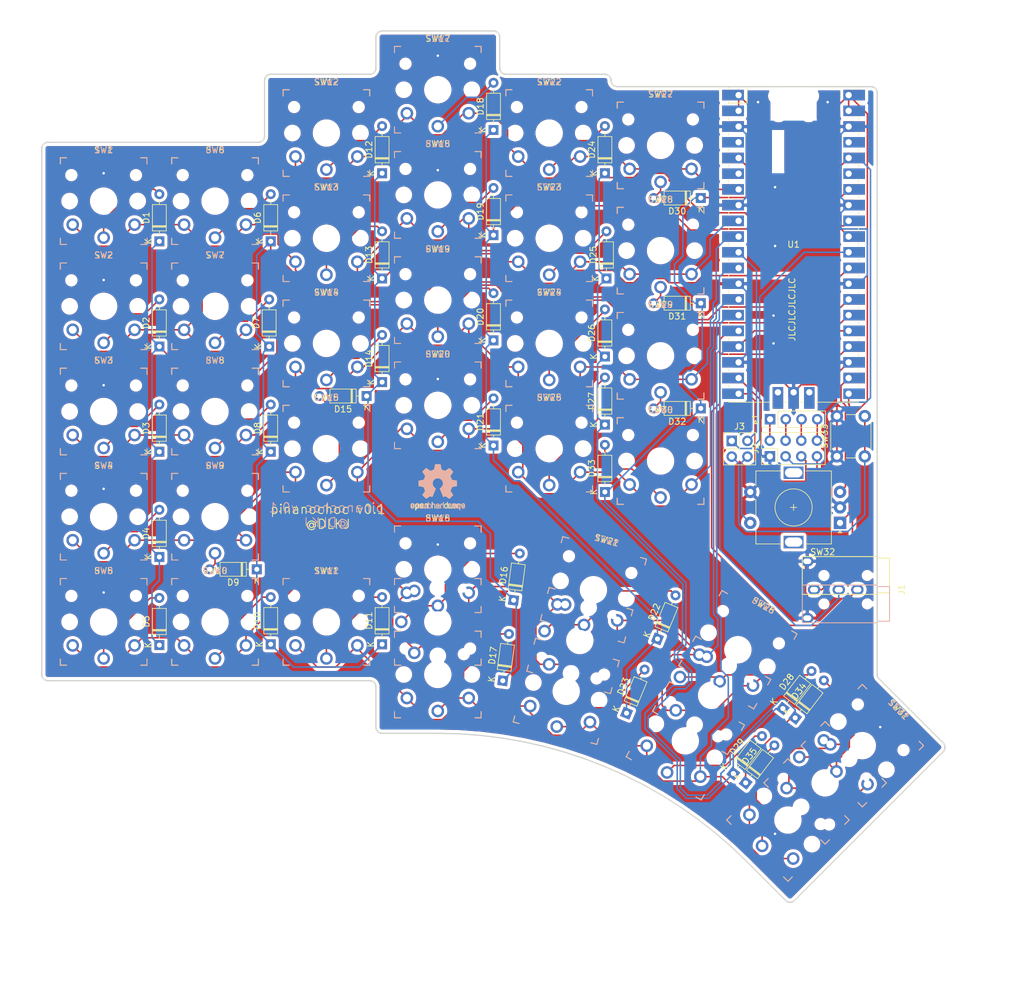
<source format=kicad_pcb>
(kicad_pcb (version 20171130) (host pcbnew 5.99.0+really5.1.10+dfsg1-1)
  (layers (0 F.Cu signal) (31 B.Cu signal) (34 B.Paste user) (35 F.Paste user) (36 B.SilkS user) (37 F.SilkS user) (38 B.Mask user) (39 F.Mask user) (44 Edge.Cuts user))
  (net 0 "")
  (net 1 "Net-(D1-Pad2)")
  (net 2 COL_0)
  (net 3 "Net-(D2-Pad2)")
  (net 4 "Net-(D3-Pad2)")
  (net 5 "Net-(D4-Pad2)")
  (net 6 "Net-(D5-Pad2)")
  (net 7 "Net-(D6-Pad2)")
  (net 8 COL_1)
  (net 9 "Net-(D7-Pad2)")
  (net 10 "Net-(D8-Pad2)")
  (net 11 "Net-(D9-Pad2)")
  (net 12 "Net-(D10-Pad2)")
  (net 13 "Net-(D11-Pad2)")
  (net 14 "Net-(D12-Pad2)")
  (net 15 COL_2)
  (net 16 "Net-(D13-Pad2)")
  (net 17 "Net-(D14-Pad2)")
  (net 18 "Net-(D15-Pad2)")
  (net 19 "Net-(D16-Pad2)")
  (net 20 "Net-(D17-Pad2)")
  (net 21 "Net-(D18-Pad2)")
  (net 22 COL_3)
  (net 23 "Net-(D19-Pad2)")
  (net 24 "Net-(D20-Pad2)")
  (net 25 "Net-(D21-Pad2)")
  (net 26 "Net-(D22-Pad2)")
  (net 27 "Net-(D23-Pad2)")
  (net 28 "Net-(D24-Pad2)")
  (net 29 COL_4)
  (net 30 "Net-(D25-Pad2)")
  (net 31 "Net-(D26-Pad2)")
  (net 32 "Net-(D27-Pad2)")
  (net 33 "Net-(D28-Pad2)")
  (net 34 "Net-(D29-Pad2)")
  (net 35 "Net-(D30-Pad2)")
  (net 36 COL_5)
  (net 37 "Net-(D31-Pad2)")
  (net 38 "Net-(D32-Pad2)")
  (net 39 "Net-(D33-Pad2)")
  (net 40 "Net-(D34-Pad2)")
  (net 41 "Net-(D35-Pad2)")
  (net 42 "Net-(J2-Pad8)")
  (net 43 "Net-(J2-Pad6)")
  (net 44 VBUS)
  (net 45 GND)
  (net 46 UART_RX)
  (net 47 UART_TX)
  (net 48 I2C_SDA_SCL)
  (net 49 I2C_SCL_SDA)
  (net 50 +3V3)
  (net 51 ROT_SW)
  (net 52 Reset)
  (net 53 "Net-(J3-Pad2)")
  (net 54 "Net-(J3-Pad1)")
  (net 55 ROW_5)
  (net 56 ROW_4)
  (net 57 ROW_3)
  (net 58 ROW_2)
  (net 59 ROW_1)
  (net 60 ROW_0)
  (net 61 ROT_A)
  (net 62 ROT_B)
  (net 63 "Net-(U1-Pad43)")
  (net 64 "Net-(U1-Pad41)")
  (net 65 "Net-(U1-Pad35)")
  (net 66 "Net-(U1-Pad37)")
  (net 67 "Net-(U1-Pad6)")
  (net 68 "Net-(U1-Pad4)")
  (net 69 "Net-(J2-Pad4)")
  (net 70 "Net-(J2-Pad2)")
  (module Symbol:OSHW-Logo2_9.8x8mm_SilkScreen (layer B.Cu) (at 86.5 97.75 180)
    (fp_text reference REF** hide)
    (fp_text value OSHW-Logo2_9.8x8mm_SilkScreen hide)
  )
  (module Symbol:OSHW-Logo2_9.8x8mm_SilkScreen (layer F.Cu) (at 86.5 97.75)
    (fp_text reference REF** hide)
    (fp_text value OSHW-Logo2_9.8x8mm_SilkScreen hide)
  )
  (module Connector_PinHeader_2.54mm:PinHeader_2x02_P2.54mm_Vertical (layer F.Cu) (at 134 90.25)
    (fp_text reference J3 (at 1.27 -2.33) (layer F.SilkS))
    (fp_text value Conn_02x02_Top_Bottom)
    (pad 4 thru_hole oval (at 2.54 2.54) (size 1.7 1.7) (drill 1) (layers *.Cu *.Mask) (net 51 ROT_SW))
    (pad 3 thru_hole oval (at 0 2.54) (size 1.7 1.7) (drill 1) (layers *.Cu *.Mask) (net 52 Reset))
    (pad 2 thru_hole oval (at 2.54 0) (size 1.7 1.7) (drill 1) (layers *.Cu *.Mask) (net 53 "Net-(J3-Pad2)"))
    (pad 1 thru_hole rect (at 0 0) (size 1.7 1.7) (drill 1) (layers *.Cu *.Mask) (net 54 "Net-(J3-Pad1)"))
  )
  (module Connector_PinHeader_2.54mm:PinHeader_1x04_P2.54mm_Vertical (layer F.Cu) (at 140.2 86.75 90)
    (fp_text reference e1 (at 0 -2.33 90) (layer F.SilkS))
    (fp_text value "I2C OLED")
    (pad 4 thru_hole oval (at 0 7.62 90) (size 1.7 1.7) (drill 1) (layers *.Cu *.Mask) (net 42 "Net-(J2-Pad8)"))
    (pad 3 thru_hole oval (at 0 5.08 90) (size 1.7 1.7) (drill 1) (layers *.Cu *.Mask) (net 43 "Net-(J2-Pad6)"))
    (pad 2 thru_hole oval (at 0 2.54 90) (size 1.7 1.7) (drill 1) (layers *.Cu *.Mask) (net 69 "Net-(J2-Pad4)"))
    (pad 1 thru_hole rect (at 0 0 90) (size 1.7 1.7) (drill 1) (layers *.Cu *.Mask) (net 70 "Net-(J2-Pad2)"))
  )
  (module footprints:RPi_Pico_SMD_TH_flipable (layer F.Cu) (at 144 58.5)
    (fp_text reference U1 (at 0 0) (layer F.SilkS))
    (fp_text value Pico)
    (pad 43 smd rect (at 2.54 23.9 90) (size 3.5 1.7) (drill (offset -0.9 0)) (layers B.Cu B.Mask) (net 63 "Net-(U1-Pad43)"))
    (pad 42 smd rect (at 0 23.9 90) (size 3.5 1.7) (drill (offset -0.9 0)) (layers B.Cu B.Mask) (net 45 GND))
    (pad 41 smd rect (at -2.54 23.9 90) (size 3.5 1.7) (drill (offset -0.9 0)) (layers B.Cu B.Mask) (net 64 "Net-(U1-Pad41)"))
    (pad 21 smd rect (at 8.89 24.13) (size 3.5 1.7) (drill (offset 0.9 0)) (layers B.Cu B.Mask) (net 61 ROT_A))
    (pad 22 smd rect (at 8.89 21.59) (size 3.5 1.7) (drill (offset 0.9 0)) (layers B.Cu B.Mask) (net 62 ROT_B))
    (pad 23 smd rect (at 8.89 19.05) (size 3.5 1.7) (drill (offset 0.9 0)) (layers B.Cu B.Mask) (net 45 GND))
    (pad 24 smd rect (at 8.89 16.51) (size 3.5 1.7) (drill (offset 0.9 0)) (layers B.Cu B.Mask) (net 47 UART_TX))
    (pad 25 smd rect (at 8.89 13.97) (size 3.5 1.7) (drill (offset 0.9 0)) (layers B.Cu B.Mask) (net 46 UART_RX))
    (pad 26 smd rect (at 8.89 11.43) (size 3.5 1.7) (drill (offset 0.9 0)) (layers B.Cu B.Mask) (net 2 COL_0))
    (pad 27 smd rect (at 8.89 8.89) (size 3.5 1.7) (drill (offset 0.9 0)) (layers B.Cu B.Mask) (net 8 COL_1))
    (pad 28 smd rect (at 8.89 6.35) (size 3.5 1.7) (drill (offset 0.9 0)) (layers B.Cu B.Mask) (net 45 GND))
    (pad 29 smd rect (at 8.89 3.81) (size 3.5 1.7) (drill (offset 0.9 0)) (layers B.Cu B.Mask) (net 15 COL_2))
    (pad 30 smd rect (at 8.89 1.27) (size 3.5 1.7) (drill (offset 0.9 0)) (layers B.Cu B.Mask) (net 54 "Net-(J3-Pad1)"))
    (pad 31 smd rect (at 8.89 -1.27) (size 3.5 1.7) (drill (offset 0.9 0)) (layers B.Cu B.Mask) (net 22 COL_3))
    (pad 32 smd rect (at 8.89 -3.81) (size 3.5 1.7) (drill (offset 0.9 0)) (layers B.Cu B.Mask) (net 29 COL_4))
    (pad 33 smd rect (at 8.89 -6.35) (size 3.5 1.7) (drill (offset 0.9 0)) (layers B.Cu B.Mask) (net 45 GND))
    (pad 34 smd rect (at 8.89 -8.89) (size 3.5 1.7) (drill (offset 0.9 0)) (layers B.Cu B.Mask) (net 36 COL_5))
    (pad 35 smd rect (at 8.89 -11.43) (size 3.5 1.7) (drill (offset 0.9 0)) (layers B.Cu B.Mask) (net 65 "Net-(U1-Pad35)"))
    (pad 36 smd rect (at 8.89 -13.97) (size 3.5 1.7) (drill (offset 0.9 0)) (layers B.Cu B.Mask) (net 50 +3V3))
    (pad 37 smd rect (at 8.89 -16.51) (size 3.5 1.7) (drill (offset 0.9 0)) (layers B.Cu B.Mask) (net 66 "Net-(U1-Pad37)"))
    (pad 38 smd rect (at 8.89 -19.05) (size 3.5 1.7) (drill (offset 0.9 0)) (layers B.Cu B.Mask) (net 45 GND))
    (pad 39 smd rect (at 8.89 -21.59) (size 3.5 1.7) (drill (offset 0.9 0)) (layers B.Cu B.Mask) (net 44 VBUS))
    (pad 40 smd rect (at 8.89 -24.13) (size 3.5 1.7) (drill (offset 0.9 0)) (layers B.Cu B.Mask) (net 44 VBUS))
    (pad 20 smd rect (at -8.89 24.13) (size 3.5 1.7) (drill (offset -0.9 0)) (layers B.Cu B.Mask) (net 48 I2C_SDA_SCL))
    (pad 19 smd rect (at -8.89 21.59) (size 3.5 1.7) (drill (offset -0.9 0)) (layers B.Cu B.Mask) (net 49 I2C_SCL_SDA))
    (pad 18 smd rect (at -8.89 19.05) (size 3.5 1.7) (drill (offset -0.9 0)) (layers B.Cu B.Mask) (net 45 GND))
    (pad 17 smd rect (at -8.89 16.51) (size 3.5 1.7) (drill (offset -0.9 0)) (layers B.Cu B.Mask) (net 46 UART_RX))
    (pad 16 smd rect (at -8.89 13.97) (size 3.5 1.7) (drill (offset -0.9 0)) (layers B.Cu B.Mask) (net 47 UART_TX))
    (pad 15 smd rect (at -8.89 11.43) (size 3.5 1.7) (drill (offset -0.9 0)) (layers B.Cu B.Mask) (net 60 ROW_0))
    (pad 14 smd rect (at -8.89 8.89) (size 3.5 1.7) (drill (offset -0.9 0)) (layers B.Cu B.Mask) (net 59 ROW_1))
    (pad 13 smd rect (at -8.89 6.35) (size 3.5 1.7) (drill (offset -0.9 0)) (layers B.Cu B.Mask) (net 45 GND))
    (pad 12 smd rect (at -8.89 3.81) (size 3.5 1.7) (drill (offset -0.9 0)) (layers B.Cu B.Mask) (net 58 ROW_2))
    (pad 11 smd rect (at -8.89 1.27) (size 3.5 1.7) (drill (offset -0.9 0)) (layers B.Cu B.Mask) (net 53 "Net-(J3-Pad2)"))
    (pad 10 smd rect (at -8.89 -1.27) (size 3.5 1.7) (drill (offset -0.9 0)) (layers B.Cu B.Mask) (net 57 ROW_3))
    (pad 9 smd rect (at -8.89 -3.81) (size 3.5 1.7) (drill (offset -0.9 0)) (layers B.Cu B.Mask) (net 56 ROW_4))
    (pad 8 smd rect (at -8.89 -6.35) (size 3.5 1.7) (drill (offset -0.9 0)) (layers B.Cu B.Mask) (net 45 GND))
    (pad 7 smd rect (at -8.89 -8.89) (size 3.5 1.7) (drill (offset -0.9 0)) (layers B.Cu B.Mask) (net 55 ROW_5))
    (pad 6 smd rect (at -8.89 -11.43) (size 3.5 1.7) (drill (offset -0.9 0)) (layers B.Cu B.Mask) (net 67 "Net-(U1-Pad6)"))
    (pad 5 smd rect (at -8.89 -13.97) (size 3.5 1.7) (drill (offset -0.9 0)) (layers B.Cu B.Mask) (net 50 +3V3))
    (pad 4 smd rect (at -8.89 -16.51) (size 3.5 1.7) (drill (offset -0.9 0)) (layers B.Cu B.Mask) (net 68 "Net-(U1-Pad4)"))
    (pad 3 smd rect (at -8.89 -19.05) (size 3.5 1.7) (drill (offset -0.9 0)) (layers B.Cu B.Mask) (net 45 GND))
    (pad 2 smd rect (at -8.89 -21.59) (size 3.5 1.7) (drill (offset -0.9 0)) (layers B.Cu B.Mask) (net 44 VBUS))
    (pad 1 smd rect (at -8.89 -24.13) (size 3.5 1.7) (drill (offset -0.9 0)) (layers B.Cu B.Mask) (net 44 VBUS))
    (pad 43 thru_hole oval (at 2.54 23.9) (size 1.7 1.7) (drill 1.02) (layers *.Cu *.Mask) (net 63 "Net-(U1-Pad43)"))
    (pad 43 smd rect (at 2.54 23.9 90) (size 3.5 1.7) (drill (offset -0.9 0)) (layers F.Cu F.Mask) (net 63 "Net-(U1-Pad43)"))
    (pad 42 thru_hole rect (at 0 23.9) (size 1.7 1.7) (drill 1.02) (layers *.Cu *.Mask) (net 45 GND))
    (pad 42 smd rect (at 0 23.9 90) (size 3.5 1.7) (drill (offset -0.9 0)) (layers F.Cu F.Mask) (net 45 GND))
    (pad 41 thru_hole oval (at -2.54 23.9) (size 1.7 1.7) (drill 1.02) (layers *.Cu *.Mask) (net 64 "Net-(U1-Pad41)"))
    (pad 41 smd rect (at -2.54 23.9 90) (size 3.5 1.7) (drill (offset -0.9 0)) (layers F.Cu F.Mask) (net 64 "Net-(U1-Pad41)"))
    (pad "" np_thru_hole oval (at 2.425 -20.97) (size 1.5 1.5) (drill 1.5) (layers *.Cu *.Mask))
    (pad "" np_thru_hole oval (at -2.425 -20.97) (size 1.5 1.5) (drill 1.5) (layers *.Cu *.Mask))
    (pad "" np_thru_hole oval (at 2.725 -24) (size 1.8 1.8) (drill 1.8) (layers *.Cu *.Mask))
    (pad "" np_thru_hole oval (at -2.725 -24) (size 1.8 1.8) (drill 1.8) (layers *.Cu *.Mask))
    (pad 21 smd rect (at 8.89 24.13) (size 3.5 1.7) (drill (offset 0.9 0)) (layers F.Cu F.Mask) (net 61 ROT_A))
    (pad 22 smd rect (at 8.89 21.59) (size 3.5 1.7) (drill (offset 0.9 0)) (layers F.Cu F.Mask) (net 62 ROT_B))
    (pad 23 smd rect (at 8.89 19.05) (size 3.5 1.7) (drill (offset 0.9 0)) (layers F.Cu F.Mask) (net 45 GND))
    (pad 24 smd rect (at 8.89 16.51) (size 3.5 1.7) (drill (offset 0.9 0)) (layers F.Cu F.Mask) (net 47 UART_TX))
    (pad 25 smd rect (at 8.89 13.97) (size 3.5 1.7) (drill (offset 0.9 0)) (layers F.Cu F.Mask) (net 46 UART_RX))
    (pad 26 smd rect (at 8.89 11.43) (size 3.5 1.7) (drill (offset 0.9 0)) (layers F.Cu F.Mask) (net 2 COL_0))
    (pad 27 smd rect (at 8.89 8.89) (size 3.5 1.7) (drill (offset 0.9 0)) (layers F.Cu F.Mask) (net 8 COL_1))
    (pad 28 smd rect (at 8.89 6.35) (size 3.5 1.7) (drill (offset 0.9 0)) (layers F.Cu F.Mask) (net 45 GND))
    (pad 29 smd rect (at 8.89 3.81) (size 3.5 1.7) (drill (offset 0.9 0)) (layers F.Cu F.Mask) (net 15 COL_2))
    (pad 30 smd rect (at 8.89 1.27) (size 3.5 1.7) (drill (offset 0.9 0)) (layers F.Cu F.Mask) (net 54 "Net-(J3-Pad1)"))
    (pad 31 smd rect (at 8.89 -1.27) (size 3.5 1.7) (drill (offset 0.9 0)) (layers F.Cu F.Mask) (net 22 COL_3))
    (pad 32 smd rect (at 8.89 -3.81) (size 3.5 1.7) (drill (offset 0.9 0)) (layers F.Cu F.Mask) (net 29 COL_4))
    (pad 33 smd rect (at 8.89 -6.35) (size 3.5 1.7) (drill (offset 0.9 0)) (layers F.Cu F.Mask) (net 45 GND))
    (pad 34 smd rect (at 8.89 -8.89) (size 3.5 1.7) (drill (offset 0.9 0)) (layers F.Cu F.Mask) (net 36 COL_5))
    (pad 35 smd rect (at 8.89 -11.43) (size 3.5 1.7) (drill (offset 0.9 0)) (layers F.Cu F.Mask) (net 65 "Net-(U1-Pad35)"))
    (pad 36 smd rect (at 8.89 -13.97) (size 3.5 1.7) (drill (offset 0.9 0)) (layers F.Cu F.Mask) (net 50 +3V3))
    (pad 37 smd rect (at 8.89 -16.51) (size 3.5 1.7) (drill (offset 0.9 0)) (layers F.Cu F.Mask) (net 66 "Net-(U1-Pad37)"))
    (pad 38 smd rect (at 8.89 -19.05) (size 3.5 1.7) (drill (offset 0.9 0)) (layers F.Cu F.Mask) (net 45 GND))
    (pad 39 smd rect (at 8.89 -21.59) (size 3.5 1.7) (drill (offset 0.9 0)) (layers F.Cu F.Mask) (net 44 VBUS))
    (pad 40 smd rect (at 8.89 -24.13) (size 3.5 1.7) (drill (offset 0.9 0)) (layers F.Cu F.Mask) (net 44 VBUS))
    (pad 20 smd rect (at -8.89 24.13) (size 3.5 1.7) (drill (offset -0.9 0)) (layers F.Cu F.Mask) (net 48 I2C_SDA_SCL))
    (pad 19 smd rect (at -8.89 21.59) (size 3.5 1.7) (drill (offset -0.9 0)) (layers F.Cu F.Mask) (net 49 I2C_SCL_SDA))
    (pad 18 smd rect (at -8.89 19.05) (size 3.5 1.7) (drill (offset -0.9 0)) (layers F.Cu F.Mask) (net 45 GND))
    (pad 17 smd rect (at -8.89 16.51) (size 3.5 1.7) (drill (offset -0.9 0)) (layers F.Cu F.Mask) (net 46 UART_RX))
    (pad 16 smd rect (at -8.89 13.97) (size 3.5 1.7) (drill (offset -0.9 0)) (layers F.Cu F.Mask) (net 47 UART_TX))
    (pad 15 smd rect (at -8.89 11.43) (size 3.5 1.7) (drill (offset -0.9 0)) (layers F.Cu F.Mask) (net 60 ROW_0))
    (pad 14 smd rect (at -8.89 8.89) (size 3.5 1.7) (drill (offset -0.9 0)) (layers F.Cu F.Mask) (net 59 ROW_1))
    (pad 13 smd rect (at -8.89 6.35) (size 3.5 1.7) (drill (offset -0.9 0)) (layers F.Cu F.Mask) (net 45 GND))
    (pad 12 smd rect (at -8.89 3.81) (size 3.5 1.7) (drill (offset -0.9 0)) (layers F.Cu F.Mask) (net 58 ROW_2))
    (pad 11 smd rect (at -8.89 1.27) (size 3.5 1.7) (drill (offset -0.9 0)) (layers F.Cu F.Mask) (net 53 "Net-(J3-Pad2)"))
    (pad 10 smd rect (at -8.89 -1.27) (size 3.5 1.7) (drill (offset -0.9 0)) (layers F.Cu F.Mask) (net 57 ROW_3))
    (pad 9 smd rect (at -8.89 -3.81) (size 3.5 1.7) (drill (offset -0.9 0)) (layers F.Cu F.Mask) (net 56 ROW_4))
    (pad 8 smd rect (at -8.89 -6.35) (size 3.5 1.7) (drill (offset -0.9 0)) (layers F.Cu F.Mask) (net 45 GND))
    (pad 7 smd rect (at -8.89 -8.89) (size 3.5 1.7) (drill (offset -0.9 0)) (layers F.Cu F.Mask) (net 55 ROW_5))
    (pad 6 smd rect (at -8.89 -11.43) (size 3.5 1.7) (drill (offset -0.9 0)) (layers F.Cu F.Mask) (net 67 "Net-(U1-Pad6)"))
    (pad 5 smd rect (at -8.89 -13.97) (size 3.5 1.7) (drill (offset -0.9 0)) (layers F.Cu F.Mask) (net 50 +3V3))
    (pad 4 smd rect (at -8.89 -16.51) (size 3.5 1.7) (drill (offset -0.9 0)) (layers F.Cu F.Mask) (net 68 "Net-(U1-Pad4)"))
    (pad 3 smd rect (at -8.89 -19.05) (size 3.5 1.7) (drill (offset -0.9 0)) (layers F.Cu F.Mask) (net 45 GND))
    (pad 2 smd rect (at -8.89 -21.59) (size 3.5 1.7) (drill (offset -0.9 0)) (layers F.Cu F.Mask) (net 44 VBUS))
    (pad 1 smd rect (at -8.89 -24.13) (size 3.5 1.7) (drill (offset -0.9 0)) (layers F.Cu F.Mask) (net 44 VBUS))
    (pad 40 thru_hole oval (at 8.89 -24.13) (size 1.7 1.7) (drill 1.02) (layers *.Cu *.Mask) (net 44 VBUS))
    (pad 39 thru_hole oval (at 8.89 -21.59) (size 1.7 1.7) (drill 1.02) (layers *.Cu *.Mask) (net 44 VBUS))
    (pad 38 thru_hole rect (at 8.89 -19.05) (size 1.7 1.7) (drill 1.02) (layers *.Cu *.Mask) (net 45 GND))
    (pad 37 thru_hole oval (at 8.89 -16.51) (size 1.7 1.7) (drill 1.02) (layers *.Cu *.Mask) (net 66 "Net-(U1-Pad37)"))
    (pad 36 thru_hole oval (at 8.89 -13.97) (size 1.7 1.7) (drill 1.02) (layers *.Cu *.Mask) (net 50 +3V3))
    (pad 35 thru_hole oval (at 8.89 -11.43) (size 1.7 1.7) (drill 1.02) (layers *.Cu *.Mask) (net 65 "Net-(U1-Pad35)"))
    (pad 34 thru_hole oval (at 8.89 -8.89) (size 1.7 1.7) (drill 1.02) (layers *.Cu *.Mask) (net 36 COL_5))
    (pad 33 thru_hole rect (at 8.89 -6.35) (size 1.7 1.7) (drill 1.02) (layers *.Cu *.Mask) (net 45 GND))
    (pad 32 thru_hole oval (at 8.89 -3.81) (size 1.7 1.7) (drill 1.02) (layers *.Cu *.Mask) (net 29 COL_4))
    (pad 31 thru_hole oval (at 8.89 -1.27) (size 1.7 1.7) (drill 1.02) (layers *.Cu *.Mask) (net 22 COL_3))
    (pad 30 thru_hole oval (at 8.89 1.27) (size 1.7 1.7) (drill 1.02) (layers *.Cu *.Mask) (net 54 "Net-(J3-Pad1)"))
    (pad 29 thru_hole oval (at 8.89 3.81) (size 1.7 1.7) (drill 1.02) (layers *.Cu *.Mask) (net 15 COL_2))
    (pad 28 thru_hole rect (at 8.89 6.35) (size 1.7 1.7) (drill 1.02) (layers *.Cu *.Mask) (net 45 GND))
    (pad 27 thru_hole oval (at 8.89 8.89) (size 1.7 1.7) (drill 1.02) (layers *.Cu *.Mask) (net 8 COL_1))
    (pad 26 thru_hole oval (at 8.89 11.43) (size 1.7 1.7) (drill 1.02) (layers *.Cu *.Mask) (net 2 COL_0))
    (pad 25 thru_hole oval (at 8.89 13.97) (size 1.7 1.7) (drill 1.02) (layers *.Cu *.Mask) (net 46 UART_RX))
    (pad 24 thru_hole oval (at 8.89 16.51) (size 1.7 1.7) (drill 1.02) (layers *.Cu *.Mask) (net 47 UART_TX))
    (pad 23 thru_hole rect (at 8.89 19.05) (size 1.7 1.7) (drill 1.02) (layers *.Cu *.Mask) (net 45 GND))
    (pad 22 thru_hole oval (at 8.89 21.59) (size 1.7 1.7) (drill 1.02) (layers *.Cu *.Mask) (net 62 ROT_B))
    (pad 21 thru_hole oval (at 8.89 24.13) (size 1.7 1.7) (drill 1.02) (layers *.Cu *.Mask) (net 61 ROT_A))
    (pad 20 thru_hole oval (at -8.89 24.13) (size 1.7 1.7) (drill 1.02) (layers *.Cu *.Mask) (net 48 I2C_SDA_SCL))
    (pad 19 thru_hole oval (at -8.89 21.59) (size 1.7 1.7) (drill 1.02) (layers *.Cu *.Mask) (net 49 I2C_SCL_SDA))
    (pad 18 thru_hole rect (at -8.89 19.05) (size 1.7 1.7) (drill 1.02) (layers *.Cu *.Mask) (net 45 GND))
    (pad 17 thru_hole oval (at -8.89 16.51) (size 1.7 1.7) (drill 1.02) (layers *.Cu *.Mask) (net 46 UART_RX))
    (pad 16 thru_hole oval (at -8.89 13.97) (size 1.7 1.7) (drill 1.02) (layers *.Cu *.Mask) (net 47 UART_TX))
    (pad 15 thru_hole oval (at -8.89 11.43) (size 1.7 1.7) (drill 1.02) (layers *.Cu *.Mask) (net 60 ROW_0))
    (pad 14 thru_hole oval (at -8.89 8.89) (size 1.7 1.7) (drill 1.02) (layers *.Cu *.Mask) (net 59 ROW_1))
    (pad 13 thru_hole rect (at -8.89 6.35) (size 1.7 1.7) (drill 1.02) (layers *.Cu *.Mask) (net 45 GND))
    (pad 12 thru_hole oval (at -8.89 3.81) (size 1.7 1.7) (drill 1.02) (layers *.Cu *.Mask) (net 58 ROW_2))
    (pad 11 thru_hole oval (at -8.89 1.27) (size 1.7 1.7) (drill 1.02) (layers *.Cu *.Mask) (net 53 "Net-(J3-Pad2)"))
    (pad 10 thru_hole oval (at -8.89 -1.27) (size 1.7 1.7) (drill 1.02) (layers *.Cu *.Mask) (net 57 ROW_3))
    (pad 9 thru_hole oval (at -8.89 -3.81) (size 1.7 1.7) (drill 1.02) (layers *.Cu *.Mask) (net 56 ROW_4))
    (pad 8 thru_hole rect (at -8.89 -6.35) (size 1.7 1.7) (drill 1.02) (layers *.Cu *.Mask) (net 45 GND))
    (pad 7 thru_hole oval (at -8.89 -8.89) (size 1.7 1.7) (drill 1.02) (layers *.Cu *.Mask) (net 55 ROW_5))
    (pad 6 thru_hole oval (at -8.89 -11.43) (size 1.7 1.7) (drill 1.02) (layers *.Cu *.Mask) (net 67 "Net-(U1-Pad6)"))
    (pad 5 thru_hole oval (at -8.89 -13.97) (size 1.7 1.7) (drill 1.02) (layers *.Cu *.Mask) (net 50 +3V3))
    (pad 4 thru_hole oval (at -8.89 -16.51) (size 1.7 1.7) (drill 1.02) (layers *.Cu *.Mask) (net 68 "Net-(U1-Pad4)"))
    (pad 3 thru_hole rect (at -8.89 -19.05) (size 1.7 1.7) (drill 1.02) (layers *.Cu *.Mask) (net 45 GND))
    (pad 2 thru_hole oval (at -8.89 -21.59) (size 1.7 1.7) (drill 1.02) (layers *.Cu *.Mask) (net 44 VBUS))
    (pad 1 thru_hole oval (at -8.89 -24.13) (size 1.7 1.7) (drill 1.02) (layers *.Cu *.Mask) (net 44 VBUS))
  )
  (module Button_Switch_THT:SW_PUSH_6mm (layer F.Cu) (at 151 92.75 90)
    (fp_text reference SW33 (at 3.25 -2 90) (layer F.SilkS))
    (fp_text value SW_Push)
    (pad 1 thru_hole circle (at 6.5 0 180) (size 2 2) (drill 1.1) (layers *.Cu *.Mask) (net 45 GND))
    (pad 2 thru_hole circle (at 6.5 4.5 180) (size 2 2) (drill 1.1) (layers *.Cu *.Mask) (net 52 Reset))
    (pad 1 thru_hole circle (at 0 0 180) (size 2 2) (drill 1.1) (layers *.Cu *.Mask) (net 45 GND))
    (pad 2 thru_hole circle (at 0 4.5 180) (size 2 2) (drill 1.1) (layers *.Cu *.Mask) (net 52 Reset))
  )
  (module Rotary_Encoder:RotaryEncoder_Alps_EC11E-Switch_Vertical_H20mm (layer F.Cu) (at 151.5 103.5 180)
    (fp_text reference SW32 (at 2.8 -4.7) (layer F.SilkS))
    (fp_text value Rotary_Encoder_Switch)
    (pad A thru_hole rect (at 0 0 180) (size 2 2) (drill 1) (layers *.Cu *.Mask) (net 61 ROT_A))
    (pad C thru_hole circle (at 0 2.5 180) (size 2 2) (drill 1) (layers *.Cu *.Mask) (net 45 GND))
    (pad B thru_hole circle (at 0 5 180) (size 2 2) (drill 1) (layers *.Cu *.Mask) (net 62 ROT_B))
    (pad MP thru_hole rect (at 7.5 -3.1 180) (size 3.2 2) (drill oval 2.8 1.5) (layers *.Cu *.Mask))
    (pad MP thru_hole rect (at 7.5 8.1 180) (size 3.2 2) (drill oval 2.8 1.5) (layers *.Cu *.Mask))
    (pad S2 thru_hole circle (at 14.5 0 180) (size 2 2) (drill 1) (layers *.Cu *.Mask) (net 51 ROT_SW))
    (pad S1 thru_hole circle (at 14.5 5 180) (size 2 2) (drill 1) (layers *.Cu *.Mask) (net 45 GND))
  )
  (module footprints:SW_PG1350_reversible_double_rotatable (layer F.Cu) (at 155.1 139.5 315)
    (fp_text reference SW31 (at 0 -8.255 135) (layer F.SilkS))
    (fp_text value SW_Push_Dual_x2)
    (fp_text user %R (at 0 -8.255 135) (layer B.SilkS) (effects (justify mirror)))
    (pad "" np_thru_hole circle (at 0 14 225) (size 1.7018 1.7018) (drill 1.7018) (layers *.Cu *.Mask))
    (pad "" np_thru_hole circle (at 4.2 13.72 225) (size 0.9906 0.9906) (drill 0.9906) (layers *.Cu *.Mask))
    (pad "" np_thru_hole circle (at 0 3 225) (size 1.7018 1.7018) (drill 1.7018) (layers *.Cu *.Mask))
    (pad 2 thru_hole circle (at -3.8 13.5 225) (size 2.032 2.032) (drill 1.27) (layers *.Cu *.Mask) (net 59 ROW_1))
    (pad 2 thru_hole circle (at -3.8 3.5 225) (size 2.032 2.032) (drill 1.27) (layers *.Cu *.Mask) (net 59 ROW_1))
    (pad "" np_thru_hole circle (at 4.2 3.28 225) (size 0.9906 0.9906) (drill 0.9906) (layers *.Cu *.Mask))
    (pad 1 thru_hole circle (at -5.9 8.5 225) (size 2.032 2.032) (drill 1.27) (layers *.Cu *.Mask) (net 40 "Net-(D34-Pad2)"))
    (pad "" np_thru_hole circle (at 0 8.5 225) (size 3.429 3.429) (drill 3.429) (layers *.Cu *.Mask))
    (pad "" np_thru_hole circle (at 5.5 17 315) (size 1.7018 1.7018) (drill 1.7018) (layers *.Cu *.Mask))
    (pad "" np_thru_hole circle (at 5.22 12.8 315) (size 0.9906 0.9906) (drill 0.9906) (layers *.Cu *.Mask))
    (pad "" np_thru_hole circle (at -5.5 17 315) (size 1.7018 1.7018) (drill 1.7018) (layers *.Cu *.Mask))
    (pad 4 thru_hole circle (at 5 20.8 315) (size 2.032 2.032) (drill 1.27) (layers *.Cu *.Mask) (net 60 ROW_0))
    (pad 4 thru_hole circle (at -5 20.8 315) (size 2.032 2.032) (drill 1.27) (layers *.Cu *.Mask) (net 60 ROW_0))
    (pad "" np_thru_hole circle (at -5.22 12.8 315) (size 0.9906 0.9906) (drill 0.9906) (layers *.Cu *.Mask))
    (pad 3 thru_hole circle (at 0 22.9 315) (size 2.032 2.032) (drill 1.27) (layers *.Cu *.Mask) (net 41 "Net-(D35-Pad2)"))
    (pad "" np_thru_hole circle (at 0 17 315) (size 3.429 3.429) (drill 3.429) (layers *.Cu *.Mask))
    (pad "" np_thru_hole circle (at -5.5 0 315) (size 1.7018 1.7018) (drill 1.7018) (layers *.Cu *.Mask))
    (pad "" np_thru_hole circle (at 5.5 0 315) (size 1.7018 1.7018) (drill 1.7018) (layers *.Cu *.Mask))
    (pad "" np_thru_hole circle (at 5.22 -4.2 315) (size 0.9906 0.9906) (drill 0.9906) (layers *.Cu *.Mask))
    (pad 1 thru_hole circle (at 0 5.9 315) (size 2.032 2.032) (drill 1.27) (layers *.Cu *.Mask) (net 40 "Net-(D34-Pad2)"))
    (pad 2 thru_hole circle (at -5 3.8 315) (size 2.032 2.032) (drill 1.27) (layers *.Cu *.Mask) (net 59 ROW_1))
    (pad "" np_thru_hole circle (at 0 0 315) (size 3.429 3.429) (drill 3.429) (layers *.Cu *.Mask))
    (pad 2 thru_hole circle (at 5 3.8 315) (size 2.032 2.032) (drill 1.27) (layers *.Cu *.Mask) (net 59 ROW_1))
    (pad "" np_thru_hole circle (at -5.22 -4.2 315) (size 0.9906 0.9906) (drill 0.9906) (layers *.Cu *.Mask))
  )
  (module keyswitches:SW_PG1350_reversible (layer F.Cu) (at 122.5 93.5)
    (fp_text reference SW30 (at 0 -8.255) (layer F.SilkS))
    (fp_text value SW_Push)
    (fp_text user %R (at 0 -8.255) (layer B.SilkS) (effects (justify mirror)))
    (pad "" np_thru_hole circle (at -5.5 0) (size 1.7018 1.7018) (drill 1.7018) (layers *.Cu *.Mask))
    (pad "" np_thru_hole circle (at 5.5 0) (size 1.7018 1.7018) (drill 1.7018) (layers *.Cu *.Mask))
    (pad "" np_thru_hole circle (at 5.22 -4.2) (size 0.9906 0.9906) (drill 0.9906) (layers *.Cu *.Mask))
    (pad 1 thru_hole circle (at 0 5.9) (size 2.032 2.032) (drill 1.27) (layers *.Cu *.Mask) (net 39 "Net-(D33-Pad2)"))
    (pad 2 thru_hole circle (at -5 3.8) (size 2.032 2.032) (drill 1.27) (layers *.Cu *.Mask) (net 58 ROW_2))
    (pad "" np_thru_hole circle (at 0 0) (size 3.429 3.429) (drill 3.429) (layers *.Cu *.Mask))
    (pad 2 thru_hole circle (at 5 3.8) (size 2.032 2.032) (drill 1.27) (layers *.Cu *.Mask) (net 58 ROW_2))
    (pad "" np_thru_hole circle (at -5.22 -4.2) (size 0.9906 0.9906) (drill 0.9906) (layers *.Cu *.Mask))
  )
  (module keyswitches:SW_PG1350_reversible (layer F.Cu) (at 122.5 76.5)
    (fp_text reference SW29 (at 0 -8.255) (layer F.SilkS))
    (fp_text value SW_Push)
    (fp_text user %R (at 0 -8.255) (layer B.SilkS) (effects (justify mirror)))
    (pad "" np_thru_hole circle (at -5.5 0) (size 1.7018 1.7018) (drill 1.7018) (layers *.Cu *.Mask))
    (pad "" np_thru_hole circle (at 5.5 0) (size 1.7018 1.7018) (drill 1.7018) (layers *.Cu *.Mask))
    (pad "" np_thru_hole circle (at 5.22 -4.2) (size 0.9906 0.9906) (drill 0.9906) (layers *.Cu *.Mask))
    (pad 1 thru_hole circle (at 0 5.9) (size 2.032 2.032) (drill 1.27) (layers *.Cu *.Mask) (net 38 "Net-(D32-Pad2)"))
    (pad 2 thru_hole circle (at -5 3.8) (size 2.032 2.032) (drill 1.27) (layers *.Cu *.Mask) (net 57 ROW_3))
    (pad "" np_thru_hole circle (at 0 0) (size 3.429 3.429) (drill 3.429) (layers *.Cu *.Mask))
    (pad 2 thru_hole circle (at 5 3.8) (size 2.032 2.032) (drill 1.27) (layers *.Cu *.Mask) (net 57 ROW_3))
    (pad "" np_thru_hole circle (at -5.22 -4.2) (size 0.9906 0.9906) (drill 0.9906) (layers *.Cu *.Mask))
  )
  (module keyswitches:SW_PG1350_reversible (layer F.Cu) (at 122.5 59.5)
    (fp_text reference SW28 (at 0 -8.255) (layer F.SilkS))
    (fp_text value SW_Push)
    (fp_text user %R (at 0 -8.255) (layer B.SilkS) (effects (justify mirror)))
    (pad "" np_thru_hole circle (at -5.5 0) (size 1.7018 1.7018) (drill 1.7018) (layers *.Cu *.Mask))
    (pad "" np_thru_hole circle (at 5.5 0) (size 1.7018 1.7018) (drill 1.7018) (layers *.Cu *.Mask))
    (pad "" np_thru_hole circle (at 5.22 -4.2) (size 0.9906 0.9906) (drill 0.9906) (layers *.Cu *.Mask))
    (pad 1 thru_hole circle (at 0 5.9) (size 2.032 2.032) (drill 1.27) (layers *.Cu *.Mask) (net 37 "Net-(D31-Pad2)"))
    (pad 2 thru_hole circle (at -5 3.8) (size 2.032 2.032) (drill 1.27) (layers *.Cu *.Mask) (net 56 ROW_4))
    (pad "" np_thru_hole circle (at 0 0) (size 3.429 3.429) (drill 3.429) (layers *.Cu *.Mask))
    (pad 2 thru_hole circle (at 5 3.8) (size 2.032 2.032) (drill 1.27) (layers *.Cu *.Mask) (net 56 ROW_4))
    (pad "" np_thru_hole circle (at -5.22 -4.2) (size 0.9906 0.9906) (drill 0.9906) (layers *.Cu *.Mask))
  )
  (module keyswitches:SW_PG1350_reversible (layer F.Cu) (at 122.5 42.5)
    (fp_text reference SW27 (at 0 -8.255) (layer F.SilkS))
    (fp_text value SW_Push)
    (fp_text user %R (at 0 -8.255) (layer B.SilkS) (effects (justify mirror)))
    (pad "" np_thru_hole circle (at -5.5 0) (size 1.7018 1.7018) (drill 1.7018) (layers *.Cu *.Mask))
    (pad "" np_thru_hole circle (at 5.5 0) (size 1.7018 1.7018) (drill 1.7018) (layers *.Cu *.Mask))
    (pad "" np_thru_hole circle (at 5.22 -4.2) (size 0.9906 0.9906) (drill 0.9906) (layers *.Cu *.Mask))
    (pad 1 thru_hole circle (at 0 5.9) (size 2.032 2.032) (drill 1.27) (layers *.Cu *.Mask) (net 35 "Net-(D30-Pad2)"))
    (pad 2 thru_hole circle (at -5 3.8) (size 2.032 2.032) (drill 1.27) (layers *.Cu *.Mask) (net 55 ROW_5))
    (pad "" np_thru_hole circle (at 0 0) (size 3.429 3.429) (drill 3.429) (layers *.Cu *.Mask))
    (pad 2 thru_hole circle (at 5 3.8) (size 2.032 2.032) (drill 1.27) (layers *.Cu *.Mask) (net 55 ROW_5))
    (pad "" np_thru_hole circle (at -5.22 -4.2) (size 0.9906 0.9906) (drill 0.9906) (layers *.Cu *.Mask))
  )
  (module footprints:SW_PG1350_reversible_double_rotatable (layer F.Cu) (at 135 124 330)
    (fp_text reference SW26 (at 0 -8.255 150) (layer F.SilkS))
    (fp_text value SW_Push_Dual_x2)
    (fp_text user %R (at 0 -8.255 150) (layer B.SilkS) (effects (justify mirror)))
    (pad "" np_thru_hole circle (at 0 14 240) (size 1.7018 1.7018) (drill 1.7018) (layers *.Cu *.Mask))
    (pad "" np_thru_hole circle (at 4.2 13.72 240) (size 0.9906 0.9906) (drill 0.9906) (layers *.Cu *.Mask))
    (pad "" np_thru_hole circle (at 0 3 240) (size 1.7018 1.7018) (drill 1.7018) (layers *.Cu *.Mask))
    (pad 2 thru_hole circle (at -3.8 13.5 240) (size 2.032 2.032) (drill 1.27) (layers *.Cu *.Mask) (net 59 ROW_1))
    (pad 2 thru_hole circle (at -3.8 3.5 240) (size 2.032 2.032) (drill 1.27) (layers *.Cu *.Mask) (net 59 ROW_1))
    (pad "" np_thru_hole circle (at 4.2 3.28 240) (size 0.9906 0.9906) (drill 0.9906) (layers *.Cu *.Mask))
    (pad 1 thru_hole circle (at -5.9 8.5 240) (size 2.032 2.032) (drill 1.27) (layers *.Cu *.Mask) (net 33 "Net-(D28-Pad2)"))
    (pad "" np_thru_hole circle (at 0 8.5 240) (size 3.429 3.429) (drill 3.429) (layers *.Cu *.Mask))
    (pad "" np_thru_hole circle (at 5.5 17 330) (size 1.7018 1.7018) (drill 1.7018) (layers *.Cu *.Mask))
    (pad "" np_thru_hole circle (at 5.22 12.8 330) (size 0.9906 0.9906) (drill 0.9906) (layers *.Cu *.Mask))
    (pad "" np_thru_hole circle (at -5.5 17 330) (size 1.7018 1.7018) (drill 1.7018) (layers *.Cu *.Mask))
    (pad 4 thru_hole circle (at 5 20.8 330) (size 2.032 2.032) (drill 1.27) (layers *.Cu *.Mask) (net 60 ROW_0))
    (pad 4 thru_hole circle (at -5 20.8 330) (size 2.032 2.032) (drill 1.27) (layers *.Cu *.Mask) (net 60 ROW_0))
    (pad "" np_thru_hole circle (at -5.22 12.8 330) (size 0.9906 0.9906) (drill 0.9906) (layers *.Cu *.Mask))
    (pad 3 thru_hole circle (at 0 22.9 330) (size 2.032 2.032) (drill 1.27) (layers *.Cu *.Mask) (net 34 "Net-(D29-Pad2)"))
    (pad "" np_thru_hole circle (at 0 17 330) (size 3.429 3.429) (drill 3.429) (layers *.Cu *.Mask))
    (pad "" np_thru_hole circle (at -5.5 0 330) (size 1.7018 1.7018) (drill 1.7018) (layers *.Cu *.Mask))
    (pad "" np_thru_hole circle (at 5.5 0 330) (size 1.7018 1.7018) (drill 1.7018) (layers *.Cu *.Mask))
    (pad "" np_thru_hole circle (at 5.22 -4.2 330) (size 0.9906 0.9906) (drill 0.9906) (layers *.Cu *.Mask))
    (pad 1 thru_hole circle (at 0 5.9 330) (size 2.032 2.032) (drill 1.27) (layers *.Cu *.Mask) (net 33 "Net-(D28-Pad2)"))
    (pad 2 thru_hole circle (at -5 3.8 330) (size 2.032 2.032) (drill 1.27) (layers *.Cu *.Mask) (net 59 ROW_1))
    (pad "" np_thru_hole circle (at 0 0 330) (size 3.429 3.429) (drill 3.429) (layers *.Cu *.Mask))
    (pad 2 thru_hole circle (at 5 3.8 330) (size 2.032 2.032) (drill 1.27) (layers *.Cu *.Mask) (net 59 ROW_1))
    (pad "" np_thru_hole circle (at -5.22 -4.2 330) (size 0.9906 0.9906) (drill 0.9906) (layers *.Cu *.Mask))
  )
  (module keyswitches:SW_PG1350_reversible (layer F.Cu) (at 104.5 91.5)
    (fp_text reference SW25 (at 0 -8.255) (layer F.SilkS))
    (fp_text value SW_Push)
    (fp_text user %R (at 0 -8.255) (layer B.SilkS) (effects (justify mirror)))
    (pad "" np_thru_hole circle (at -5.5 0) (size 1.7018 1.7018) (drill 1.7018) (layers *.Cu *.Mask))
    (pad "" np_thru_hole circle (at 5.5 0) (size 1.7018 1.7018) (drill 1.7018) (layers *.Cu *.Mask))
    (pad "" np_thru_hole circle (at 5.22 -4.2) (size 0.9906 0.9906) (drill 0.9906) (layers *.Cu *.Mask))
    (pad 1 thru_hole circle (at 0 5.9) (size 2.032 2.032) (drill 1.27) (layers *.Cu *.Mask) (net 32 "Net-(D27-Pad2)"))
    (pad 2 thru_hole circle (at -5 3.8) (size 2.032 2.032) (drill 1.27) (layers *.Cu *.Mask) (net 58 ROW_2))
    (pad "" np_thru_hole circle (at 0 0) (size 3.429 3.429) (drill 3.429) (layers *.Cu *.Mask))
    (pad 2 thru_hole circle (at 5 3.8) (size 2.032 2.032) (drill 1.27) (layers *.Cu *.Mask) (net 58 ROW_2))
    (pad "" np_thru_hole circle (at -5.22 -4.2) (size 0.9906 0.9906) (drill 0.9906) (layers *.Cu *.Mask))
  )
  (module keyswitches:SW_PG1350_reversible (layer F.Cu) (at 104.5 74.5)
    (fp_text reference SW24 (at 0 -8.255) (layer F.SilkS))
    (fp_text value SW_Push)
    (fp_text user %R (at 0 -8.255) (layer B.SilkS) (effects (justify mirror)))
    (pad "" np_thru_hole circle (at -5.5 0) (size 1.7018 1.7018) (drill 1.7018) (layers *.Cu *.Mask))
    (pad "" np_thru_hole circle (at 5.5 0) (size 1.7018 1.7018) (drill 1.7018) (layers *.Cu *.Mask))
    (pad "" np_thru_hole circle (at 5.22 -4.2) (size 0.9906 0.9906) (drill 0.9906) (layers *.Cu *.Mask))
    (pad 1 thru_hole circle (at 0 5.9) (size 2.032 2.032) (drill 1.27) (layers *.Cu *.Mask) (net 31 "Net-(D26-Pad2)"))
    (pad 2 thru_hole circle (at -5 3.8) (size 2.032 2.032) (drill 1.27) (layers *.Cu *.Mask) (net 57 ROW_3))
    (pad "" np_thru_hole circle (at 0 0) (size 3.429 3.429) (drill 3.429) (layers *.Cu *.Mask))
    (pad 2 thru_hole circle (at 5 3.8) (size 2.032 2.032) (drill 1.27) (layers *.Cu *.Mask) (net 57 ROW_3))
    (pad "" np_thru_hole circle (at -5.22 -4.2) (size 0.9906 0.9906) (drill 0.9906) (layers *.Cu *.Mask))
  )
  (module keyswitches:SW_PG1350_reversible (layer F.Cu) (at 104.5 57.5)
    (fp_text reference SW23 (at 0 -8.255) (layer F.SilkS))
    (fp_text value SW_Push)
    (fp_text user %R (at 0 -8.255) (layer B.SilkS) (effects (justify mirror)))
    (pad "" np_thru_hole circle (at -5.5 0) (size 1.7018 1.7018) (drill 1.7018) (layers *.Cu *.Mask))
    (pad "" np_thru_hole circle (at 5.5 0) (size 1.7018 1.7018) (drill 1.7018) (layers *.Cu *.Mask))
    (pad "" np_thru_hole circle (at 5.22 -4.2) (size 0.9906 0.9906) (drill 0.9906) (layers *.Cu *.Mask))
    (pad 1 thru_hole circle (at 0 5.9) (size 2.032 2.032) (drill 1.27) (layers *.Cu *.Mask) (net 30 "Net-(D25-Pad2)"))
    (pad 2 thru_hole circle (at -5 3.8) (size 2.032 2.032) (drill 1.27) (layers *.Cu *.Mask) (net 56 ROW_4))
    (pad "" np_thru_hole circle (at 0 0) (size 3.429 3.429) (drill 3.429) (layers *.Cu *.Mask))
    (pad 2 thru_hole circle (at 5 3.8) (size 2.032 2.032) (drill 1.27) (layers *.Cu *.Mask) (net 56 ROW_4))
    (pad "" np_thru_hole circle (at -5.22 -4.2) (size 0.9906 0.9906) (drill 0.9906) (layers *.Cu *.Mask))
  )
  (module keyswitches:SW_PG1350_reversible (layer F.Cu) (at 104.5 40.5)
    (fp_text reference SW22 (at 0 -8.255) (layer F.SilkS))
    (fp_text value SW_Push)
    (fp_text user %R (at 0 -8.255) (layer B.SilkS) (effects (justify mirror)))
    (pad "" np_thru_hole circle (at -5.5 0) (size 1.7018 1.7018) (drill 1.7018) (layers *.Cu *.Mask))
    (pad "" np_thru_hole circle (at 5.5 0) (size 1.7018 1.7018) (drill 1.7018) (layers *.Cu *.Mask))
    (pad "" np_thru_hole circle (at 5.22 -4.2) (size 0.9906 0.9906) (drill 0.9906) (layers *.Cu *.Mask))
    (pad 1 thru_hole circle (at 0 5.9) (size 2.032 2.032) (drill 1.27) (layers *.Cu *.Mask) (net 28 "Net-(D24-Pad2)"))
    (pad 2 thru_hole circle (at -5 3.8) (size 2.032 2.032) (drill 1.27) (layers *.Cu *.Mask) (net 55 ROW_5))
    (pad "" np_thru_hole circle (at 0 0) (size 3.429 3.429) (drill 3.429) (layers *.Cu *.Mask))
    (pad 2 thru_hole circle (at 5 3.8) (size 2.032 2.032) (drill 1.27) (layers *.Cu *.Mask) (net 55 ROW_5))
    (pad "" np_thru_hole circle (at -5.22 -4.2) (size 0.9906 0.9906) (drill 0.9906) (layers *.Cu *.Mask))
  )
  (module footprints:SW_PG1350_reversible_double_rotatable (layer F.Cu) (at 111.65 114.3 345)
    (fp_text reference SW21 (at 0 -8.255 165) (layer F.SilkS))
    (fp_text value SW_Push_Dual_x2)
    (fp_text user %R (at 0 -8.255 165) (layer B.SilkS) (effects (justify mirror)))
    (pad "" np_thru_hole circle (at 0 14 255) (size 1.7018 1.7018) (drill 1.7018) (layers *.Cu *.Mask))
    (pad "" np_thru_hole circle (at 4.2 13.72 255) (size 0.9906 0.9906) (drill 0.9906) (layers *.Cu *.Mask))
    (pad "" np_thru_hole circle (at 0 3 255) (size 1.7018 1.7018) (drill 1.7018) (layers *.Cu *.Mask))
    (pad 2 thru_hole circle (at -3.8 13.5 255) (size 2.032 2.032) (drill 1.27) (layers *.Cu *.Mask) (net 59 ROW_1))
    (pad 2 thru_hole circle (at -3.8 3.5 255) (size 2.032 2.032) (drill 1.27) (layers *.Cu *.Mask) (net 59 ROW_1))
    (pad "" np_thru_hole circle (at 4.2 3.28 255) (size 0.9906 0.9906) (drill 0.9906) (layers *.Cu *.Mask))
    (pad 1 thru_hole circle (at -5.9 8.5 255) (size 2.032 2.032) (drill 1.27) (layers *.Cu *.Mask) (net 26 "Net-(D22-Pad2)"))
    (pad "" np_thru_hole circle (at 0 8.5 255) (size 3.429 3.429) (drill 3.429) (layers *.Cu *.Mask))
    (pad "" np_thru_hole circle (at 5.5 17 345) (size 1.7018 1.7018) (drill 1.7018) (layers *.Cu *.Mask))
    (pad "" np_thru_hole circle (at 5.22 12.8 345) (size 0.9906 0.9906) (drill 0.9906) (layers *.Cu *.Mask))
    (pad "" np_thru_hole circle (at -5.5 17 345) (size 1.7018 1.7018) (drill 1.7018) (layers *.Cu *.Mask))
    (pad 4 thru_hole circle (at 5 20.8 345) (size 2.032 2.032) (drill 1.27) (layers *.Cu *.Mask) (net 60 ROW_0))
    (pad 4 thru_hole circle (at -5 20.8 345) (size 2.032 2.032) (drill 1.27) (layers *.Cu *.Mask) (net 60 ROW_0))
    (pad "" np_thru_hole circle (at -5.22 12.8 345) (size 0.9906 0.9906) (drill 0.9906) (layers *.Cu *.Mask))
    (pad 3 thru_hole circle (at 0 22.9 345) (size 2.032 2.032) (drill 1.27) (layers *.Cu *.Mask) (net 27 "Net-(D23-Pad2)"))
    (pad "" np_thru_hole circle (at 0 17 345) (size 3.429 3.429) (drill 3.429) (layers *.Cu *.Mask))
    (pad "" np_thru_hole circle (at -5.5 0 345) (size 1.7018 1.7018) (drill 1.7018) (layers *.Cu *.Mask))
    (pad "" np_thru_hole circle (at 5.5 0 345) (size 1.7018 1.7018) (drill 1.7018) (layers *.Cu *.Mask))
    (pad "" np_thru_hole circle (at 5.22 -4.2 345) (size 0.9906 0.9906) (drill 0.9906) (layers *.Cu *.Mask))
    (pad 1 thru_hole circle (at 0 5.9 345) (size 2.032 2.032) (drill 1.27) (layers *.Cu *.Mask) (net 26 "Net-(D22-Pad2)"))
    (pad 2 thru_hole circle (at -5 3.8 345) (size 2.032 2.032) (drill 1.27) (layers *.Cu *.Mask) (net 59 ROW_1))
    (pad "" np_thru_hole circle (at 0 0 345) (size 3.429 3.429) (drill 3.429) (layers *.Cu *.Mask))
    (pad 2 thru_hole circle (at 5 3.8 345) (size 2.032 2.032) (drill 1.27) (layers *.Cu *.Mask) (net 59 ROW_1))
    (pad "" np_thru_hole circle (at -5.22 -4.2 345) (size 0.9906 0.9906) (drill 0.9906) (layers *.Cu *.Mask))
  )
  (module keyswitches:SW_PG1350_reversible (layer F.Cu) (at 86.5 84.5)
    (fp_text reference SW20 (at 0 -8.255) (layer F.SilkS))
    (fp_text value SW_Push)
    (fp_text user %R (at 0 -8.255) (layer B.SilkS) (effects (justify mirror)))
    (pad "" np_thru_hole circle (at -5.5 0) (size 1.7018 1.7018) (drill 1.7018) (layers *.Cu *.Mask))
    (pad "" np_thru_hole circle (at 5.5 0) (size 1.7018 1.7018) (drill 1.7018) (layers *.Cu *.Mask))
    (pad "" np_thru_hole circle (at 5.22 -4.2) (size 0.9906 0.9906) (drill 0.9906) (layers *.Cu *.Mask))
    (pad 1 thru_hole circle (at 0 5.9) (size 2.032 2.032) (drill 1.27) (layers *.Cu *.Mask) (net 25 "Net-(D21-Pad2)"))
    (pad 2 thru_hole circle (at -5 3.8) (size 2.032 2.032) (drill 1.27) (layers *.Cu *.Mask) (net 58 ROW_2))
    (pad "" np_thru_hole circle (at 0 0) (size 3.429 3.429) (drill 3.429) (layers *.Cu *.Mask))
    (pad 2 thru_hole circle (at 5 3.8) (size 2.032 2.032) (drill 1.27) (layers *.Cu *.Mask) (net 58 ROW_2))
    (pad "" np_thru_hole circle (at -5.22 -4.2) (size 0.9906 0.9906) (drill 0.9906) (layers *.Cu *.Mask))
  )
  (module keyswitches:SW_PG1350_reversible (layer F.Cu) (at 86.5 67.5)
    (fp_text reference SW19 (at 0 -8.255) (layer F.SilkS))
    (fp_text value SW_Push)
    (fp_text user %R (at 0 -8.255) (layer B.SilkS) (effects (justify mirror)))
    (pad "" np_thru_hole circle (at -5.5 0) (size 1.7018 1.7018) (drill 1.7018) (layers *.Cu *.Mask))
    (pad "" np_thru_hole circle (at 5.5 0) (size 1.7018 1.7018) (drill 1.7018) (layers *.Cu *.Mask))
    (pad "" np_thru_hole circle (at 5.22 -4.2) (size 0.9906 0.9906) (drill 0.9906) (layers *.Cu *.Mask))
    (pad 1 thru_hole circle (at 0 5.9) (size 2.032 2.032) (drill 1.27) (layers *.Cu *.Mask) (net 24 "Net-(D20-Pad2)"))
    (pad 2 thru_hole circle (at -5 3.8) (size 2.032 2.032) (drill 1.27) (layers *.Cu *.Mask) (net 57 ROW_3))
    (pad "" np_thru_hole circle (at 0 0) (size 3.429 3.429) (drill 3.429) (layers *.Cu *.Mask))
    (pad 2 thru_hole circle (at 5 3.8) (size 2.032 2.032) (drill 1.27) (layers *.Cu *.Mask) (net 57 ROW_3))
    (pad "" np_thru_hole circle (at -5.22 -4.2) (size 0.9906 0.9906) (drill 0.9906) (layers *.Cu *.Mask))
  )
  (module keyswitches:SW_PG1350_reversible (layer F.Cu) (at 86.5 50.5)
    (fp_text reference SW18 (at 0 -8.255) (layer F.SilkS))
    (fp_text value SW_Push)
    (fp_text user %R (at 0 -8.255) (layer B.SilkS) (effects (justify mirror)))
    (pad "" np_thru_hole circle (at -5.5 0) (size 1.7018 1.7018) (drill 1.7018) (layers *.Cu *.Mask))
    (pad "" np_thru_hole circle (at 5.5 0) (size 1.7018 1.7018) (drill 1.7018) (layers *.Cu *.Mask))
    (pad "" np_thru_hole circle (at 5.22 -4.2) (size 0.9906 0.9906) (drill 0.9906) (layers *.Cu *.Mask))
    (pad 1 thru_hole circle (at 0 5.9) (size 2.032 2.032) (drill 1.27) (layers *.Cu *.Mask) (net 23 "Net-(D19-Pad2)"))
    (pad 2 thru_hole circle (at -5 3.8) (size 2.032 2.032) (drill 1.27) (layers *.Cu *.Mask) (net 56 ROW_4))
    (pad "" np_thru_hole circle (at 0 0) (size 3.429 3.429) (drill 3.429) (layers *.Cu *.Mask))
    (pad 2 thru_hole circle (at 5 3.8) (size 2.032 2.032) (drill 1.27) (layers *.Cu *.Mask) (net 56 ROW_4))
    (pad "" np_thru_hole circle (at -5.22 -4.2) (size 0.9906 0.9906) (drill 0.9906) (layers *.Cu *.Mask))
  )
  (module keyswitches:SW_PG1350_reversible (layer F.Cu) (at 86.5 33.5)
    (fp_text reference SW17 (at 0 -8.255) (layer F.SilkS))
    (fp_text value SW_Push)
    (fp_text user %R (at 0 -8.255) (layer B.SilkS) (effects (justify mirror)))
    (pad "" np_thru_hole circle (at -5.5 0) (size 1.7018 1.7018) (drill 1.7018) (layers *.Cu *.Mask))
    (pad "" np_thru_hole circle (at 5.5 0) (size 1.7018 1.7018) (drill 1.7018) (layers *.Cu *.Mask))
    (pad "" np_thru_hole circle (at 5.22 -4.2) (size 0.9906 0.9906) (drill 0.9906) (layers *.Cu *.Mask))
    (pad 1 thru_hole circle (at 0 5.9) (size 2.032 2.032) (drill 1.27) (layers *.Cu *.Mask) (net 21 "Net-(D18-Pad2)"))
    (pad 2 thru_hole circle (at -5 3.8) (size 2.032 2.032) (drill 1.27) (layers *.Cu *.Mask) (net 55 ROW_5))
    (pad "" np_thru_hole circle (at 0 0) (size 3.429 3.429) (drill 3.429) (layers *.Cu *.Mask))
    (pad 2 thru_hole circle (at 5 3.8) (size 2.032 2.032) (drill 1.27) (layers *.Cu *.Mask) (net 55 ROW_5))
    (pad "" np_thru_hole circle (at -5.22 -4.2) (size 0.9906 0.9906) (drill 0.9906) (layers *.Cu *.Mask))
  )
  (module footprints:SW_PG1350_reversible_double_rotatable (layer F.Cu) (at 86.5 111)
    (fp_text reference SW16 (at 0 -8.255) (layer F.SilkS))
    (fp_text value SW_Push_Dual_x2)
    (fp_text user %R (at 0 -8.255) (layer B.SilkS) (effects (justify mirror)))
    (pad "" np_thru_hole circle (at 0 14 270) (size 1.7018 1.7018) (drill 1.7018) (layers *.Cu *.Mask))
    (pad "" np_thru_hole circle (at 4.2 13.72 270) (size 0.9906 0.9906) (drill 0.9906) (layers *.Cu *.Mask))
    (pad "" np_thru_hole circle (at 0 3 270) (size 1.7018 1.7018) (drill 1.7018) (layers *.Cu *.Mask))
    (pad 2 thru_hole circle (at -3.8 13.5 270) (size 2.032 2.032) (drill 1.27) (layers *.Cu *.Mask) (net 59 ROW_1))
    (pad 2 thru_hole circle (at -3.8 3.5 270) (size 2.032 2.032) (drill 1.27) (layers *.Cu *.Mask) (net 59 ROW_1))
    (pad "" np_thru_hole circle (at 4.2 3.28 270) (size 0.9906 0.9906) (drill 0.9906) (layers *.Cu *.Mask))
    (pad 1 thru_hole circle (at -5.9 8.5 270) (size 2.032 2.032) (drill 1.27) (layers *.Cu *.Mask) (net 19 "Net-(D16-Pad2)"))
    (pad "" np_thru_hole circle (at 0 8.5 270) (size 3.429 3.429) (drill 3.429) (layers *.Cu *.Mask))
    (pad "" np_thru_hole circle (at 5.5 17) (size 1.7018 1.7018) (drill 1.7018) (layers *.Cu *.Mask))
    (pad "" np_thru_hole circle (at 5.22 12.8) (size 0.9906 0.9906) (drill 0.9906) (layers *.Cu *.Mask))
    (pad "" np_thru_hole circle (at -5.5 17) (size 1.7018 1.7018) (drill 1.7018) (layers *.Cu *.Mask))
    (pad 4 thru_hole circle (at 5 20.8) (size 2.032 2.032) (drill 1.27) (layers *.Cu *.Mask) (net 60 ROW_0))
    (pad 4 thru_hole circle (at -5 20.8) (size 2.032 2.032) (drill 1.27) (layers *.Cu *.Mask) (net 60 ROW_0))
    (pad "" np_thru_hole circle (at -5.22 12.8) (size 0.9906 0.9906) (drill 0.9906) (layers *.Cu *.Mask))
    (pad 3 thru_hole circle (at 0 22.9) (size 2.032 2.032) (drill 1.27) (layers *.Cu *.Mask) (net 20 "Net-(D17-Pad2)"))
    (pad "" np_thru_hole circle (at 0 17) (size 3.429 3.429) (drill 3.429) (layers *.Cu *.Mask))
    (pad "" np_thru_hole circle (at -5.5 0) (size 1.7018 1.7018) (drill 1.7018) (layers *.Cu *.Mask))
    (pad "" np_thru_hole circle (at 5.5 0) (size 1.7018 1.7018) (drill 1.7018) (layers *.Cu *.Mask))
    (pad "" np_thru_hole circle (at 5.22 -4.2) (size 0.9906 0.9906) (drill 0.9906) (layers *.Cu *.Mask))
    (pad 1 thru_hole circle (at 0 5.9) (size 2.032 2.032) (drill 1.27) (layers *.Cu *.Mask) (net 19 "Net-(D16-Pad2)"))
    (pad 2 thru_hole circle (at -5 3.8) (size 2.032 2.032) (drill 1.27) (layers *.Cu *.Mask) (net 59 ROW_1))
    (pad "" np_thru_hole circle (at 0 0) (size 3.429 3.429) (drill 3.429) (layers *.Cu *.Mask))
    (pad 2 thru_hole circle (at 5 3.8) (size 2.032 2.032) (drill 1.27) (layers *.Cu *.Mask) (net 59 ROW_1))
    (pad "" np_thru_hole circle (at -5.22 -4.2) (size 0.9906 0.9906) (drill 0.9906) (layers *.Cu *.Mask))
  )
  (module keyswitches:SW_PG1350_reversible (layer F.Cu) (at 68.5 91.5)
    (fp_text reference SW15 (at 0 -8.255) (layer F.SilkS))
    (fp_text value SW_Push)
    (fp_text user %R (at 0 -8.255) (layer B.SilkS) (effects (justify mirror)))
    (pad "" np_thru_hole circle (at -5.5 0) (size 1.7018 1.7018) (drill 1.7018) (layers *.Cu *.Mask))
    (pad "" np_thru_hole circle (at 5.5 0) (size 1.7018 1.7018) (drill 1.7018) (layers *.Cu *.Mask))
    (pad "" np_thru_hole circle (at 5.22 -4.2) (size 0.9906 0.9906) (drill 0.9906) (layers *.Cu *.Mask))
    (pad 1 thru_hole circle (at 0 5.9) (size 2.032 2.032) (drill 1.27) (layers *.Cu *.Mask) (net 18 "Net-(D15-Pad2)"))
    (pad 2 thru_hole circle (at -5 3.8) (size 2.032 2.032) (drill 1.27) (layers *.Cu *.Mask) (net 58 ROW_2))
    (pad "" np_thru_hole circle (at 0 0) (size 3.429 3.429) (drill 3.429) (layers *.Cu *.Mask))
    (pad 2 thru_hole circle (at 5 3.8) (size 2.032 2.032) (drill 1.27) (layers *.Cu *.Mask) (net 58 ROW_2))
    (pad "" np_thru_hole circle (at -5.22 -4.2) (size 0.9906 0.9906) (drill 0.9906) (layers *.Cu *.Mask))
  )
  (module keyswitches:SW_PG1350_reversible (layer F.Cu) (at 68.5 74.5)
    (fp_text reference SW14 (at 0 -8.255) (layer F.SilkS))
    (fp_text value SW_Push)
    (fp_text user %R (at 0 -8.255) (layer B.SilkS) (effects (justify mirror)))
    (pad "" np_thru_hole circle (at -5.5 0) (size 1.7018 1.7018) (drill 1.7018) (layers *.Cu *.Mask))
    (pad "" np_thru_hole circle (at 5.5 0) (size 1.7018 1.7018) (drill 1.7018) (layers *.Cu *.Mask))
    (pad "" np_thru_hole circle (at 5.22 -4.2) (size 0.9906 0.9906) (drill 0.9906) (layers *.Cu *.Mask))
    (pad 1 thru_hole circle (at 0 5.9) (size 2.032 2.032) (drill 1.27) (layers *.Cu *.Mask) (net 17 "Net-(D14-Pad2)"))
    (pad 2 thru_hole circle (at -5 3.8) (size 2.032 2.032) (drill 1.27) (layers *.Cu *.Mask) (net 57 ROW_3))
    (pad "" np_thru_hole circle (at 0 0) (size 3.429 3.429) (drill 3.429) (layers *.Cu *.Mask))
    (pad 2 thru_hole circle (at 5 3.8) (size 2.032 2.032) (drill 1.27) (layers *.Cu *.Mask) (net 57 ROW_3))
    (pad "" np_thru_hole circle (at -5.22 -4.2) (size 0.9906 0.9906) (drill 0.9906) (layers *.Cu *.Mask))
  )
  (module keyswitches:SW_PG1350_reversible (layer F.Cu) (at 68.5 57.5)
    (fp_text reference SW13 (at 0 -8.255) (layer F.SilkS))
    (fp_text value SW_Push)
    (fp_text user %R (at 0 -8.255) (layer B.SilkS) (effects (justify mirror)))
    (pad "" np_thru_hole circle (at -5.5 0) (size 1.7018 1.7018) (drill 1.7018) (layers *.Cu *.Mask))
    (pad "" np_thru_hole circle (at 5.5 0) (size 1.7018 1.7018) (drill 1.7018) (layers *.Cu *.Mask))
    (pad "" np_thru_hole circle (at 5.22 -4.2) (size 0.9906 0.9906) (drill 0.9906) (layers *.Cu *.Mask))
    (pad 1 thru_hole circle (at 0 5.9) (size 2.032 2.032) (drill 1.27) (layers *.Cu *.Mask) (net 16 "Net-(D13-Pad2)"))
    (pad 2 thru_hole circle (at -5 3.8) (size 2.032 2.032) (drill 1.27) (layers *.Cu *.Mask) (net 56 ROW_4))
    (pad "" np_thru_hole circle (at 0 0) (size 3.429 3.429) (drill 3.429) (layers *.Cu *.Mask))
    (pad 2 thru_hole circle (at 5 3.8) (size 2.032 2.032) (drill 1.27) (layers *.Cu *.Mask) (net 56 ROW_4))
    (pad "" np_thru_hole circle (at -5.22 -4.2) (size 0.9906 0.9906) (drill 0.9906) (layers *.Cu *.Mask))
  )
  (module keyswitches:SW_PG1350_reversible (layer F.Cu) (at 68.5 40.5)
    (fp_text reference SW12 (at 0 -8.255) (layer F.SilkS))
    (fp_text value SW_Push)
    (fp_text user %R (at 0 -8.255) (layer B.SilkS) (effects (justify mirror)))
    (pad "" np_thru_hole circle (at -5.5 0) (size 1.7018 1.7018) (drill 1.7018) (layers *.Cu *.Mask))
    (pad "" np_thru_hole circle (at 5.5 0) (size 1.7018 1.7018) (drill 1.7018) (layers *.Cu *.Mask))
    (pad "" np_thru_hole circle (at 5.22 -4.2) (size 0.9906 0.9906) (drill 0.9906) (layers *.Cu *.Mask))
    (pad 1 thru_hole circle (at 0 5.9) (size 2.032 2.032) (drill 1.27) (layers *.Cu *.Mask) (net 14 "Net-(D12-Pad2)"))
    (pad 2 thru_hole circle (at -5 3.8) (size 2.032 2.032) (drill 1.27) (layers *.Cu *.Mask) (net 55 ROW_5))
    (pad "" np_thru_hole circle (at 0 0) (size 3.429 3.429) (drill 3.429) (layers *.Cu *.Mask))
    (pad 2 thru_hole circle (at 5 3.8) (size 2.032 2.032) (drill 1.27) (layers *.Cu *.Mask) (net 55 ROW_5))
    (pad "" np_thru_hole circle (at -5.22 -4.2) (size 0.9906 0.9906) (drill 0.9906) (layers *.Cu *.Mask))
  )
  (module keyswitches:SW_PG1350_reversible (layer F.Cu) (at 68.5 119.5)
    (fp_text reference SW11 (at 0 -8.255) (layer F.SilkS))
    (fp_text value SW_Push)
    (fp_text user %R (at 0 -8.255) (layer B.SilkS) (effects (justify mirror)))
    (pad "" np_thru_hole circle (at -5.5 0) (size 1.7018 1.7018) (drill 1.7018) (layers *.Cu *.Mask))
    (pad "" np_thru_hole circle (at 5.5 0) (size 1.7018 1.7018) (drill 1.7018) (layers *.Cu *.Mask))
    (pad "" np_thru_hole circle (at 5.22 -4.2) (size 0.9906 0.9906) (drill 0.9906) (layers *.Cu *.Mask))
    (pad 1 thru_hole circle (at 0 5.9) (size 2.032 2.032) (drill 1.27) (layers *.Cu *.Mask) (net 13 "Net-(D11-Pad2)"))
    (pad 2 thru_hole circle (at -5 3.8) (size 2.032 2.032) (drill 1.27) (layers *.Cu *.Mask) (net 60 ROW_0))
    (pad "" np_thru_hole circle (at 0 0) (size 3.429 3.429) (drill 3.429) (layers *.Cu *.Mask))
    (pad 2 thru_hole circle (at 5 3.8) (size 2.032 2.032) (drill 1.27) (layers *.Cu *.Mask) (net 60 ROW_0))
    (pad "" np_thru_hole circle (at -5.22 -4.2) (size 0.9906 0.9906) (drill 0.9906) (layers *.Cu *.Mask))
  )
  (module keyswitches:SW_PG1350_reversible (layer F.Cu) (at 50.5 119.5)
    (fp_text reference SW10 (at 0 -8.255) (layer F.SilkS))
    (fp_text value SW_Push)
    (fp_text user %R (at 0 -8.255) (layer B.SilkS) (effects (justify mirror)))
    (pad "" np_thru_hole circle (at -5.5 0) (size 1.7018 1.7018) (drill 1.7018) (layers *.Cu *.Mask))
    (pad "" np_thru_hole circle (at 5.5 0) (size 1.7018 1.7018) (drill 1.7018) (layers *.Cu *.Mask))
    (pad "" np_thru_hole circle (at 5.22 -4.2) (size 0.9906 0.9906) (drill 0.9906) (layers *.Cu *.Mask))
    (pad 1 thru_hole circle (at 0 5.9) (size 2.032 2.032) (drill 1.27) (layers *.Cu *.Mask) (net 12 "Net-(D10-Pad2)"))
    (pad 2 thru_hole circle (at -5 3.8) (size 2.032 2.032) (drill 1.27) (layers *.Cu *.Mask) (net 59 ROW_1))
    (pad "" np_thru_hole circle (at 0 0) (size 3.429 3.429) (drill 3.429) (layers *.Cu *.Mask))
    (pad 2 thru_hole circle (at 5 3.8) (size 2.032 2.032) (drill 1.27) (layers *.Cu *.Mask) (net 59 ROW_1))
    (pad "" np_thru_hole circle (at -5.22 -4.2) (size 0.9906 0.9906) (drill 0.9906) (layers *.Cu *.Mask))
  )
  (module keyswitches:SW_PG1350_reversible (layer F.Cu) (at 50.5 102.5)
    (fp_text reference SW9 (at 0 -8.255) (layer F.SilkS))
    (fp_text value SW_Push)
    (fp_text user %R (at 0 -8.255) (layer B.SilkS) (effects (justify mirror)))
    (pad "" np_thru_hole circle (at -5.5 0) (size 1.7018 1.7018) (drill 1.7018) (layers *.Cu *.Mask))
    (pad "" np_thru_hole circle (at 5.5 0) (size 1.7018 1.7018) (drill 1.7018) (layers *.Cu *.Mask))
    (pad "" np_thru_hole circle (at 5.22 -4.2) (size 0.9906 0.9906) (drill 0.9906) (layers *.Cu *.Mask))
    (pad 1 thru_hole circle (at 0 5.9) (size 2.032 2.032) (drill 1.27) (layers *.Cu *.Mask) (net 11 "Net-(D9-Pad2)"))
    (pad 2 thru_hole circle (at -5 3.8) (size 2.032 2.032) (drill 1.27) (layers *.Cu *.Mask) (net 58 ROW_2))
    (pad "" np_thru_hole circle (at 0 0) (size 3.429 3.429) (drill 3.429) (layers *.Cu *.Mask))
    (pad 2 thru_hole circle (at 5 3.8) (size 2.032 2.032) (drill 1.27) (layers *.Cu *.Mask) (net 58 ROW_2))
    (pad "" np_thru_hole circle (at -5.22 -4.2) (size 0.9906 0.9906) (drill 0.9906) (layers *.Cu *.Mask))
  )
  (module keyswitches:SW_PG1350_reversible (layer F.Cu) (at 50.5 85.5)
    (fp_text reference SW8 (at 0 -8.255) (layer F.SilkS))
    (fp_text value SW_Push)
    (fp_text user %R (at 0 -8.255) (layer B.SilkS) (effects (justify mirror)))
    (pad "" np_thru_hole circle (at -5.5 0) (size 1.7018 1.7018) (drill 1.7018) (layers *.Cu *.Mask))
    (pad "" np_thru_hole circle (at 5.5 0) (size 1.7018 1.7018) (drill 1.7018) (layers *.Cu *.Mask))
    (pad "" np_thru_hole circle (at 5.22 -4.2) (size 0.9906 0.9906) (drill 0.9906) (layers *.Cu *.Mask))
    (pad 1 thru_hole circle (at 0 5.9) (size 2.032 2.032) (drill 1.27) (layers *.Cu *.Mask) (net 10 "Net-(D8-Pad2)"))
    (pad 2 thru_hole circle (at -5 3.8) (size 2.032 2.032) (drill 1.27) (layers *.Cu *.Mask) (net 57 ROW_3))
    (pad "" np_thru_hole circle (at 0 0) (size 3.429 3.429) (drill 3.429) (layers *.Cu *.Mask))
    (pad 2 thru_hole circle (at 5 3.8) (size 2.032 2.032) (drill 1.27) (layers *.Cu *.Mask) (net 57 ROW_3))
    (pad "" np_thru_hole circle (at -5.22 -4.2) (size 0.9906 0.9906) (drill 0.9906) (layers *.Cu *.Mask))
  )
  (module keyswitches:SW_PG1350_reversible (layer F.Cu) (at 50.5 68.5)
    (fp_text reference SW7 (at 0 -8.255) (layer F.SilkS))
    (fp_text value SW_Push)
    (fp_text user %R (at 0 -8.255) (layer B.SilkS) (effects (justify mirror)))
    (pad "" np_thru_hole circle (at -5.5 0) (size 1.7018 1.7018) (drill 1.7018) (layers *.Cu *.Mask))
    (pad "" np_thru_hole circle (at 5.5 0) (size 1.7018 1.7018) (drill 1.7018) (layers *.Cu *.Mask))
    (pad "" np_thru_hole circle (at 5.22 -4.2) (size 0.9906 0.9906) (drill 0.9906) (layers *.Cu *.Mask))
    (pad 1 thru_hole circle (at 0 5.9) (size 2.032 2.032) (drill 1.27) (layers *.Cu *.Mask) (net 9 "Net-(D7-Pad2)"))
    (pad 2 thru_hole circle (at -5 3.8) (size 2.032 2.032) (drill 1.27) (layers *.Cu *.Mask) (net 56 ROW_4))
    (pad "" np_thru_hole circle (at 0 0) (size 3.429 3.429) (drill 3.429) (layers *.Cu *.Mask))
    (pad 2 thru_hole circle (at 5 3.8) (size 2.032 2.032) (drill 1.27) (layers *.Cu *.Mask) (net 56 ROW_4))
    (pad "" np_thru_hole circle (at -5.22 -4.2) (size 0.9906 0.9906) (drill 0.9906) (layers *.Cu *.Mask))
  )
  (module keyswitches:SW_PG1350_reversible (layer F.Cu) (at 50.5 51.5)
    (fp_text reference SW6 (at 0 -8.255) (layer F.SilkS))
    (fp_text value SW_Push)
    (fp_text user %R (at 0 -8.255) (layer B.SilkS) (effects (justify mirror)))
    (pad "" np_thru_hole circle (at -5.5 0) (size 1.7018 1.7018) (drill 1.7018) (layers *.Cu *.Mask))
    (pad "" np_thru_hole circle (at 5.5 0) (size 1.7018 1.7018) (drill 1.7018) (layers *.Cu *.Mask))
    (pad "" np_thru_hole circle (at 5.22 -4.2) (size 0.9906 0.9906) (drill 0.9906) (layers *.Cu *.Mask))
    (pad 1 thru_hole circle (at 0 5.9) (size 2.032 2.032) (drill 1.27) (layers *.Cu *.Mask) (net 7 "Net-(D6-Pad2)"))
    (pad 2 thru_hole circle (at -5 3.8) (size 2.032 2.032) (drill 1.27) (layers *.Cu *.Mask) (net 55 ROW_5))
    (pad "" np_thru_hole circle (at 0 0) (size 3.429 3.429) (drill 3.429) (layers *.Cu *.Mask))
    (pad 2 thru_hole circle (at 5 3.8) (size 2.032 2.032) (drill 1.27) (layers *.Cu *.Mask) (net 55 ROW_5))
    (pad "" np_thru_hole circle (at -5.22 -4.2) (size 0.9906 0.9906) (drill 0.9906) (layers *.Cu *.Mask))
  )
  (module keyswitches:SW_PG1350_reversible (layer F.Cu) (at 32.5 119.5)
    (fp_text reference SW5 (at 0 -8.255) (layer F.SilkS))
    (fp_text value SW_Push)
    (fp_text user %R (at 0 -8.255) (layer B.SilkS) (effects (justify mirror)))
    (pad "" np_thru_hole circle (at -5.5 0) (size 1.7018 1.7018) (drill 1.7018) (layers *.Cu *.Mask))
    (pad "" np_thru_hole circle (at 5.5 0) (size 1.7018 1.7018) (drill 1.7018) (layers *.Cu *.Mask))
    (pad "" np_thru_hole circle (at 5.22 -4.2) (size 0.9906 0.9906) (drill 0.9906) (layers *.Cu *.Mask))
    (pad 1 thru_hole circle (at 0 5.9) (size 2.032 2.032) (drill 1.27) (layers *.Cu *.Mask) (net 6 "Net-(D5-Pad2)"))
    (pad 2 thru_hole circle (at -5 3.8) (size 2.032 2.032) (drill 1.27) (layers *.Cu *.Mask) (net 59 ROW_1))
    (pad "" np_thru_hole circle (at 0 0) (size 3.429 3.429) (drill 3.429) (layers *.Cu *.Mask))
    (pad 2 thru_hole circle (at 5 3.8) (size 2.032 2.032) (drill 1.27) (layers *.Cu *.Mask) (net 59 ROW_1))
    (pad "" np_thru_hole circle (at -5.22 -4.2) (size 0.9906 0.9906) (drill 0.9906) (layers *.Cu *.Mask))
  )
  (module keyswitches:SW_PG1350_reversible (layer F.Cu) (at 32.5 102.5)
    (fp_text reference SW4 (at 0 -8.255) (layer F.SilkS))
    (fp_text value SW_Push)
    (fp_text user %R (at 0 -8.255) (layer B.SilkS) (effects (justify mirror)))
    (pad "" np_thru_hole circle (at -5.5 0) (size 1.7018 1.7018) (drill 1.7018) (layers *.Cu *.Mask))
    (pad "" np_thru_hole circle (at 5.5 0) (size 1.7018 1.7018) (drill 1.7018) (layers *.Cu *.Mask))
    (pad "" np_thru_hole circle (at 5.22 -4.2) (size 0.9906 0.9906) (drill 0.9906) (layers *.Cu *.Mask))
    (pad 1 thru_hole circle (at 0 5.9) (size 2.032 2.032) (drill 1.27) (layers *.Cu *.Mask) (net 5 "Net-(D4-Pad2)"))
    (pad 2 thru_hole circle (at -5 3.8) (size 2.032 2.032) (drill 1.27) (layers *.Cu *.Mask) (net 58 ROW_2))
    (pad "" np_thru_hole circle (at 0 0) (size 3.429 3.429) (drill 3.429) (layers *.Cu *.Mask))
    (pad 2 thru_hole circle (at 5 3.8) (size 2.032 2.032) (drill 1.27) (layers *.Cu *.Mask) (net 58 ROW_2))
    (pad "" np_thru_hole circle (at -5.22 -4.2) (size 0.9906 0.9906) (drill 0.9906) (layers *.Cu *.Mask))
  )
  (module keyswitches:SW_PG1350_reversible (layer F.Cu) (at 32.5 85.5)
    (fp_text reference SW3 (at 0 -8.255) (layer F.SilkS))
    (fp_text value SW_Push)
    (fp_text user %R (at 0 -8.255) (layer B.SilkS) (effects (justify mirror)))
    (pad "" np_thru_hole circle (at -5.5 0) (size 1.7018 1.7018) (drill 1.7018) (layers *.Cu *.Mask))
    (pad "" np_thru_hole circle (at 5.5 0) (size 1.7018 1.7018) (drill 1.7018) (layers *.Cu *.Mask))
    (pad "" np_thru_hole circle (at 5.22 -4.2) (size 0.9906 0.9906) (drill 0.9906) (layers *.Cu *.Mask))
    (pad 1 thru_hole circle (at 0 5.9) (size 2.032 2.032) (drill 1.27) (layers *.Cu *.Mask) (net 4 "Net-(D3-Pad2)"))
    (pad 2 thru_hole circle (at -5 3.8) (size 2.032 2.032) (drill 1.27) (layers *.Cu *.Mask) (net 57 ROW_3))
    (pad "" np_thru_hole circle (at 0 0) (size 3.429 3.429) (drill 3.429) (layers *.Cu *.Mask))
    (pad 2 thru_hole circle (at 5 3.8) (size 2.032 2.032) (drill 1.27) (layers *.Cu *.Mask) (net 57 ROW_3))
    (pad "" np_thru_hole circle (at -5.22 -4.2) (size 0.9906 0.9906) (drill 0.9906) (layers *.Cu *.Mask))
  )
  (module keyswitches:SW_PG1350_reversible (layer F.Cu) (at 32.5 68.5)
    (fp_text reference SW2 (at 0 -8.255) (layer F.SilkS))
    (fp_text value SW_Push)
    (fp_text user %R (at 0 -8.255) (layer B.SilkS) (effects (justify mirror)))
    (pad "" np_thru_hole circle (at -5.5 0) (size 1.7018 1.7018) (drill 1.7018) (layers *.Cu *.Mask))
    (pad "" np_thru_hole circle (at 5.5 0) (size 1.7018 1.7018) (drill 1.7018) (layers *.Cu *.Mask))
    (pad "" np_thru_hole circle (at 5.22 -4.2) (size 0.9906 0.9906) (drill 0.9906) (layers *.Cu *.Mask))
    (pad 1 thru_hole circle (at 0 5.9) (size 2.032 2.032) (drill 1.27) (layers *.Cu *.Mask) (net 3 "Net-(D2-Pad2)"))
    (pad 2 thru_hole circle (at -5 3.8) (size 2.032 2.032) (drill 1.27) (layers *.Cu *.Mask) (net 56 ROW_4))
    (pad "" np_thru_hole circle (at 0 0) (size 3.429 3.429) (drill 3.429) (layers *.Cu *.Mask))
    (pad 2 thru_hole circle (at 5 3.8) (size 2.032 2.032) (drill 1.27) (layers *.Cu *.Mask) (net 56 ROW_4))
    (pad "" np_thru_hole circle (at -5.22 -4.2) (size 0.9906 0.9906) (drill 0.9906) (layers *.Cu *.Mask))
  )
  (module keyswitches:SW_PG1350_reversible (layer F.Cu) (at 32.5 51.5)
    (fp_text reference SW1 (at 0 -8.255) (layer F.SilkS))
    (fp_text value SW_Push)
    (fp_text user %R (at 0 -8.255) (layer B.SilkS) (effects (justify mirror)))
    (pad "" np_thru_hole circle (at -5.5 0) (size 1.7018 1.7018) (drill 1.7018) (layers *.Cu *.Mask))
    (pad "" np_thru_hole circle (at 5.5 0) (size 1.7018 1.7018) (drill 1.7018) (layers *.Cu *.Mask))
    (pad "" np_thru_hole circle (at 5.22 -4.2) (size 0.9906 0.9906) (drill 0.9906) (layers *.Cu *.Mask))
    (pad 1 thru_hole circle (at 0 5.9) (size 2.032 2.032) (drill 1.27) (layers *.Cu *.Mask) (net 1 "Net-(D1-Pad2)"))
    (pad 2 thru_hole circle (at -5 3.8) (size 2.032 2.032) (drill 1.27) (layers *.Cu *.Mask) (net 55 ROW_5))
    (pad "" np_thru_hole circle (at 0 0) (size 3.429 3.429) (drill 3.429) (layers *.Cu *.Mask))
    (pad 2 thru_hole circle (at 5 3.8) (size 2.032 2.032) (drill 1.27) (layers *.Cu *.Mask) (net 55 ROW_5))
    (pad "" np_thru_hole circle (at -5.22 -4.2) (size 0.9906 0.9906) (drill 0.9906) (layers *.Cu *.Mask))
  )
  (module Connector_PinHeader_2.54mm:PinHeader_2x04_P2.54mm_Vertical (layer F.Cu) (at 140.16 92.75 90)
    (fp_text reference J2 (at 1.27 -2.33 90) (layer F.SilkS))
    (fp_text value Conn_02x04_Top_Bottom)
    (pad 8 thru_hole oval (at 2.54 7.62 90) (size 1.7 1.7) (drill 1) (layers *.Cu *.Mask) (net 42 "Net-(J2-Pad8)"))
    (pad 7 thru_hole oval (at 0 7.62 90) (size 1.7 1.7) (drill 1) (layers *.Cu *.Mask) (net 48 I2C_SDA_SCL))
    (pad 6 thru_hole oval (at 2.54 5.08 90) (size 1.7 1.7) (drill 1) (layers *.Cu *.Mask) (net 43 "Net-(J2-Pad6)"))
    (pad 5 thru_hole oval (at 0 5.08 90) (size 1.7 1.7) (drill 1) (layers *.Cu *.Mask) (net 49 I2C_SCL_SDA))
    (pad 4 thru_hole oval (at 2.54 2.54 90) (size 1.7 1.7) (drill 1) (layers *.Cu *.Mask) (net 69 "Net-(J2-Pad4)"))
    (pad 3 thru_hole oval (at 0 2.54 90) (size 1.7 1.7) (drill 1) (layers *.Cu *.Mask) (net 50 +3V3))
    (pad 2 thru_hole oval (at 2.54 0 90) (size 1.7 1.7) (drill 1) (layers *.Cu *.Mask) (net 70 "Net-(J2-Pad2)"))
    (pad 1 thru_hole rect (at 0 0 90) (size 1.7 1.7) (drill 1) (layers *.Cu *.Mask) (net 45 GND))
  )
  (module footprints:TRRS-PJ-320A_reversable (layer F.Cu) (at 157.5 112 270)
    (fp_text reference J1 (at 2.286 -3.9497 90) (layer F.SilkS))
    (fp_text value AudioJack4)
    (pad T thru_hole oval (at 2.2905 10.196 90) (size 1.6 2) (drill oval 0.9 1.3) (layers *.Cu *.Mask) (net 44 VBUS))
    (pad S thru_hole oval (at 6.8905 11.296 90) (size 1.6 2) (drill oval 0.9 1.3) (layers *.Cu *.Mask) (net 45 GND))
    (pad "" np_thru_hole circle (at 4.5905 8.596 90) (size 0.8 0.8) (drill 0.8) (layers *.Cu *.Mask))
    (pad "" np_thru_hole circle (at 4.5905 1.596 90) (size 0.8 0.8) (drill 0.8) (layers *.Cu *.Mask))
    (pad R1 thru_hole oval (at 2.3 6.2 270) (size 1.6 2) (drill oval 0.9 1.3) (layers *.Cu *.Mask) (net 46 UART_RX))
    (pad "" np_thru_hole circle (at 0 1.6 270) (size 0.8 0.8) (drill 0.8) (layers *.Cu *.Mask))
    (pad "" np_thru_hole circle (at 0 8.6 270) (size 0.8 0.8) (drill 0.8) (layers *.Cu *.Mask))
    (pad R2 thru_hole oval (at 2.3 3.2 270) (size 1.6 2) (drill oval 0.9 1.3) (layers *.Cu *.Mask) (net 47 UART_TX))
    (pad S thru_hole oval (at -2.3 11.3 270) (size 1.6 2) (drill oval 0.9 1.3) (layers *.Cu *.Mask) (net 45 GND))
  )
  (module Diode_THT:D_DO-35_SOD27_P7.62mm_Horizontal (layer F.Cu) (at 136.25 145.5 52.5)
    (fp_text reference D35 (at 3.81 -2.12 52.5) (layer F.SilkS))
    (fp_text value D_ALT)
    (fp_text user K (at 0 -1.8 52.5) (layer F.SilkS))
    (pad 2 thru_hole oval (at 7.62 0 52.5) (size 1.6 1.6) (drill 0.8) (layers *.Cu *.Mask) (net 41 "Net-(D35-Pad2)"))
    (pad 1 thru_hole rect (at 0 0 52.5) (size 1.6 1.6) (drill 0.8) (layers *.Cu *.Mask) (net 36 COL_5))
  )
  (module Diode_THT:D_DO-35_SOD27_P7.62mm_Horizontal (layer F.Cu) (at 144.25 135 52.5)
    (fp_text reference D34 (at 3.81 -2.12 52.5) (layer F.SilkS))
    (fp_text value D_ALT)
    (fp_text user K (at 0 -1.8 52.5) (layer F.SilkS))
    (pad 2 thru_hole oval (at 7.62 0 52.5) (size 1.6 1.6) (drill 0.8) (layers *.Cu *.Mask) (net 40 "Net-(D34-Pad2)"))
    (pad 1 thru_hole rect (at 0 0 52.5) (size 1.6 1.6) (drill 0.8) (layers *.Cu *.Mask) (net 36 COL_5))
  )
  (module Diode_THT:D_DO-35_SOD27_P7.62mm_Horizontal (layer F.Cu) (at 113.5 98.5 90)
    (fp_text reference D33 (at 3.81 -2.12 90) (layer F.SilkS))
    (fp_text value D_ALT)
    (fp_text user K (at 0 -1.8 90) (layer F.SilkS))
    (pad 2 thru_hole oval (at 7.62 0 90) (size 1.6 1.6) (drill 0.8) (layers *.Cu *.Mask) (net 39 "Net-(D33-Pad2)"))
    (pad 1 thru_hole rect (at 0 0 90) (size 1.6 1.6) (drill 0.8) (layers *.Cu *.Mask) (net 36 COL_5))
  )
  (module Diode_THT:D_DO-35_SOD27_P7.62mm_Horizontal (layer F.Cu) (at 129 85 180)
    (fp_text reference D32 (at 3.81 -2.12) (layer F.SilkS))
    (fp_text value D_ALT)
    (fp_text user K (at 0 -1.8) (layer F.SilkS))
    (pad 2 thru_hole oval (at 7.62 0 180) (size 1.6 1.6) (drill 0.8) (layers *.Cu *.Mask) (net 38 "Net-(D32-Pad2)"))
    (pad 1 thru_hole rect (at 0 0 180) (size 1.6 1.6) (drill 0.8) (layers *.Cu *.Mask) (net 36 COL_5))
  )
  (module Diode_THT:D_DO-35_SOD27_P7.62mm_Horizontal (layer F.Cu) (at 129 68 180)
    (fp_text reference D31 (at 3.81 -2.12) (layer F.SilkS))
    (fp_text value D_ALT)
    (fp_text user K (at 0 -1.8) (layer F.SilkS))
    (pad 2 thru_hole oval (at 7.62 0 180) (size 1.6 1.6) (drill 0.8) (layers *.Cu *.Mask) (net 37 "Net-(D31-Pad2)"))
    (pad 1 thru_hole rect (at 0 0 180) (size 1.6 1.6) (drill 0.8) (layers *.Cu *.Mask) (net 36 COL_5))
  )
  (module Diode_THT:D_DO-35_SOD27_P7.62mm_Horizontal (layer F.Cu) (at 129 51 180)
    (fp_text reference D30 (at 3.81 -2.12) (layer F.SilkS))
    (fp_text value D_ALT)
    (fp_text user K (at 0 -1.8) (layer F.SilkS))
    (pad 2 thru_hole oval (at 7.62 0 180) (size 1.6 1.6) (drill 0.8) (layers *.Cu *.Mask) (net 35 "Net-(D30-Pad2)"))
    (pad 1 thru_hole rect (at 0 0 180) (size 1.6 1.6) (drill 0.8) (layers *.Cu *.Mask) (net 36 COL_5))
  )
  (module Diode_THT:D_DO-35_SOD27_P7.62mm_Horizontal (layer F.Cu) (at 134.25 144 52.5)
    (fp_text reference D29 (at 3.81 -2.12 52.5) (layer F.SilkS))
    (fp_text value D_ALT)
    (fp_text user K (at 0 -1.8 52.5) (layer F.SilkS))
    (pad 2 thru_hole oval (at 7.62 0 52.5) (size 1.6 1.6) (drill 0.8) (layers *.Cu *.Mask) (net 34 "Net-(D29-Pad2)"))
    (pad 1 thru_hole rect (at 0 0 52.5) (size 1.6 1.6) (drill 0.8) (layers *.Cu *.Mask) (net 29 COL_4))
  )
  (module Diode_THT:D_DO-35_SOD27_P7.62mm_Horizontal (layer F.Cu) (at 142.25 133.5 52.5)
    (fp_text reference D28 (at 3.81 -2.12 52.5) (layer F.SilkS))
    (fp_text value D_ALT)
    (fp_text user K (at 0 -1.8 52.5) (layer F.SilkS))
    (pad 2 thru_hole oval (at 7.62 0 52.5) (size 1.6 1.6) (drill 0.8) (layers *.Cu *.Mask) (net 33 "Net-(D28-Pad2)"))
    (pad 1 thru_hole rect (at 0 0 52.5) (size 1.6 1.6) (drill 0.8) (layers *.Cu *.Mask) (net 29 COL_4))
  )
  (module Diode_THT:D_DO-35_SOD27_P7.62mm_Horizontal (layer F.Cu) (at 113.5 87.62 90)
    (fp_text reference D27 (at 3.81 -2.12 90) (layer F.SilkS))
    (fp_text value D_ALT)
    (fp_text user K (at 0 -1.8 90) (layer F.SilkS))
    (pad 2 thru_hole oval (at 7.62 0 90) (size 1.6 1.6) (drill 0.8) (layers *.Cu *.Mask) (net 32 "Net-(D27-Pad2)"))
    (pad 1 thru_hole rect (at 0 0 90) (size 1.6 1.6) (drill 0.8) (layers *.Cu *.Mask) (net 29 COL_4))
  )
  (module Diode_THT:D_DO-35_SOD27_P7.62mm_Horizontal (layer F.Cu) (at 113.5 76.62 90)
    (fp_text reference D26 (at 3.81 -2.12 90) (layer F.SilkS))
    (fp_text value D_ALT)
    (fp_text user K (at 0 -1.8 90) (layer F.SilkS))
    (pad 2 thru_hole oval (at 7.62 0 90) (size 1.6 1.6) (drill 0.8) (layers *.Cu *.Mask) (net 31 "Net-(D26-Pad2)"))
    (pad 1 thru_hole rect (at 0 0 90) (size 1.6 1.6) (drill 0.8) (layers *.Cu *.Mask) (net 29 COL_4))
  )
  (module Diode_THT:D_DO-35_SOD27_P7.62mm_Horizontal (layer F.Cu) (at 113.75 64 90)
    (fp_text reference D25 (at 3.81 -2.12 90) (layer F.SilkS))
    (fp_text value D_ALT)
    (fp_text user K (at 0 -1.8 90) (layer F.SilkS))
    (pad 2 thru_hole oval (at 7.62 0 90) (size 1.6 1.6) (drill 0.8) (layers *.Cu *.Mask) (net 30 "Net-(D25-Pad2)"))
    (pad 1 thru_hole rect (at 0 0 90) (size 1.6 1.6) (drill 0.8) (layers *.Cu *.Mask) (net 29 COL_4))
  )
  (module Diode_THT:D_DO-35_SOD27_P7.62mm_Horizontal (layer F.Cu) (at 113.5 47 90)
    (fp_text reference D24 (at 3.81 -2.12 90) (layer F.SilkS))
    (fp_text value D_ALT)
    (fp_text user K (at 0 -1.8 90) (layer F.SilkS))
    (pad 2 thru_hole oval (at 7.62 0 90) (size 1.6 1.6) (drill 0.8) (layers *.Cu *.Mask) (net 28 "Net-(D24-Pad2)"))
    (pad 1 thru_hole rect (at 0 0 90) (size 1.6 1.6) (drill 0.8) (layers *.Cu *.Mask) (net 29 COL_4))
  )
  (module Diode_THT:D_DO-35_SOD27_P7.62mm_Horizontal (layer F.Cu) (at 117 134.25 67.5)
    (fp_text reference D23 (at 3.81 -2.12 67.5) (layer F.SilkS))
    (fp_text value D_ALT)
    (fp_text user K (at 0 -1.8 67.5) (layer F.SilkS))
    (pad 2 thru_hole oval (at 7.62 0 67.5) (size 1.6 1.6) (drill 0.8) (layers *.Cu *.Mask) (net 27 "Net-(D23-Pad2)"))
    (pad 1 thru_hole rect (at 0 0 67.5) (size 1.6 1.6) (drill 0.8) (layers *.Cu *.Mask) (net 22 COL_3))
  )
  (module Diode_THT:D_DO-35_SOD27_P7.62mm_Horizontal (layer F.Cu) (at 122 122.25 67.5)
    (fp_text reference D22 (at 3.81 -2.12 67.5) (layer F.SilkS))
    (fp_text value D_ALT)
    (fp_text user K (at 0 -1.8 67.5) (layer F.SilkS))
    (pad 2 thru_hole oval (at 7.62 0 67.5) (size 1.6 1.6) (drill 0.8) (layers *.Cu *.Mask) (net 26 "Net-(D22-Pad2)"))
    (pad 1 thru_hole rect (at 0 0 67.5) (size 1.6 1.6) (drill 0.8) (layers *.Cu *.Mask) (net 22 COL_3))
  )
  (module Diode_THT:D_DO-35_SOD27_P7.62mm_Horizontal (layer F.Cu) (at 95.5 91 90)
    (fp_text reference D21 (at 3.81 -2.12 90) (layer F.SilkS))
    (fp_text value D_ALT)
    (fp_text user K (at 0 -1.8 90) (layer F.SilkS))
    (pad 2 thru_hole oval (at 7.62 0 90) (size 1.6 1.6) (drill 0.8) (layers *.Cu *.Mask) (net 25 "Net-(D21-Pad2)"))
    (pad 1 thru_hole rect (at 0 0 90) (size 1.6 1.6) (drill 0.8) (layers *.Cu *.Mask) (net 22 COL_3))
  )
  (module Diode_THT:D_DO-35_SOD27_P7.62mm_Horizontal (layer F.Cu) (at 95.5 74 90)
    (fp_text reference D20 (at 3.81 -2.12 90) (layer F.SilkS))
    (fp_text value D_ALT)
    (fp_text user K (at 0 -1.8 90) (layer F.SilkS))
    (pad 2 thru_hole oval (at 7.62 0 90) (size 1.6 1.6) (drill 0.8) (layers *.Cu *.Mask) (net 24 "Net-(D20-Pad2)"))
    (pad 1 thru_hole rect (at 0 0 90) (size 1.6 1.6) (drill 0.8) (layers *.Cu *.Mask) (net 22 COL_3))
  )
  (module Diode_THT:D_DO-35_SOD27_P7.62mm_Horizontal (layer F.Cu) (at 95.5 57 90)
    (fp_text reference D19 (at 3.81 -2.12 90) (layer F.SilkS))
    (fp_text value D_ALT)
    (fp_text user K (at 0 -1.8 90) (layer F.SilkS))
    (pad 2 thru_hole oval (at 7.62 0 90) (size 1.6 1.6) (drill 0.8) (layers *.Cu *.Mask) (net 23 "Net-(D19-Pad2)"))
    (pad 1 thru_hole rect (at 0 0 90) (size 1.6 1.6) (drill 0.8) (layers *.Cu *.Mask) (net 22 COL_3))
  )
  (module Diode_THT:D_DO-35_SOD27_P7.62mm_Horizontal (layer F.Cu) (at 95.5 40 90)
    (fp_text reference D18 (at 3.81 -2.12 90) (layer F.SilkS))
    (fp_text value D_ALT)
    (fp_text user K (at 0 -1.8 90) (layer F.SilkS))
    (pad 2 thru_hole oval (at 7.62 0 90) (size 1.6 1.6) (drill 0.8) (layers *.Cu *.Mask) (net 21 "Net-(D18-Pad2)"))
    (pad 1 thru_hole rect (at 0 0 90) (size 1.6 1.6) (drill 0.8) (layers *.Cu *.Mask) (net 22 COL_3))
  )
  (module Diode_THT:D_DO-35_SOD27_P7.62mm_Horizontal (layer F.Cu) (at 97 129 82.5)
    (fp_text reference D17 (at 3.81 -2.12 82.5) (layer F.SilkS))
    (fp_text value D_ALT)
    (fp_text user K (at 0 -1.8 82.5) (layer F.SilkS))
    (pad 2 thru_hole oval (at 7.62 0 82.5) (size 1.6 1.6) (drill 0.8) (layers *.Cu *.Mask) (net 20 "Net-(D17-Pad2)"))
    (pad 1 thru_hole rect (at 0 0 82.5) (size 1.6 1.6) (drill 0.8) (layers *.Cu *.Mask) (net 15 COL_2))
  )
  (module Diode_THT:D_DO-35_SOD27_P7.62mm_Horizontal (layer F.Cu) (at 98.75 116 82.5)
    (fp_text reference D16 (at 3.81 -2.12 82.5) (layer F.SilkS))
    (fp_text value D_ALT)
    (fp_text user K (at 0 -1.8 82.5) (layer F.SilkS))
    (pad 2 thru_hole oval (at 7.62 0 82.5) (size 1.6 1.6) (drill 0.8) (layers *.Cu *.Mask) (net 19 "Net-(D16-Pad2)"))
    (pad 1 thru_hole rect (at 0 0 82.5) (size 1.6 1.6) (drill 0.8) (layers *.Cu *.Mask) (net 15 COL_2))
  )
  (module Diode_THT:D_DO-35_SOD27_P7.62mm_Horizontal (layer F.Cu) (at 75 83 180)
    (fp_text reference D15 (at 3.81 -2.12) (layer F.SilkS))
    (fp_text value D_ALT)
    (fp_text user K (at 0 -1.8) (layer F.SilkS))
    (pad 2 thru_hole oval (at 7.62 0 180) (size 1.6 1.6) (drill 0.8) (layers *.Cu *.Mask) (net 18 "Net-(D15-Pad2)"))
    (pad 1 thru_hole rect (at 0 0 180) (size 1.6 1.6) (drill 0.8) (layers *.Cu *.Mask) (net 15 COL_2))
  )
  (module Diode_THT:D_DO-35_SOD27_P7.62mm_Horizontal (layer F.Cu) (at 77.5 80.75 90)
    (fp_text reference D14 (at 3.81 -2.12 90) (layer F.SilkS))
    (fp_text value D_ALT)
    (fp_text user K (at 0 -1.8 90) (layer F.SilkS))
    (pad 2 thru_hole oval (at 7.62 0 90) (size 1.6 1.6) (drill 0.8) (layers *.Cu *.Mask) (net 17 "Net-(D14-Pad2)"))
    (pad 1 thru_hole rect (at 0 0 90) (size 1.6 1.6) (drill 0.8) (layers *.Cu *.Mask) (net 15 COL_2))
  )
  (module Diode_THT:D_DO-35_SOD27_P7.62mm_Horizontal (layer F.Cu) (at 77.5 64 90)
    (fp_text reference D13 (at 3.81 -2.12 90) (layer F.SilkS))
    (fp_text value D_ALT)
    (fp_text user K (at 0 -1.8 90) (layer F.SilkS))
    (pad 2 thru_hole oval (at 7.62 0 90) (size 1.6 1.6) (drill 0.8) (layers *.Cu *.Mask) (net 16 "Net-(D13-Pad2)"))
    (pad 1 thru_hole rect (at 0 0 90) (size 1.6 1.6) (drill 0.8) (layers *.Cu *.Mask) (net 15 COL_2))
  )
  (module Diode_THT:D_DO-35_SOD27_P7.62mm_Horizontal (layer F.Cu) (at 77.5 47 90)
    (fp_text reference D12 (at 3.81 -2.12 90) (layer F.SilkS))
    (fp_text value D_ALT)
    (fp_text user K (at 0 -1.8 90) (layer F.SilkS))
    (pad 2 thru_hole oval (at 7.62 0 90) (size 1.6 1.6) (drill 0.8) (layers *.Cu *.Mask) (net 14 "Net-(D12-Pad2)"))
    (pad 1 thru_hole rect (at 0 0 90) (size 1.6 1.6) (drill 0.8) (layers *.Cu *.Mask) (net 15 COL_2))
  )
  (module Diode_THT:D_DO-35_SOD27_P7.62mm_Horizontal (layer F.Cu) (at 77.5 123.12 90)
    (fp_text reference D11 (at 3.81 -2.12 90) (layer F.SilkS))
    (fp_text value D_ALT)
    (fp_text user K (at 0 -1.8 90) (layer F.SilkS))
    (pad 2 thru_hole oval (at 7.62 0 90) (size 1.6 1.6) (drill 0.8) (layers *.Cu *.Mask) (net 13 "Net-(D11-Pad2)"))
    (pad 1 thru_hole rect (at 0 0 90) (size 1.6 1.6) (drill 0.8) (layers *.Cu *.Mask) (net 8 COL_1))
  )
  (module Diode_THT:D_DO-35_SOD27_P7.62mm_Horizontal (layer F.Cu) (at 59.5 123.12 90)
    (fp_text reference D10 (at 3.81 -2.12 90) (layer F.SilkS))
    (fp_text value D_ALT)
    (fp_text user K (at 0 -1.8 90) (layer F.SilkS))
    (pad 2 thru_hole oval (at 7.62 0 90) (size 1.6 1.6) (drill 0.8) (layers *.Cu *.Mask) (net 12 "Net-(D10-Pad2)"))
    (pad 1 thru_hole rect (at 0 0 90) (size 1.6 1.6) (drill 0.8) (layers *.Cu *.Mask) (net 8 COL_1))
  )
  (module Diode_THT:D_DO-35_SOD27_P7.62mm_Horizontal (layer F.Cu) (at 57.25 111 180)
    (fp_text reference D9 (at 3.81 -2.12) (layer F.SilkS))
    (fp_text value D_ALT)
    (fp_text user K (at 0 -1.8) (layer F.SilkS))
    (pad 2 thru_hole oval (at 7.62 0 180) (size 1.6 1.6) (drill 0.8) (layers *.Cu *.Mask) (net 11 "Net-(D9-Pad2)"))
    (pad 1 thru_hole rect (at 0 0 180) (size 1.6 1.6) (drill 0.8) (layers *.Cu *.Mask) (net 8 COL_1))
  )
  (module Diode_THT:D_DO-35_SOD27_P7.62mm_Horizontal (layer F.Cu) (at 59.5 92 90)
    (fp_text reference D8 (at 3.81 -2.12 90) (layer F.SilkS))
    (fp_text value D_ALT)
    (fp_text user K (at 0 -1.8 90) (layer F.SilkS))
    (pad 2 thru_hole oval (at 7.62 0 90) (size 1.6 1.6) (drill 0.8) (layers *.Cu *.Mask) (net 10 "Net-(D8-Pad2)"))
    (pad 1 thru_hole rect (at 0 0 90) (size 1.6 1.6) (drill 0.8) (layers *.Cu *.Mask) (net 8 COL_1))
  )
  (module Diode_THT:D_DO-35_SOD27_P7.62mm_Horizontal (layer F.Cu) (at 59.25 75 90)
    (fp_text reference D7 (at 3.81 -2.12 90) (layer F.SilkS))
    (fp_text value D_ALT)
    (fp_text user K (at 0 -1.8 90) (layer F.SilkS))
    (pad 2 thru_hole oval (at 7.62 0 90) (size 1.6 1.6) (drill 0.8) (layers *.Cu *.Mask) (net 9 "Net-(D7-Pad2)"))
    (pad 1 thru_hole rect (at 0 0 90) (size 1.6 1.6) (drill 0.8) (layers *.Cu *.Mask) (net 8 COL_1))
  )
  (module Diode_THT:D_DO-35_SOD27_P7.62mm_Horizontal (layer F.Cu) (at 59.5 58 90)
    (fp_text reference D6 (at 3.81 -2.12 90) (layer F.SilkS))
    (fp_text value D_ALT)
    (fp_text user K (at 0 -1.8 90) (layer F.SilkS))
    (pad 2 thru_hole oval (at 7.62 0 90) (size 1.6 1.6) (drill 0.8) (layers *.Cu *.Mask) (net 7 "Net-(D6-Pad2)"))
    (pad 1 thru_hole rect (at 0 0 90) (size 1.6 1.6) (drill 0.8) (layers *.Cu *.Mask) (net 8 COL_1))
  )
  (module Diode_THT:D_DO-35_SOD27_P7.62mm_Horizontal (layer F.Cu) (at 41.5 123.25 90)
    (fp_text reference D5 (at 3.81 -2.12 90) (layer F.SilkS))
    (fp_text value D_ALT)
    (fp_text user K (at 0 -1.8 90) (layer F.SilkS))
    (pad 2 thru_hole oval (at 7.62 0 90) (size 1.6 1.6) (drill 0.8) (layers *.Cu *.Mask) (net 6 "Net-(D5-Pad2)"))
    (pad 1 thru_hole rect (at 0 0 90) (size 1.6 1.6) (drill 0.8) (layers *.Cu *.Mask) (net 2 COL_0))
  )
  (module Diode_THT:D_DO-35_SOD27_P7.62mm_Horizontal (layer F.Cu) (at 41.5 109 90)
    (fp_text reference D4 (at 3.81 -2.12 90) (layer F.SilkS))
    (fp_text value D_ALT)
    (fp_text user K (at 0 -1.8 90) (layer F.SilkS))
    (pad 2 thru_hole oval (at 7.62 0 90) (size 1.6 1.6) (drill 0.8) (layers *.Cu *.Mask) (net 5 "Net-(D4-Pad2)"))
    (pad 1 thru_hole rect (at 0 0 90) (size 1.6 1.6) (drill 0.8) (layers *.Cu *.Mask) (net 2 COL_0))
  )
  (module Diode_THT:D_DO-35_SOD27_P7.62mm_Horizontal (layer F.Cu) (at 41.5 92 90)
    (fp_text reference D3 (at 3.81 -2.12 90) (layer F.SilkS))
    (fp_text value D_ALT)
    (fp_text user K (at 0 -1.8 90) (layer F.SilkS))
    (pad 2 thru_hole oval (at 7.62 0 90) (size 1.6 1.6) (drill 0.8) (layers *.Cu *.Mask) (net 4 "Net-(D3-Pad2)"))
    (pad 1 thru_hole rect (at 0 0 90) (size 1.6 1.6) (drill 0.8) (layers *.Cu *.Mask) (net 2 COL_0))
  )
  (module Diode_THT:D_DO-35_SOD27_P7.62mm_Horizontal (layer F.Cu) (at 41.5 75 90)
    (fp_text reference D2 (at 3.81 -2.12 90) (layer F.SilkS))
    (fp_text value D_ALT)
    (fp_text user K (at 0 -1.8 90) (layer F.SilkS))
    (pad 2 thru_hole oval (at 7.62 0 90) (size 1.6 1.6) (drill 0.8) (layers *.Cu *.Mask) (net 3 "Net-(D2-Pad2)"))
    (pad 1 thru_hole rect (at 0 0 90) (size 1.6 1.6) (drill 0.8) (layers *.Cu *.Mask) (net 2 COL_0))
  )
  (module Diode_THT:D_DO-35_SOD27_P7.62mm_Horizontal (layer F.Cu) (at 41.5 58 90)
    (fp_text reference D1 (at 3.81 -2.12 90) (layer F.SilkS))
    (fp_text value D_ALT)
    (fp_text user K (at 0 -1.8 90) (layer F.SilkS))
    (pad 2 thru_hole oval (at 7.62 0 90) (size 1.6 1.6) (drill 0.8) (layers *.Cu *.Mask) (net 1 "Net-(D1-Pad2)"))
    (pad 1 thru_hole rect (at 0 0 90) (size 1.6 1.6) (drill 0.8) (layers *.Cu *.Mask) (net 2 COL_0))
  )
  (gr_text "pinanochoc v0.1\n@DLKJ" (at 68.5 102.25) (layer B.SilkS) (effects (font (size 1.5 1.5)) (justify mirror)))
  (gr_text "pinanochoc v0.1\n@DLKJ" (at 68.75 102.5) (layer F.SilkS) (effects (font (size 1.5 1.5))))
  (gr_text JLCJLCJLCJLC (at 143.75 69 90) (layer F.SilkS) (effects (font (size 1 1))))
  (gr_line (start 114.4988 31.950941) (end 114.4952 31.90199) (layer Edge.Cuts) (width 0.2))
  (gr_line (start 114.5012 32.04906) (end 114.4988 31.950941) (layer Edge.Cuts) (width 0.2))
  (gr_line (start 114.5048 32.09801) (end 114.5012 32.04906) (layer Edge.Cuts) (width 0.2))
  (gr_line (start 114.5108 32.14673) (end 114.5048 32.09801) (layer Edge.Cuts) (width 0.2))
  (gr_line (start 114.5192 32.19508) (end 114.5108 32.14673) (layer Edge.Cuts) (width 0.2))
  (gr_line (start 114.53 32.24297) (end 114.5192 32.19508) (layer Edge.Cuts) (width 0.2))
  (gr_line (start 114.5431 32.29028) (end 114.53 32.24297) (layer Edge.Cuts) (width 0.2))
  (gr_line (start 114.5585 32.33688) (end 114.5431 32.29028) (layer Edge.Cuts) (width 0.2))
  (gr_line (start 114.5761 32.38268) (end 114.5585 32.33688) (layer Edge.Cuts) (width 0.2))
  (gr_line (start 114.596 32.42755) (end 114.5761 32.38268) (layer Edge.Cuts) (width 0.2))
  (gr_line (start 114.6181 32.47139) (end 114.596 32.42755) (layer Edge.Cuts) (width 0.2))
  (gr_line (start 114.6423 32.5141) (end 114.6181 32.47139) (layer Edge.Cuts) (width 0.2))
  (gr_line (start 114.6685 32.55556) (end 114.6423 32.5141) (layer Edge.Cuts) (width 0.2))
  (gr_line (start 114.6968 32.59569) (end 114.6685 32.55556) (layer Edge.Cuts) (width 0.2))
  (gr_line (start 114.727 32.63438) (end 114.6968 32.59569) (layer Edge.Cuts) (width 0.2))
  (gr_line (start 114.7591 32.67155) (end 114.727 32.63438) (layer Edge.Cuts) (width 0.2))
  (gr_line (start 114.7929 32.70709) (end 114.7591 32.67155) (layer Edge.Cuts) (width 0.2))
  (gr_line (start 114.8284 32.74094) (end 114.7929 32.70709) (layer Edge.Cuts) (width 0.2))
  (gr_line (start 114.8656 32.77301) (end 114.8284 32.74094) (layer Edge.Cuts) (width 0.2))
  (gr_line (start 114.9043 32.80321) (end 114.8656 32.77301) (layer Edge.Cuts) (width 0.2))
  (gr_line (start 114.944401 32.83147) (end 114.9043 32.80321) (layer Edge.Cuts) (width 0.2))
  (gr_line (start 114.9859 32.85773) (end 114.944401 32.83147) (layer Edge.Cuts) (width 0.2))
  (gr_line (start 115.0286 32.88191) (end 114.9859 32.85773) (layer Edge.Cuts) (width 0.2))
  (gr_line (start 115.0724 32.90398) (end 115.0286 32.88191) (layer Edge.Cuts) (width 0.2))
  (gr_line (start 115.1173 32.92387) (end 115.0724 32.90398) (layer Edge.Cuts) (width 0.2))
  (gr_line (start 115.1631 32.94154) (end 115.1173 32.92387) (layer Edge.Cuts) (width 0.2))
  (gr_line (start 115.209701 32.95694) (end 115.1631 32.94154) (layer Edge.Cuts) (width 0.2))
  (gr_line (start 115.257001 32.970021) (end 115.209701 32.95694) (layer Edge.Cuts) (width 0.2))
  (gr_line (start 115.3049 32.98077) (end 115.257001 32.970021) (layer Edge.Cuts) (width 0.2))
  (gr_line (start 115.3533 32.989171) (end 115.3049 32.98077) (layer Edge.Cuts) (width 0.2))
  (gr_line (start 115.402001 32.99518) (end 115.3533 32.989171) (layer Edge.Cuts) (width 0.2))
  (gr_line (start 115.4509 32.998791) (end 115.402001 32.99518) (layer Edge.Cuts) (width 0.2))
  (gr_line (start 115.5 33) (end 115.4509 32.998791) (layer Edge.Cuts) (width 0.2))
  (gr_line (start 156.5 33) (end 115.5 33) (layer Edge.Cuts) (width 0.2))
  (gr_line (start 156.5491 33.001205) (end 156.5 33) (layer Edge.Cuts) (width 0.2))
  (gr_line (start 156.598 33.004822) (end 156.5491 33.001205) (layer Edge.Cuts) (width 0.2))
  (gr_line (start 156.6467 33.010834) (end 156.598 33.004822) (layer Edge.Cuts) (width 0.2))
  (gr_line (start 156.6951 33.019226) (end 156.6467 33.010834) (layer Edge.Cuts) (width 0.2))
  (gr_line (start 156.743 33.029984) (end 156.6951 33.019226) (layer Edge.Cuts) (width 0.2))
  (gr_line (start 156.7903 33.04306) (end 156.743 33.029984) (layer Edge.Cuts) (width 0.2))
  (gr_line (start 156.8369 33.058456) (end 156.7903 33.04306) (layer Edge.Cuts) (width 0.2))
  (gr_line (start 156.8827 33.076126) (end 156.8369 33.058456) (layer Edge.Cuts) (width 0.2))
  (gr_line (start 156.9276 33.096024) (end 156.8827 33.076126) (layer Edge.Cuts) (width 0.2))
  (gr_line (start 156.9714 33.118088) (end 156.9276 33.096024) (layer Edge.Cuts) (width 0.2))
  (gr_line (start 157.0141 33.142273) (end 156.9714 33.118088) (layer Edge.Cuts) (width 0.2))
  (gr_line (start 157.0556 33.168533) (end 157.0141 33.142273) (layer Edge.Cuts) (width 0.2))
  (gr_line (start 157.0957 33.196793) (end 157.0556 33.168533) (layer Edge.Cuts) (width 0.2))
  (gr_line (start 157.1344 33.22699) (end 157.0957 33.196793) (layer Edge.Cuts) (width 0.2))
  (gr_line (start 157.1716 33.259064) (end 157.1344 33.22699) (layer Edge.Cuts) (width 0.2))
  (gr_line (start 157.2071 33.292908) (end 157.1716 33.259064) (layer Edge.Cuts) (width 0.2))
  (gr_line (start 157.2409 33.328445) (end 157.2071 33.292908) (layer Edge.Cuts) (width 0.2))
  (gr_line (start 157.273 33.365616) (end 157.2409 33.328445) (layer Edge.Cuts) (width 0.2))
  (gr_line (start 157.3032 33.404312) (end 157.273 33.365616) (layer Edge.Cuts) (width 0.2))
  (gr_line (start 157.3315 33.444443) (end 157.3032 33.404312) (layer Edge.Cuts) (width 0.2))
  (gr_line (start 157.3577 33.485901) (end 157.3315 33.444443) (layer Edge.Cuts) (width 0.2))
  (gr_line (start 157.3819 33.52861) (end 157.3577 33.485901) (layer Edge.Cuts) (width 0.2))
  (gr_line (start 157.404 33.572449) (end 157.3819 33.52861) (layer Edge.Cuts) (width 0.2))
  (gr_line (start 157.4239 33.617325) (end 157.404 33.572449) (layer Edge.Cuts) (width 0.2))
  (gr_line (start 157.4415 33.663116) (end 157.4239 33.617325) (layer Edge.Cuts) (width 0.2))
  (gr_line (start 157.4569 33.709717) (end 157.4415 33.663116) (layer Edge.Cuts) (width 0.2))
  (gr_line (start 157.47 33.757034) (end 157.4569 33.709717) (layer Edge.Cuts) (width 0.2))
  (gr_line (start 157.4808 33.804916) (end 157.47 33.757034) (layer Edge.Cuts) (width 0.2))
  (gr_line (start 157.4892 33.853271) (end 157.4808 33.804916) (layer Edge.Cuts) (width 0.2))
  (gr_line (start 157.4952 33.901993) (end 157.4892 33.853271) (layer Edge.Cuts) (width 0.2))
  (gr_line (start 157.4988 33.950943) (end 157.4952 33.901993) (layer Edge.Cuts) (width 0.2))
  (gr_line (start 157.5 34) (end 157.4988 33.950943) (layer Edge.Cuts) (width 0.2))
  (gr_line (start 157.5 128) (end 157.5 34) (layer Edge.Cuts) (width 0.2))
  (gr_line (start 157.5012 128.0491) (end 157.5 128) (layer Edge.Cuts) (width 0.2))
  (gr_line (start 157.5048 128.098) (end 157.5012 128.0491) (layer Edge.Cuts) (width 0.2))
  (gr_line (start 157.5108 128.1467) (end 157.5048 128.098) (layer Edge.Cuts) (width 0.2))
  (gr_line (start 157.5192 128.1951) (end 157.5108 128.1467) (layer Edge.Cuts) (width 0.2))
  (gr_line (start 157.53 128.243) (end 157.5192 128.1951) (layer Edge.Cuts) (width 0.2))
  (gr_line (start 157.5431 128.2903) (end 157.53 128.243) (layer Edge.Cuts) (width 0.2))
  (gr_line (start 157.5585 128.3369) (end 157.5431 128.2903) (layer Edge.Cuts) (width 0.2))
  (gr_line (start 157.5761 128.3827) (end 157.5585 128.3369) (layer Edge.Cuts) (width 0.2))
  (gr_line (start 157.596 128.4276) (end 157.5761 128.3827) (layer Edge.Cuts) (width 0.2))
  (gr_line (start 157.6181 128.4714) (end 157.596 128.4276) (layer Edge.Cuts) (width 0.2))
  (gr_line (start 157.6423 128.5141) (end 157.6181 128.4714) (layer Edge.Cuts) (width 0.2))
  (gr_line (start 157.6673 128.5536) (end 157.6423 128.5141) (layer Edge.Cuts) (width 0.2))
  (gr_line (start 168.1708 139.057) (end 157.6673 128.5536) (layer Edge.Cuts) (width 0.2))
  (gr_line (start 168.2047 139.093) (end 168.1708 139.057) (layer Edge.Cuts) (width 0.2))
  (gr_line (start 168.2367 139.13) (end 168.2047 139.093) (layer Edge.Cuts) (width 0.2))
  (gr_line (start 168.2669 139.169) (end 168.2367 139.13) (layer Edge.Cuts) (width 0.2))
  (gr_line (start 168.2952 139.209) (end 168.2669 139.169) (layer Edge.Cuts) (width 0.2))
  (gr_line (start 168.3214 139.25) (end 168.2952 139.209) (layer Edge.Cuts) (width 0.2))
  (gr_line (start 168.3456 139.293) (end 168.3214 139.25) (layer Edge.Cuts) (width 0.2))
  (gr_line (start 168.3677 139.337) (end 168.3456 139.293) (layer Edge.Cuts) (width 0.2))
  (gr_line (start 168.3876 139.382) (end 168.3677 139.337) (layer Edge.Cuts) (width 0.2))
  (gr_line (start 168.4053 139.427) (end 168.3876 139.382) (layer Edge.Cuts) (width 0.2))
  (gr_line (start 168.4207 139.474) (end 168.4053 139.427) (layer Edge.Cuts) (width 0.2))
  (gr_line (start 168.4337 139.521) (end 168.4207 139.474) (layer Edge.Cuts) (width 0.2))
  (gr_line (start 168.4445 139.569) (end 168.4337 139.521) (layer Edge.Cuts) (width 0.2))
  (gr_line (start 168.4529 139.617) (end 168.4445 139.569) (layer Edge.Cuts) (width 0.2))
  (gr_line (start 168.4589 139.666) (end 168.4529 139.617) (layer Edge.Cuts) (width 0.2))
  (gr_line (start 168.4625 139.715) (end 168.4589 139.666) (layer Edge.Cuts) (width 0.2))
  (gr_line (start 168.4637 139.764) (end 168.4625 139.715) (layer Edge.Cuts) (width 0.2))
  (gr_line (start 168.4625 139.813) (end 168.4637 139.764) (layer Edge.Cuts) (width 0.2))
  (gr_line (start 168.4589 139.862) (end 168.4625 139.813) (layer Edge.Cuts) (width 0.2))
  (gr_line (start 168.4529 139.911) (end 168.4589 139.862) (layer Edge.Cuts) (width 0.2))
  (gr_line (start 168.4445 139.959) (end 168.4529 139.911) (layer Edge.Cuts) (width 0.2))
  (gr_line (start 168.4337 140.007) (end 168.4445 139.959) (layer Edge.Cuts) (width 0.2))
  (gr_line (start 168.4207 140.054) (end 168.4337 140.007) (layer Edge.Cuts) (width 0.2))
  (gr_line (start 168.4053 140.101) (end 168.4207 140.054) (layer Edge.Cuts) (width 0.2))
  (gr_line (start 168.3876 140.147) (end 168.4053 140.101) (layer Edge.Cuts) (width 0.2))
  (gr_line (start 168.3677 140.192) (end 168.3876 140.147) (layer Edge.Cuts) (width 0.2))
  (gr_line (start 168.3456 140.236) (end 168.3677 140.192) (layer Edge.Cuts) (width 0.2))
  (gr_line (start 168.3214 140.278) (end 168.3456 140.236) (layer Edge.Cuts) (width 0.2))
  (gr_line (start 168.2952 140.32) (end 168.3214 140.278) (layer Edge.Cuts) (width 0.2))
  (gr_line (start 168.2669 140.36) (end 168.2952 140.32) (layer Edge.Cuts) (width 0.2))
  (gr_line (start 168.2367 140.399) (end 168.2669 140.36) (layer Edge.Cuts) (width 0.2))
  (gr_line (start 168.2047 140.436) (end 168.2367 140.399) (layer Edge.Cuts) (width 0.2))
  (gr_line (start 168.1708 140.471) (end 168.2047 140.436) (layer Edge.Cuts) (width 0.2))
  (gr_line (start 144.1292 164.513) (end 168.1708 140.471) (layer Edge.Cuts) (width 0.2))
  (gr_line (start 144.0936 164.547) (end 144.1292 164.513) (layer Edge.Cuts) (width 0.2))
  (gr_line (start 144.0565 164.579) (end 144.0936 164.547) (layer Edge.Cuts) (width 0.2))
  (gr_line (start 144.0178 164.609) (end 144.0565 164.579) (layer Edge.Cuts) (width 0.2))
  (gr_line (start 143.9776 164.637) (end 144.0178 164.609) (layer Edge.Cuts) (width 0.2))
  (gr_line (start 143.9362 164.663999) (end 143.9776 164.637) (layer Edge.Cuts) (width 0.2))
  (gr_line (start 143.8935 164.687999) (end 143.9362 164.663999) (layer Edge.Cuts) (width 0.2))
  (gr_line (start 143.8496 164.71) (end 143.8935 164.687999) (layer Edge.Cuts) (width 0.2))
  (gr_line (start 143.8048 164.729999) (end 143.8496 164.71) (layer Edge.Cuts) (width 0.2))
  (gr_line (start 143.759 164.747) (end 143.8048 164.729999) (layer Edge.Cuts) (width 0.2))
  (gr_line (start 143.7124 164.763) (end 143.759 164.747) (layer Edge.Cuts) (width 0.2))
  (gr_line (start 143.6651 164.776) (end 143.7124 164.763) (layer Edge.Cuts) (width 0.2))
  (gr_line (start 143.6172 164.787) (end 143.6651 164.776) (layer Edge.Cuts) (width 0.2))
  (gr_line (start 143.5688 164.794999) (end 143.6172 164.787) (layer Edge.Cuts) (width 0.2))
  (gr_line (start 143.5201 164.800999) (end 143.5688 164.794999) (layer Edge.Cuts) (width 0.2))
  (gr_line (start 143.4711 164.805) (end 143.5201 164.800999) (layer Edge.Cuts) (width 0.2))
  (gr_line (start 143.4221 164.806) (end 143.4711 164.805) (layer Edge.Cuts) (width 0.2))
  (gr_line (start 143.373 164.805) (end 143.4221 164.806) (layer Edge.Cuts) (width 0.2))
  (gr_line (start 143.3241 164.800999) (end 143.373 164.805) (layer Edge.Cuts) (width 0.2))
  (gr_line (start 143.2754 164.794999) (end 143.3241 164.800999) (layer Edge.Cuts) (width 0.2))
  (gr_line (start 143.227 164.787) (end 143.2754 164.794999) (layer Edge.Cuts) (width 0.2))
  (gr_line (start 143.1791 164.776) (end 143.227 164.787) (layer Edge.Cuts) (width 0.2))
  (gr_line (start 143.1318 164.763) (end 143.1791 164.776) (layer Edge.Cuts) (width 0.2))
  (gr_line (start 143.0852 164.747) (end 143.1318 164.763) (layer Edge.Cuts) (width 0.2))
  (gr_line (start 143.0394 164.729999) (end 143.0852 164.747) (layer Edge.Cuts) (width 0.2))
  (gr_line (start 142.9945 164.71) (end 143.0394 164.729999) (layer Edge.Cuts) (width 0.2))
  (gr_line (start 142.9507 164.687999) (end 142.9945 164.71) (layer Edge.Cuts) (width 0.2))
  (gr_line (start 142.908 164.663999) (end 142.9507 164.687999) (layer Edge.Cuts) (width 0.2))
  (gr_line (start 142.8665 164.637) (end 142.908 164.663999) (layer Edge.Cuts) (width 0.2))
  (gr_line (start 142.8264 164.609) (end 142.8665 164.637) (layer Edge.Cuts) (width 0.2))
  (gr_line (start 142.7877 164.579) (end 142.8264 164.609) (layer Edge.Cuts) (width 0.2))
  (gr_line (start 142.7505 164.547) (end 142.7877 164.579) (layer Edge.Cuts) (width 0.2))
  (gr_line (start 142.715 164.513) (end 142.7505 164.547) (layer Edge.Cuts) (width 0.2))
  (gr_line (start 136.35124 158.149) (end 142.715 164.513) (layer Edge.Cuts) (width 0.2))
  (gr_line (start 133.84503 155.763) (end 136.35124 158.149) (layer Edge.Cuts) (width 0.2))
  (gr_line (start 131.224731 153.503) (end 133.84503 155.763) (layer Edge.Cuts) (width 0.2))
  (gr_line (start 128.49681 151.374) (end 131.224731 153.503) (layer Edge.Cuts) (width 0.2))
  (gr_line (start 125.66776 149.381) (end 128.49681 151.374) (layer Edge.Cuts) (width 0.2))
  (gr_line (start 122.74423 147.53) (end 125.66776 149.381) (layer Edge.Cuts) (width 0.2))
  (gr_line (start 119.7333 145.824) (end 122.74423 147.53) (layer Edge.Cuts) (width 0.2))
  (gr_line (start 116.6427 144.269) (end 119.7333 145.824) (layer Edge.Cuts) (width 0.2))
  (gr_line (start 113.4793 142.867) (end 116.6427 144.269) (layer Edge.Cuts) (width 0.2))
  (gr_line (start 110.2507 141.621) (end 113.4793 142.867) (layer Edge.Cuts) (width 0.2))
  (gr_line (start 106.9651 140.536) (end 110.2507 141.621) (layer Edge.Cuts) (width 0.2))
  (gr_line (start 103.6299 139.613) (end 106.9651 140.536) (layer Edge.Cuts) (width 0.2))
  (gr_line (start 100.2539 138.855) (end 103.6299 139.613) (layer Edge.Cuts) (width 0.2))
  (gr_line (start 96.8446 138.263) (end 100.2539 138.855) (layer Edge.Cuts) (width 0.2))
  (gr_line (start 93.4103 137.839) (end 96.8446 138.263) (layer Edge.Cuts) (width 0.2))
  (gr_line (start 89.9593 137.585) (end 93.4103 137.839) (layer Edge.Cuts) (width 0.2))
  (gr_line (start 86.5 137.5) (end 89.9593 137.585) (layer Edge.Cuts) (width 0.2))
  (gr_line (start 77.5 137.5) (end 86.5 137.5) (layer Edge.Cuts) (width 0.2))
  (gr_line (start 77.4509 137.499) (end 77.5 137.5) (layer Edge.Cuts) (width 0.2))
  (gr_line (start 77.402 137.495) (end 77.4509 137.499) (layer Edge.Cuts) (width 0.2))
  (gr_line (start 77.3533 137.489) (end 77.402 137.495) (layer Edge.Cuts) (width 0.2))
  (gr_line (start 77.3049 137.481) (end 77.3533 137.489) (layer Edge.Cuts) (width 0.2))
  (gr_line (start 77.257 137.47) (end 77.3049 137.481) (layer Edge.Cuts) (width 0.2))
  (gr_line (start 77.2097 137.457) (end 77.257 137.47) (layer Edge.Cuts) (width 0.2))
  (gr_line (start 77.1631 137.442) (end 77.2097 137.457) (layer Edge.Cuts) (width 0.2))
  (gr_line (start 77.1173 137.424) (end 77.1631 137.442) (layer Edge.Cuts) (width 0.2))
  (gr_line (start 77.0724 137.404) (end 77.1173 137.424) (layer Edge.Cuts) (width 0.2))
  (gr_line (start 77.0286 137.382) (end 77.0724 137.404) (layer Edge.Cuts) (width 0.2))
  (gr_line (start 76.9859 137.358) (end 77.0286 137.382) (layer Edge.Cuts) (width 0.2))
  (gr_line (start 76.9444 137.331) (end 76.9859 137.358) (layer Edge.Cuts) (width 0.2))
  (gr_line (start 76.9043 137.303) (end 76.9444 137.331) (layer Edge.Cuts) (width 0.2))
  (gr_line (start 76.8656 137.273) (end 76.9043 137.303) (layer Edge.Cuts) (width 0.2))
  (gr_line (start 76.8284 137.241) (end 76.8656 137.273) (layer Edge.Cuts) (width 0.2))
  (gr_line (start 76.7929 137.207) (end 76.8284 137.241) (layer Edge.Cuts) (width 0.2))
  (gr_line (start 76.7591 137.172) (end 76.7929 137.207) (layer Edge.Cuts) (width 0.2))
  (gr_line (start 76.727 137.134) (end 76.7591 137.172) (layer Edge.Cuts) (width 0.2))
  (gr_line (start 76.6968 137.096) (end 76.727 137.134) (layer Edge.Cuts) (width 0.2))
  (gr_line (start 76.6685 137.056) (end 76.6968 137.096) (layer Edge.Cuts) (width 0.2))
  (gr_line (start 76.6423 137.014) (end 76.6685 137.056) (layer Edge.Cuts) (width 0.2))
  (gr_line (start 76.6181 136.971) (end 76.6423 137.014) (layer Edge.Cuts) (width 0.2))
  (gr_line (start 76.596 136.928) (end 76.6181 136.971) (layer Edge.Cuts) (width 0.2))
  (gr_line (start 76.5761 136.883) (end 76.596 136.928) (layer Edge.Cuts) (width 0.2))
  (gr_line (start 76.5585 136.837) (end 76.5761 136.883) (layer Edge.Cuts) (width 0.2))
  (gr_line (start 76.5431 136.79) (end 76.5585 136.837) (layer Edge.Cuts) (width 0.2))
  (gr_line (start 76.53 136.743) (end 76.5431 136.79) (layer Edge.Cuts) (width 0.2))
  (gr_line (start 76.5192 136.695) (end 76.53 136.743) (layer Edge.Cuts) (width 0.2))
  (gr_line (start 76.5108 136.647) (end 76.5192 136.695) (layer Edge.Cuts) (width 0.2))
  (gr_line (start 76.5048 136.598) (end 76.5108 136.647) (layer Edge.Cuts) (width 0.2))
  (gr_line (start 76.5012 136.549) (end 76.5048 136.598) (layer Edge.Cuts) (width 0.2))
  (gr_line (start 76.5 136.5) (end 76.5012 136.549) (layer Edge.Cuts) (width 0.2))
  (gr_line (start 76.5 130) (end 76.5 136.5) (layer Edge.Cuts) (width 0.2))
  (gr_line (start 76.4988 129.9509) (end 76.5 130) (layer Edge.Cuts) (width 0.2))
  (gr_line (start 76.4952 129.902) (end 76.4988 129.9509) (layer Edge.Cuts) (width 0.2))
  (gr_line (start 76.4892 129.8533) (end 76.4952 129.902) (layer Edge.Cuts) (width 0.2))
  (gr_line (start 76.4808 129.8049) (end 76.4892 129.8533) (layer Edge.Cuts) (width 0.2))
  (gr_line (start 76.47 129.757) (end 76.4808 129.8049) (layer Edge.Cuts) (width 0.2))
  (gr_line (start 76.4569 129.7097) (end 76.47 129.757) (layer Edge.Cuts) (width 0.2))
  (gr_line (start 76.4415 129.6631) (end 76.4569 129.7097) (layer Edge.Cuts) (width 0.2))
  (gr_line (start 76.4239 129.6173) (end 76.4415 129.6631) (layer Edge.Cuts) (width 0.2))
  (gr_line (start 76.404 129.5724) (end 76.4239 129.6173) (layer Edge.Cuts) (width 0.2))
  (gr_line (start 76.3819 129.5286) (end 76.404 129.5724) (layer Edge.Cuts) (width 0.2))
  (gr_line (start 76.3577 129.4859) (end 76.3819 129.5286) (layer Edge.Cuts) (width 0.2))
  (gr_line (start 76.3315 129.4444) (end 76.3577 129.4859) (layer Edge.Cuts) (width 0.2))
  (gr_line (start 76.3032 129.4043) (end 76.3315 129.4444) (layer Edge.Cuts) (width 0.2))
  (gr_line (start 76.273 129.3656) (end 76.3032 129.4043) (layer Edge.Cuts) (width 0.2))
  (gr_line (start 76.2409 129.3284) (end 76.273 129.3656) (layer Edge.Cuts) (width 0.2))
  (gr_line (start 76.2071 129.2929) (end 76.2409 129.3284) (layer Edge.Cuts) (width 0.2))
  (gr_line (start 76.1716 129.2591) (end 76.2071 129.2929) (layer Edge.Cuts) (width 0.2))
  (gr_line (start 76.1344 129.227) (end 76.1716 129.2591) (layer Edge.Cuts) (width 0.2))
  (gr_line (start 76.0957 129.1968) (end 76.1344 129.227) (layer Edge.Cuts) (width 0.2))
  (gr_line (start 76.0556 129.1685) (end 76.0957 129.1968) (layer Edge.Cuts) (width 0.2))
  (gr_line (start 76.0141 129.1423) (end 76.0556 129.1685) (layer Edge.Cuts) (width 0.2))
  (gr_line (start 75.9714 129.1181) (end 76.0141 129.1423) (layer Edge.Cuts) (width 0.2))
  (gr_line (start 75.9276 129.096) (end 75.9714 129.1181) (layer Edge.Cuts) (width 0.2))
  (gr_line (start 75.8827 129.0761) (end 75.9276 129.096) (layer Edge.Cuts) (width 0.2))
  (gr_line (start 75.8369 129.0585) (end 75.8827 129.0761) (layer Edge.Cuts) (width 0.2))
  (gr_line (start 75.7903 129.0431) (end 75.8369 129.0585) (layer Edge.Cuts) (width 0.2))
  (gr_line (start 75.743 129.03) (end 75.7903 129.0431) (layer Edge.Cuts) (width 0.2))
  (gr_line (start 75.6951 129.0192) (end 75.743 129.03) (layer Edge.Cuts) (width 0.2))
  (gr_line (start 75.6467 129.0108) (end 75.6951 129.0192) (layer Edge.Cuts) (width 0.2))
  (gr_line (start 75.598 129.0048) (end 75.6467 129.0108) (layer Edge.Cuts) (width 0.2))
  (gr_line (start 75.5491 129.0012) (end 75.598 129.0048) (layer Edge.Cuts) (width 0.2))
  (gr_line (start 75.5 129) (end 75.5491 129.0012) (layer Edge.Cuts) (width 0.2))
  (gr_line (start 23.5 129) (end 75.5 129) (layer Edge.Cuts) (width 0.2))
  (gr_line (start 23.451 128.9988) (end 23.5 129) (layer Edge.Cuts) (width 0.2))
  (gr_line (start 23.402 128.9952) (end 23.451 128.9988) (layer Edge.Cuts) (width 0.2))
  (gr_line (start 23.353 128.9892) (end 23.402 128.9952) (layer Edge.Cuts) (width 0.2))
  (gr_line (start 23.305 128.9808) (end 23.353 128.9892) (layer Edge.Cuts) (width 0.2))
  (gr_line (start 23.257 128.97) (end 23.305 128.9808) (layer Edge.Cuts) (width 0.2))
  (gr_line (start 23.21 128.9569) (end 23.257 128.97) (layer Edge.Cuts) (width 0.2))
  (gr_line (start 23.163 128.9415) (end 23.21 128.9569) (layer Edge.Cuts) (width 0.2))
  (gr_line (start 23.117 128.9239) (end 23.163 128.9415) (layer Edge.Cuts) (width 0.2))
  (gr_line (start 23.072 128.904) (end 23.117 128.9239) (layer Edge.Cuts) (width 0.2))
  (gr_line (start 23.029 128.8819) (end 23.072 128.904) (layer Edge.Cuts) (width 0.2))
  (gr_line (start 22.986 128.8577) (end 23.029 128.8819) (layer Edge.Cuts) (width 0.2))
  (gr_line (start 22.944 128.8315) (end 22.986 128.8577) (layer Edge.Cuts) (width 0.2))
  (gr_line (start 22.904 128.8032) (end 22.944 128.8315) (layer Edge.Cuts) (width 0.2))
  (gr_line (start 22.866 128.773) (end 22.904 128.8032) (layer Edge.Cuts) (width 0.2))
  (gr_line (start 22.828 128.7409) (end 22.866 128.773) (layer Edge.Cuts) (width 0.2))
  (gr_line (start 22.793 128.7071) (end 22.828 128.7409) (layer Edge.Cuts) (width 0.2))
  (gr_line (start 22.759 128.6716) (end 22.793 128.7071) (layer Edge.Cuts) (width 0.2))
  (gr_line (start 22.727 128.6344) (end 22.759 128.6716) (layer Edge.Cuts) (width 0.2))
  (gr_line (start 22.697 128.5957) (end 22.727 128.6344) (layer Edge.Cuts) (width 0.2))
  (gr_line (start 22.669 128.5556) (end 22.697 128.5957) (layer Edge.Cuts) (width 0.2))
  (gr_line (start 22.642 128.5141) (end 22.669 128.5556) (layer Edge.Cuts) (width 0.2))
  (gr_line (start 22.618 128.4714) (end 22.642 128.5141) (layer Edge.Cuts) (width 0.2))
  (gr_line (start 22.596 128.4276) (end 22.618 128.4714) (layer Edge.Cuts) (width 0.2))
  (gr_line (start 22.576 128.3827) (end 22.596 128.4276) (layer Edge.Cuts) (width 0.2))
  (gr_line (start 22.558 128.3369) (end 22.576 128.3827) (layer Edge.Cuts) (width 0.2))
  (gr_line (start 22.543 128.2903) (end 22.558 128.3369) (layer Edge.Cuts) (width 0.2))
  (gr_line (start 22.53 128.243) (end 22.543 128.2903) (layer Edge.Cuts) (width 0.2))
  (gr_line (start 22.519 128.1951) (end 22.53 128.243) (layer Edge.Cuts) (width 0.2))
  (gr_line (start 22.511 128.1467) (end 22.519 128.1951) (layer Edge.Cuts) (width 0.2))
  (gr_line (start 22.505 128.098) (end 22.511 128.1467) (layer Edge.Cuts) (width 0.2))
  (gr_line (start 22.501 128.0491) (end 22.505 128.098) (layer Edge.Cuts) (width 0.2))
  (gr_line (start 22.5 128) (end 22.501 128.0491) (layer Edge.Cuts) (width 0.2))
  (gr_line (start 22.5 43) (end 22.5 128) (layer Edge.Cuts) (width 0.2))
  (gr_line (start 22.501 42.95094) (end 22.5 43) (layer Edge.Cuts) (width 0.2))
  (gr_line (start 22.505 42.90199) (end 22.501 42.95094) (layer Edge.Cuts) (width 0.2))
  (gr_line (start 22.511 42.85327) (end 22.505 42.90199) (layer Edge.Cuts) (width 0.2))
  (gr_line (start 22.519 42.80492) (end 22.511 42.85327) (layer Edge.Cuts) (width 0.2))
  (gr_line (start 22.53 42.75703) (end 22.519 42.80492) (layer Edge.Cuts) (width 0.2))
  (gr_line (start 22.543 42.70972) (end 22.53 42.75703) (layer Edge.Cuts) (width 0.2))
  (gr_line (start 22.558 42.66312) (end 22.543 42.70972) (layer Edge.Cuts) (width 0.2))
  (gr_line (start 22.576 42.61732) (end 22.558 42.66312) (layer Edge.Cuts) (width 0.2))
  (gr_line (start 22.596 42.57245) (end 22.576 42.61732) (layer Edge.Cuts) (width 0.2))
  (gr_line (start 22.618 42.52861) (end 22.596 42.57245) (layer Edge.Cuts) (width 0.2))
  (gr_line (start 22.642 42.4859) (end 22.618 42.52861) (layer Edge.Cuts) (width 0.2))
  (gr_line (start 22.669 42.44444) (end 22.642 42.4859) (layer Edge.Cuts) (width 0.2))
  (gr_line (start 22.697 42.40431) (end 22.669 42.44444) (layer Edge.Cuts) (width 0.2))
  (gr_line (start 22.727 42.36562) (end 22.697 42.40431) (layer Edge.Cuts) (width 0.2))
  (gr_line (start 22.759 42.32845) (end 22.727 42.36562) (layer Edge.Cuts) (width 0.2))
  (gr_line (start 22.793 42.292909) (end 22.759 42.32845) (layer Edge.Cuts) (width 0.2))
  (gr_line (start 22.828 42.25906) (end 22.793 42.292909) (layer Edge.Cuts) (width 0.2))
  (gr_line (start 22.866 42.22699) (end 22.828 42.25906) (layer Edge.Cuts) (width 0.2))
  (gr_line (start 22.904 42.19679) (end 22.866 42.22699) (layer Edge.Cuts) (width 0.2))
  (gr_line (start 22.944 42.16853) (end 22.904 42.19679) (layer Edge.Cuts) (width 0.2))
  (gr_line (start 22.986 42.14227) (end 22.944 42.16853) (layer Edge.Cuts) (width 0.2))
  (gr_line (start 23.029 42.11809) (end 22.986 42.14227) (layer Edge.Cuts) (width 0.2))
  (gr_line (start 23.072 42.096019) (end 23.029 42.11809) (layer Edge.Cuts) (width 0.2))
  (gr_line (start 23.117 42.076129) (end 23.072 42.096019) (layer Edge.Cuts) (width 0.2))
  (gr_line (start 23.163 42.05846) (end 23.117 42.076129) (layer Edge.Cuts) (width 0.2))
  (gr_line (start 23.21 42.04306) (end 23.163 42.05846) (layer Edge.Cuts) (width 0.2))
  (gr_line (start 23.257 42.02998) (end 23.21 42.04306) (layer Edge.Cuts) (width 0.2))
  (gr_line (start 23.305 42.01923) (end 23.257 42.02998) (layer Edge.Cuts) (width 0.2))
  (gr_line (start 23.353 42.01083) (end 23.305 42.01923) (layer Edge.Cuts) (width 0.2))
  (gr_line (start 23.402 42.00482) (end 23.353 42.01083) (layer Edge.Cuts) (width 0.2))
  (gr_line (start 23.451 42.00121) (end 23.402 42.00482) (layer Edge.Cuts) (width 0.2))
  (gr_line (start 23.5 42) (end 23.451 42.00121) (layer Edge.Cuts) (width 0.2))
  (gr_line (start 57.5 42) (end 23.5 42) (layer Edge.Cuts) (width 0.2))
  (gr_line (start 57.5491 41.99879) (end 57.5 42) (layer Edge.Cuts) (width 0.2))
  (gr_line (start 57.598 41.99518) (end 57.5491 41.99879) (layer Edge.Cuts) (width 0.2))
  (gr_line (start 57.6467 41.98917) (end 57.598 41.99518) (layer Edge.Cuts) (width 0.2))
  (gr_line (start 57.6951 41.98077) (end 57.6467 41.98917) (layer Edge.Cuts) (width 0.2))
  (gr_line (start 57.743 41.97002) (end 57.6951 41.98077) (layer Edge.Cuts) (width 0.2))
  (gr_line (start 57.7903 41.95694) (end 57.743 41.97002) (layer Edge.Cuts) (width 0.2))
  (gr_line (start 57.8369 41.94154) (end 57.7903 41.95694) (layer Edge.Cuts) (width 0.2))
  (gr_line (start 57.8827 41.92387) (end 57.8369 41.94154) (layer Edge.Cuts) (width 0.2))
  (gr_line (start 57.9276 41.90398) (end 57.8827 41.92387) (layer Edge.Cuts) (width 0.2))
  (gr_line (start 57.9714 41.88191) (end 57.9276 41.90398) (layer Edge.Cuts) (width 0.2))
  (gr_line (start 58.0141 41.85773) (end 57.9714 41.88191) (layer Edge.Cuts) (width 0.2))
  (gr_line (start 58.0556 41.83147) (end 58.0141 41.85773) (layer Edge.Cuts) (width 0.2))
  (gr_line (start 58.0957 41.80321) (end 58.0556 41.83147) (layer Edge.Cuts) (width 0.2))
  (gr_line (start 58.1344 41.77301) (end 58.0957 41.80321) (layer Edge.Cuts) (width 0.2))
  (gr_line (start 58.1716 41.74094) (end 58.1344 41.77301) (layer Edge.Cuts) (width 0.2))
  (gr_line (start 58.2071 41.70709) (end 58.1716 41.74094) (layer Edge.Cuts) (width 0.2))
  (gr_line (start 58.2409 41.67155) (end 58.2071 41.70709) (layer Edge.Cuts) (width 0.2))
  (gr_line (start 58.273 41.63438) (end 58.2409 41.67155) (layer Edge.Cuts) (width 0.2))
  (gr_line (start 58.3032 41.59569) (end 58.273 41.63438) (layer Edge.Cuts) (width 0.2))
  (gr_line (start 58.3315 41.55556) (end 58.3032 41.59569) (layer Edge.Cuts) (width 0.2))
  (gr_line (start 58.3577 41.5141) (end 58.3315 41.55556) (layer Edge.Cuts) (width 0.2))
  (gr_line (start 58.3819 41.47139) (end 58.3577 41.5141) (layer Edge.Cuts) (width 0.2))
  (gr_line (start 58.404 41.42755) (end 58.3819 41.47139) (layer Edge.Cuts) (width 0.2))
  (gr_line (start 58.4239 41.38268) (end 58.404 41.42755) (layer Edge.Cuts) (width 0.2))
  (gr_line (start 58.4415 41.33688) (end 58.4239 41.38268) (layer Edge.Cuts) (width 0.2))
  (gr_line (start 58.4569 41.29028) (end 58.4415 41.33688) (layer Edge.Cuts) (width 0.2))
  (gr_line (start 58.47 41.24297) (end 58.4569 41.29028) (layer Edge.Cuts) (width 0.2))
  (gr_line (start 58.4808 41.19508) (end 58.47 41.24297) (layer Edge.Cuts) (width 0.2))
  (gr_line (start 58.4892 41.14673) (end 58.4808 41.19508) (layer Edge.Cuts) (width 0.2))
  (gr_line (start 58.4952 41.09801) (end 58.4892 41.14673) (layer Edge.Cuts) (width 0.2))
  (gr_line (start 58.4988 41.04906) (end 58.4952 41.09801) (layer Edge.Cuts) (width 0.2))
  (gr_line (start 58.5 41) (end 58.4988 41.04906) (layer Edge.Cuts) (width 0.2))
  (gr_line (start 58.5 32) (end 58.5 41) (layer Edge.Cuts) (width 0.2))
  (gr_line (start 58.5012 31.950941) (end 58.5 32) (layer Edge.Cuts) (width 0.2))
  (gr_line (start 58.5048 31.90199) (end 58.5012 31.950941) (layer Edge.Cuts) (width 0.2))
  (gr_line (start 58.5108 31.85327) (end 58.5048 31.90199) (layer Edge.Cuts) (width 0.2))
  (gr_line (start 58.5192 31.80492) (end 58.5108 31.85327) (layer Edge.Cuts) (width 0.2))
  (gr_line (start 58.53 31.75703) (end 58.5192 31.80492) (layer Edge.Cuts) (width 0.2))
  (gr_line (start 58.5431 31.70972) (end 58.53 31.75703) (layer Edge.Cuts) (width 0.2))
  (gr_line (start 58.5585 31.66312) (end 58.5431 31.70972) (layer Edge.Cuts) (width 0.2))
  (gr_line (start 58.5761 31.61732) (end 58.5585 31.66312) (layer Edge.Cuts) (width 0.2))
  (gr_line (start 58.596 31.57245) (end 58.5761 31.61732) (layer Edge.Cuts) (width 0.2))
  (gr_line (start 58.6181 31.52861) (end 58.596 31.57245) (layer Edge.Cuts) (width 0.2))
  (gr_line (start 58.6423 31.4859) (end 58.6181 31.52861) (layer Edge.Cuts) (width 0.2))
  (gr_line (start 58.6685 31.44444) (end 58.6423 31.4859) (layer Edge.Cuts) (width 0.2))
  (gr_line (start 58.6968 31.40431) (end 58.6685 31.44444) (layer Edge.Cuts) (width 0.2))
  (gr_line (start 58.727 31.36562) (end 58.6968 31.40431) (layer Edge.Cuts) (width 0.2))
  (gr_line (start 58.7591 31.32845) (end 58.727 31.36562) (layer Edge.Cuts) (width 0.2))
  (gr_line (start 58.7929 31.29291) (end 58.7591 31.32845) (layer Edge.Cuts) (width 0.2))
  (gr_line (start 58.8284 31.25906) (end 58.7929 31.29291) (layer Edge.Cuts) (width 0.2))
  (gr_line (start 58.8656 31.22699) (end 58.8284 31.25906) (layer Edge.Cuts) (width 0.2))
  (gr_line (start 58.9043 31.19679) (end 58.8656 31.22699) (layer Edge.Cuts) (width 0.2))
  (gr_line (start 58.9444 31.16853) (end 58.9043 31.19679) (layer Edge.Cuts) (width 0.2))
  (gr_line (start 58.9859 31.14227) (end 58.9444 31.16853) (layer Edge.Cuts) (width 0.2))
  (gr_line (start 59.0286 31.11809) (end 58.9859 31.14227) (layer Edge.Cuts) (width 0.2))
  (gr_line (start 59.0724 31.09602) (end 59.0286 31.11809) (layer Edge.Cuts) (width 0.2))
  (gr_line (start 59.1173 31.07613) (end 59.0724 31.09602) (layer Edge.Cuts) (width 0.2))
  (gr_line (start 59.1631 31.05846) (end 59.1173 31.07613) (layer Edge.Cuts) (width 0.2))
  (gr_line (start 59.2097 31.04306) (end 59.1631 31.05846) (layer Edge.Cuts) (width 0.2))
  (gr_line (start 59.257 31.02998) (end 59.2097 31.04306) (layer Edge.Cuts) (width 0.2))
  (gr_line (start 59.3049 31.01923) (end 59.257 31.02998) (layer Edge.Cuts) (width 0.2))
  (gr_line (start 59.3533 31.01083) (end 59.3049 31.01923) (layer Edge.Cuts) (width 0.2))
  (gr_line (start 59.402 31.00482) (end 59.3533 31.01083) (layer Edge.Cuts) (width 0.2))
  (gr_line (start 59.4509 31.00121) (end 59.402 31.00482) (layer Edge.Cuts) (width 0.2))
  (gr_line (start 59.5 31) (end 59.4509 31.00121) (layer Edge.Cuts) (width 0.2))
  (gr_line (start 75.5 31) (end 59.5 31) (layer Edge.Cuts) (width 0.2))
  (gr_line (start 75.5491 30.99879) (end 75.5 31) (layer Edge.Cuts) (width 0.2))
  (gr_line (start 75.598 30.99518) (end 75.5491 30.99879) (layer Edge.Cuts) (width 0.2))
  (gr_line (start 75.6467 30.98917) (end 75.598 30.99518) (layer Edge.Cuts) (width 0.2))
  (gr_line (start 75.6951 30.98077) (end 75.6467 30.98917) (layer Edge.Cuts) (width 0.2))
  (gr_line (start 75.743 30.97002) (end 75.6951 30.98077) (layer Edge.Cuts) (width 0.2))
  (gr_line (start 75.7903 30.95694) (end 75.743 30.97002) (layer Edge.Cuts) (width 0.2))
  (gr_line (start 75.8369 30.94154) (end 75.7903 30.95694) (layer Edge.Cuts) (width 0.2))
  (gr_line (start 75.8827 30.92387) (end 75.8369 30.94154) (layer Edge.Cuts) (width 0.2))
  (gr_line (start 75.9276 30.90398) (end 75.8827 30.92387) (layer Edge.Cuts) (width 0.2))
  (gr_line (start 75.9714 30.88191) (end 75.9276 30.90398) (layer Edge.Cuts) (width 0.2))
  (gr_line (start 76.0141 30.85773) (end 75.9714 30.88191) (layer Edge.Cuts) (width 0.2))
  (gr_line (start 76.0556 30.83147) (end 76.0141 30.85773) (layer Edge.Cuts) (width 0.2))
  (gr_line (start 76.0957 30.80321) (end 76.0556 30.83147) (layer Edge.Cuts) (width 0.2))
  (gr_line (start 76.1344 30.77301) (end 76.0957 30.80321) (layer Edge.Cuts) (width 0.2))
  (gr_line (start 76.1716 30.74094) (end 76.1344 30.77301) (layer Edge.Cuts) (width 0.2))
  (gr_line (start 76.2071 30.70709) (end 76.1716 30.74094) (layer Edge.Cuts) (width 0.2))
  (gr_line (start 76.2409 30.67155) (end 76.2071 30.70709) (layer Edge.Cuts) (width 0.2))
  (gr_line (start 76.273 30.63438) (end 76.2409 30.67155) (layer Edge.Cuts) (width 0.2))
  (gr_line (start 76.3032 30.59569) (end 76.273 30.63438) (layer Edge.Cuts) (width 0.2))
  (gr_line (start 76.3315 30.55556) (end 76.3032 30.59569) (layer Edge.Cuts) (width 0.2))
  (gr_line (start 76.3577 30.5141) (end 76.3315 30.55556) (layer Edge.Cuts) (width 0.2))
  (gr_line (start 76.3819 30.47139) (end 76.3577 30.5141) (layer Edge.Cuts) (width 0.2))
  (gr_line (start 76.404 30.42755) (end 76.3819 30.47139) (layer Edge.Cuts) (width 0.2))
  (gr_line (start 76.4239 30.38268) (end 76.404 30.42755) (layer Edge.Cuts) (width 0.2))
  (gr_line (start 76.4415 30.33688) (end 76.4239 30.38268) (layer Edge.Cuts) (width 0.2))
  (gr_line (start 76.4569 30.29028) (end 76.4415 30.33688) (layer Edge.Cuts) (width 0.2))
  (gr_line (start 76.47 30.24297) (end 76.4569 30.29028) (layer Edge.Cuts) (width 0.2))
  (gr_line (start 76.4808 30.19508) (end 76.47 30.24297) (layer Edge.Cuts) (width 0.2))
  (gr_line (start 76.4892 30.14673) (end 76.4808 30.19508) (layer Edge.Cuts) (width 0.2))
  (gr_line (start 76.4952 30.09801) (end 76.4892 30.14673) (layer Edge.Cuts) (width 0.2))
  (gr_line (start 76.4988 30.04906) (end 76.4952 30.09801) (layer Edge.Cuts) (width 0.2))
  (gr_line (start 76.5 30) (end 76.4988 30.04906) (layer Edge.Cuts) (width 0.2))
  (gr_line (start 76.5 25) (end 76.5 30) (layer Edge.Cuts) (width 0.2))
  (gr_line (start 76.5012 24.95094) (end 76.5 25) (layer Edge.Cuts) (width 0.2))
  (gr_line (start 76.5048 24.90199) (end 76.5012 24.95094) (layer Edge.Cuts) (width 0.2))
  (gr_line (start 76.5108 24.85327) (end 76.5048 24.90199) (layer Edge.Cuts) (width 0.2))
  (gr_line (start 76.5192 24.80492) (end 76.5108 24.85327) (layer Edge.Cuts) (width 0.2))
  (gr_line (start 76.53 24.75703) (end 76.5192 24.80492) (layer Edge.Cuts) (width 0.2))
  (gr_line (start 76.5431 24.70972) (end 76.53 24.75703) (layer Edge.Cuts) (width 0.2))
  (gr_line (start 76.5585 24.66312) (end 76.5431 24.70972) (layer Edge.Cuts) (width 0.2))
  (gr_line (start 76.5761 24.61732) (end 76.5585 24.66312) (layer Edge.Cuts) (width 0.2))
  (gr_line (start 76.596 24.57245) (end 76.5761 24.61732) (layer Edge.Cuts) (width 0.2))
  (gr_line (start 76.6181 24.52861) (end 76.596 24.57245) (layer Edge.Cuts) (width 0.2))
  (gr_line (start 76.6423 24.4859) (end 76.6181 24.52861) (layer Edge.Cuts) (width 0.2))
  (gr_line (start 76.6685 24.44444) (end 76.6423 24.4859) (layer Edge.Cuts) (width 0.2))
  (gr_line (start 76.6968 24.40431) (end 76.6685 24.44444) (layer Edge.Cuts) (width 0.2))
  (gr_line (start 76.727 24.36562) (end 76.6968 24.40431) (layer Edge.Cuts) (width 0.2))
  (gr_line (start 76.7591 24.32845) (end 76.727 24.36562) (layer Edge.Cuts) (width 0.2))
  (gr_line (start 76.7929 24.29291) (end 76.7591 24.32845) (layer Edge.Cuts) (width 0.2))
  (gr_line (start 76.8284 24.25906) (end 76.7929 24.29291) (layer Edge.Cuts) (width 0.2))
  (gr_line (start 76.8656 24.22699) (end 76.8284 24.25906) (layer Edge.Cuts) (width 0.2))
  (gr_line (start 76.9043 24.19679) (end 76.8656 24.22699) (layer Edge.Cuts) (width 0.2))
  (gr_line (start 76.9444 24.16853) (end 76.9043 24.19679) (layer Edge.Cuts) (width 0.2))
  (gr_line (start 76.9859 24.14227) (end 76.9444 24.16853) (layer Edge.Cuts) (width 0.2))
  (gr_line (start 77.0286 24.11809) (end 76.9859 24.14227) (layer Edge.Cuts) (width 0.2))
  (gr_line (start 77.0724 24.09602) (end 77.0286 24.11809) (layer Edge.Cuts) (width 0.2))
  (gr_line (start 77.1173 24.07613) (end 77.0724 24.09602) (layer Edge.Cuts) (width 0.2))
  (gr_line (start 77.1631 24.05846) (end 77.1173 24.07613) (layer Edge.Cuts) (width 0.2))
  (gr_line (start 77.2097 24.04306) (end 77.1631 24.05846) (layer Edge.Cuts) (width 0.2))
  (gr_line (start 77.257 24.02998) (end 77.2097 24.04306) (layer Edge.Cuts) (width 0.2))
  (gr_line (start 77.3049 24.01923) (end 77.257 24.02998) (layer Edge.Cuts) (width 0.2))
  (gr_line (start 77.3533 24.01083) (end 77.3049 24.01923) (layer Edge.Cuts) (width 0.2))
  (gr_line (start 77.402 24.00482) (end 77.3533 24.01083) (layer Edge.Cuts) (width 0.2))
  (gr_line (start 77.4509 24.00121) (end 77.402 24.00482) (layer Edge.Cuts) (width 0.2))
  (gr_line (start 77.5 24) (end 77.4509 24.00121) (layer Edge.Cuts) (width 0.2))
  (gr_line (start 95.5 24) (end 77.5 24) (layer Edge.Cuts) (width 0.2))
  (gr_line (start 95.5491 24.00121) (end 95.5 24) (layer Edge.Cuts) (width 0.2))
  (gr_line (start 95.598 24.00482) (end 95.5491 24.00121) (layer Edge.Cuts) (width 0.2))
  (gr_line (start 95.6467 24.01083) (end 95.598 24.00482) (layer Edge.Cuts) (width 0.2))
  (gr_line (start 95.6951 24.01923) (end 95.6467 24.01083) (layer Edge.Cuts) (width 0.2))
  (gr_line (start 95.743 24.02998) (end 95.6951 24.01923) (layer Edge.Cuts) (width 0.2))
  (gr_line (start 95.7903 24.04306) (end 95.743 24.02998) (layer Edge.Cuts) (width 0.2))
  (gr_line (start 95.8369 24.05846) (end 95.7903 24.04306) (layer Edge.Cuts) (width 0.2))
  (gr_line (start 95.8827 24.07613) (end 95.8369 24.05846) (layer Edge.Cuts) (width 0.2))
  (gr_line (start 95.9276 24.09602) (end 95.8827 24.07613) (layer Edge.Cuts) (width 0.2))
  (gr_line (start 95.9714 24.11809) (end 95.9276 24.09602) (layer Edge.Cuts) (width 0.2))
  (gr_line (start 96.0141 24.14227) (end 95.9714 24.11809) (layer Edge.Cuts) (width 0.2))
  (gr_line (start 96.0556 24.16853) (end 96.0141 24.14227) (layer Edge.Cuts) (width 0.2))
  (gr_line (start 96.0957 24.19679) (end 96.0556 24.16853) (layer Edge.Cuts) (width 0.2))
  (gr_line (start 96.1344 24.22699) (end 96.0957 24.19679) (layer Edge.Cuts) (width 0.2))
  (gr_line (start 96.1716 24.25906) (end 96.1344 24.22699) (layer Edge.Cuts) (width 0.2))
  (gr_line (start 96.2071 24.29291) (end 96.1716 24.25906) (layer Edge.Cuts) (width 0.2))
  (gr_line (start 96.2409 24.32845) (end 96.2071 24.29291) (layer Edge.Cuts) (width 0.2))
  (gr_line (start 96.273 24.36562) (end 96.2409 24.32845) (layer Edge.Cuts) (width 0.2))
  (gr_line (start 96.3032 24.40431) (end 96.273 24.36562) (layer Edge.Cuts) (width 0.2))
  (gr_line (start 96.3315 24.44444) (end 96.3032 24.40431) (layer Edge.Cuts) (width 0.2))
  (gr_line (start 96.3577 24.4859) (end 96.3315 24.44444) (layer Edge.Cuts) (width 0.2))
  (gr_line (start 96.3819 24.52861) (end 96.3577 24.4859) (layer Edge.Cuts) (width 0.2))
  (gr_line (start 96.404 24.57245) (end 96.3819 24.52861) (layer Edge.Cuts) (width 0.2))
  (gr_line (start 96.4239 24.61732) (end 96.404 24.57245) (layer Edge.Cuts) (width 0.2))
  (gr_line (start 96.4415 24.66312) (end 96.4239 24.61732) (layer Edge.Cuts) (width 0.2))
  (gr_line (start 96.4569 24.70972) (end 96.4415 24.66312) (layer Edge.Cuts) (width 0.2))
  (gr_line (start 96.47 24.75703) (end 96.4569 24.70972) (layer Edge.Cuts) (width 0.2))
  (gr_line (start 96.4808 24.80492) (end 96.47 24.75703) (layer Edge.Cuts) (width 0.2))
  (gr_line (start 96.4892 24.85327) (end 96.4808 24.80492) (layer Edge.Cuts) (width 0.2))
  (gr_line (start 96.4952 24.90199) (end 96.4892 24.85327) (layer Edge.Cuts) (width 0.2))
  (gr_line (start 96.4988 24.95094) (end 96.4952 24.90199) (layer Edge.Cuts) (width 0.2))
  (gr_line (start 96.5 25) (end 96.4988 24.95094) (layer Edge.Cuts) (width 0.2))
  (gr_line (start 96.5 30) (end 96.5 25) (layer Edge.Cuts) (width 0.2))
  (gr_line (start 96.5012 30.04906) (end 96.5 30) (layer Edge.Cuts) (width 0.2))
  (gr_line (start 96.5048 30.09801) (end 96.5012 30.04906) (layer Edge.Cuts) (width 0.2))
  (gr_line (start 96.5108 30.14673) (end 96.5048 30.09801) (layer Edge.Cuts) (width 0.2))
  (gr_line (start 96.5192 30.19508) (end 96.5108 30.14673) (layer Edge.Cuts) (width 0.2))
  (gr_line (start 96.53 30.24297) (end 96.5192 30.19508) (layer Edge.Cuts) (width 0.2))
  (gr_line (start 96.5431 30.29028) (end 96.53 30.24297) (layer Edge.Cuts) (width 0.2))
  (gr_line (start 96.5585 30.33688) (end 96.5431 30.29028) (layer Edge.Cuts) (width 0.2))
  (gr_line (start 96.5761 30.38268) (end 96.5585 30.33688) (layer Edge.Cuts) (width 0.2))
  (gr_line (start 96.596 30.42755) (end 96.5761 30.38268) (layer Edge.Cuts) (width 0.2))
  (gr_line (start 96.6181 30.47139) (end 96.596 30.42755) (layer Edge.Cuts) (width 0.2))
  (gr_line (start 96.6423 30.5141) (end 96.6181 30.47139) (layer Edge.Cuts) (width 0.2))
  (gr_line (start 96.6685 30.55556) (end 96.6423 30.5141) (layer Edge.Cuts) (width 0.2))
  (gr_line (start 96.6968 30.59569) (end 96.6685 30.55556) (layer Edge.Cuts) (width 0.2))
  (gr_line (start 96.727 30.63438) (end 96.6968 30.59569) (layer Edge.Cuts) (width 0.2))
  (gr_line (start 96.7591 30.67155) (end 96.727 30.63438) (layer Edge.Cuts) (width 0.2))
  (gr_line (start 96.7929 30.70709) (end 96.7591 30.67155) (layer Edge.Cuts) (width 0.2))
  (gr_line (start 96.8284 30.74094) (end 96.7929 30.70709) (layer Edge.Cuts) (width 0.2))
  (gr_line (start 96.8656 30.77301) (end 96.8284 30.74094) (layer Edge.Cuts) (width 0.2))
  (gr_line (start 96.9043 30.80321) (end 96.8656 30.77301) (layer Edge.Cuts) (width 0.2))
  (gr_line (start 96.9444 30.83147) (end 96.9043 30.80321) (layer Edge.Cuts) (width 0.2))
  (gr_line (start 96.9859 30.85773) (end 96.9444 30.83147) (layer Edge.Cuts) (width 0.2))
  (gr_line (start 97.0286 30.88191) (end 96.9859 30.85773) (layer Edge.Cuts) (width 0.2))
  (gr_line (start 97.0724 30.90398) (end 97.0286 30.88191) (layer Edge.Cuts) (width 0.2))
  (gr_line (start 97.1173 30.92387) (end 97.0724 30.90398) (layer Edge.Cuts) (width 0.2))
  (gr_line (start 97.1631 30.94154) (end 97.1173 30.92387) (layer Edge.Cuts) (width 0.2))
  (gr_line (start 97.2097 30.95694) (end 97.1631 30.94154) (layer Edge.Cuts) (width 0.2))
  (gr_line (start 97.257 30.97002) (end 97.2097 30.95694) (layer Edge.Cuts) (width 0.2))
  (gr_line (start 97.3049 30.98077) (end 97.257 30.97002) (layer Edge.Cuts) (width 0.2))
  (gr_line (start 97.3533 30.98917) (end 97.3049 30.98077) (layer Edge.Cuts) (width 0.2))
  (gr_line (start 97.402 30.99518) (end 97.3533 30.98917) (layer Edge.Cuts) (width 0.2))
  (gr_line (start 97.4509 30.99879) (end 97.402 30.99518) (layer Edge.Cuts) (width 0.2))
  (gr_line (start 97.5 31) (end 97.4509 30.99879) (layer Edge.Cuts) (width 0.2))
  (gr_line (start 113.5 31) (end 97.5 31) (layer Edge.Cuts) (width 0.2))
  (gr_line (start 113.5491 31.00121) (end 113.5 31) (layer Edge.Cuts) (width 0.2))
  (gr_line (start 113.598 31.00482) (end 113.5491 31.00121) (layer Edge.Cuts) (width 0.2))
  (gr_line (start 113.6467 31.01083) (end 113.598 31.00482) (layer Edge.Cuts) (width 0.2))
  (gr_line (start 113.6951 31.01923) (end 113.6467 31.01083) (layer Edge.Cuts) (width 0.2))
  (gr_line (start 113.743 31.02998) (end 113.6951 31.01923) (layer Edge.Cuts) (width 0.2))
  (gr_line (start 113.7903 31.04306) (end 113.743 31.02998) (layer Edge.Cuts) (width 0.2))
  (gr_line (start 113.8369 31.05846) (end 113.7903 31.04306) (layer Edge.Cuts) (width 0.2))
  (gr_line (start 113.8827 31.07613) (end 113.8369 31.05846) (layer Edge.Cuts) (width 0.2))
  (gr_line (start 113.9276 31.09602) (end 113.8827 31.07613) (layer Edge.Cuts) (width 0.2))
  (gr_line (start 113.9714 31.11809) (end 113.9276 31.09602) (layer Edge.Cuts) (width 0.2))
  (gr_line (start 114.0141 31.14227) (end 113.9714 31.11809) (layer Edge.Cuts) (width 0.2))
  (gr_line (start 114.0556 31.16853) (end 114.0141 31.14227) (layer Edge.Cuts) (width 0.2))
  (gr_line (start 114.0957 31.19679) (end 114.0556 31.16853) (layer Edge.Cuts) (width 0.2))
  (gr_line (start 114.1344 31.22699) (end 114.0957 31.19679) (layer Edge.Cuts) (width 0.2))
  (gr_line (start 114.1716 31.25906) (end 114.1344 31.22699) (layer Edge.Cuts) (width 0.2))
  (gr_line (start 114.2071 31.29291) (end 114.1716 31.25906) (layer Edge.Cuts) (width 0.2))
  (gr_line (start 114.2409 31.32845) (end 114.2071 31.29291) (layer Edge.Cuts) (width 0.2))
  (gr_line (start 114.273 31.36562) (end 114.2409 31.32845) (layer Edge.Cuts) (width 0.2))
  (gr_line (start 114.3032 31.40431) (end 114.273 31.36562) (layer Edge.Cuts) (width 0.2))
  (gr_line (start 114.3315 31.44444) (end 114.3032 31.40431) (layer Edge.Cuts) (width 0.2))
  (gr_line (start 114.3577 31.4859) (end 114.3315 31.44444) (layer Edge.Cuts) (width 0.2))
  (gr_line (start 114.3819 31.52861) (end 114.3577 31.4859) (layer Edge.Cuts) (width 0.2))
  (gr_line (start 114.404 31.57245) (end 114.3819 31.52861) (layer Edge.Cuts) (width 0.2))
  (gr_line (start 114.4239 31.61732) (end 114.404 31.57245) (layer Edge.Cuts) (width 0.2))
  (gr_line (start 114.4415 31.66312) (end 114.4239 31.61732) (layer Edge.Cuts) (width 0.2))
  (gr_line (start 114.4569 31.70972) (end 114.4415 31.66312) (layer Edge.Cuts) (width 0.2))
  (gr_line (start 114.47 31.75703) (end 114.4569 31.70972) (layer Edge.Cuts) (width 0.2))
  (gr_line (start 114.4808 31.80492) (end 114.47 31.75703) (layer Edge.Cuts) (width 0.2))
  (gr_line (start 114.4892 31.85327) (end 114.4808 31.80492) (layer Edge.Cuts) (width 0.2))
  (gr_line (start 114.4952 31.90199) (end 114.4892 31.85327) (layer Edge.Cuts) (width 0.2))
  (segment (start 32.5 54.598382) (end 32.5 57.4) (width 0.25) (layer F.Cu) (net 1))
  (segment (start 37.518381 49.580001) (end 32.5 54.598382) (width 0.25) (layer F.Cu) (net 1))
  (segment (start 40.700001 49.580001) (end 37.518381 49.580001) (width 0.25) (layer F.Cu) (net 1))
  (segment (start 41.5 50.38) (end 40.700001 49.580001) (width 0.25) (layer F.Cu) (net 1))
  (segment (start 40.320999 90.820999) (end 41.5 92) (width 0.25) (layer B.Cu) (net 2))
  (segment (start 40.320999 76.179001) (end 40.320999 90.820999) (width 0.25) (layer B.Cu) (net 2))
  (segment (start 41.5 75) (end 40.320999 76.179001) (width 0.25) (layer B.Cu) (net 2))
  (segment (start 40.320999 107.820999) (end 41.5 109) (width 0.25) (layer B.Cu) (net 2))
  (segment (start 40.320999 93.179001) (end 40.320999 107.820999) (width 0.25) (layer B.Cu) (net 2))
  (segment (start 41.5 92) (end 40.320999 93.179001) (width 0.25) (layer B.Cu) (net 2))
  (segment (start 40.320999 122.070999) (end 41.5 123.25) (width 0.25) (layer B.Cu) (net 2))
  (segment (start 40.320999 113.992967) (end 40.320999 122.070999) (width 0.25) (layer B.Cu) (net 2))
  (segment (start 41.5 112.813966) (end 40.320999 113.992967) (width 0.25) (layer B.Cu) (net 2))
  (segment (start 41.5 109) (end 41.5 112.813966) (width 0.25) (layer B.Cu) (net 2))
  (segment (start 40.320999 73.820999) (end 41.5 75) (width 0.25) (layer B.Cu) (net 2))
  (segment (start 40.320999 59.179001) (end 40.320999 73.820999) (width 0.25) (layer B.Cu) (net 2))
  (segment (start 41.5 58) (end 40.320999 59.179001) (width 0.25) (layer B.Cu) (net 2))
  (segment (start 151.660999 71.159001) (end 152.89 69.93) (width 0.25) (layer F.Cu) (net 2))
  (segment (start 117.403923 71.159001) (end 151.660999 71.159001) (width 0.25) (layer F.Cu) (net 2))
  (segment (start 113.747461 67.502539) (end 117.403923 71.159001) (width 0.25) (layer F.Cu) (net 2))
  (segment (start 60.5 76.032202) (end 60.5 69.75) (width 0.25) (layer F.Cu) (net 2))
  (segment (start 60.5 69.75) (end 62 68.25) (width 0.25) (layer F.Cu) (net 2))
  (segment (start 46.25 79.75) (end 56.782202 79.75) (width 0.25) (layer F.Cu) (net 2))
  (segment (start 80.196979 65.803021) (end 85.098597 65.803021) (width 0.25) (layer F.Cu) (net 2))
  (segment (start 62 68.25) (end 77.75 68.25) (width 0.25) (layer F.Cu) (net 2))
  (segment (start 77.75 68.25) (end 80.196979 65.803021) (width 0.25) (layer F.Cu) (net 2))
  (segment (start 41.5 75) (end 46.25 79.75) (width 0.25) (layer F.Cu) (net 2))
  (segment (start 56.782202 79.75) (end 60.5 76.032202) (width 0.25) (layer F.Cu) (net 2))
  (segment (start 85.098597 65.803021) (end 85.825627 65.075991) (width 0.25) (layer F.Cu) (net 2))
  (segment (start 85.825627 65.075991) (end 95.940913 65.075991) (width 0.25) (layer F.Cu) (net 2))
  (segment (start 95.940913 65.075991) (end 96.679001 65.814079) (width 0.25) (layer F.Cu) (net 2))
  (segment (start 96.679001 65.929001) (end 98.252539 67.502539) (width 0.25) (layer F.Cu) (net 2))
  (segment (start 96.679001 65.814079) (end 96.679001 65.929001) (width 0.25) (layer F.Cu) (net 2))
  (segment (start 98.252539 67.502539) (end 113.747461 67.502539) (width 0.25) (layer F.Cu) (net 2))
  (segment (start 39.150099 69.729901) (end 41.5 67.38) (width 0.25) (layer F.Cu) (net 3))
  (segment (start 37.170099 69.729901) (end 39.150099 69.729901) (width 0.25) (layer F.Cu) (net 3))
  (segment (start 32.5 74.4) (end 37.170099 69.729901) (width 0.25) (layer F.Cu) (net 3))
  (segment (start 37.975001 87.904999) (end 41.5 84.38) (width 0.25) (layer F.Cu) (net 4))
  (segment (start 35.995001 87.904999) (end 37.975001 87.904999) (width 0.25) (layer F.Cu) (net 4))
  (segment (start 32.5 91.4) (end 35.995001 87.904999) (width 0.25) (layer F.Cu) (net 4))
  (segment (start 37.975001 104.904999) (end 41.5 101.38) (width 0.25) (layer F.Cu) (net 5))
  (segment (start 35.995001 104.904999) (end 37.975001 104.904999) (width 0.25) (layer F.Cu) (net 5))
  (segment (start 32.5 108.4) (end 35.995001 104.904999) (width 0.25) (layer F.Cu) (net 5))
  (segment (start 40.049746 115.63) (end 41.5 115.63) (width 0.25) (layer F.Cu) (net 6))
  (segment (start 32.5 123.179746) (end 40.049746 115.63) (width 0.25) (layer F.Cu) (net 6))
  (segment (start 32.5 125.4) (end 32.5 123.179746) (width 0.25) (layer F.Cu) (net 6))
  (segment (start 57.150099 52.729901) (end 59.5 50.38) (width 0.25) (layer F.Cu) (net 7))
  (segment (start 55.170099 52.729901) (end 57.150099 52.729901) (width 0.25) (layer F.Cu) (net 7))
  (segment (start 50.5 57.4) (end 55.170099 52.729901) (width 0.25) (layer F.Cu) (net 7))
  (segment (start 57.229901 72.979901) (end 59.25 75) (width 0.25) (layer B.Cu) (net 8))
  (segment (start 57.229901 60.270099) (end 57.229901 72.979901) (width 0.25) (layer B.Cu) (net 8))
  (segment (start 59.5 58) (end 57.229901 60.270099) (width 0.25) (layer B.Cu) (net 8))
  (segment (start 58.320999 75.929001) (end 58.320999 90.820999) (width 0.25) (layer B.Cu) (net 8))
  (segment (start 58.320999 90.820999) (end 59.5 92) (width 0.25) (layer B.Cu) (net 8))
  (segment (start 59.25 75) (end 58.320999 75.929001) (width 0.25) (layer B.Cu) (net 8))
  (segment (start 57.25 120.87) (end 59.5 123.12) (width 0.25) (layer B.Cu) (net 8))
  (segment (start 57.25 111) (end 57.25 120.87) (width 0.25) (layer B.Cu) (net 8))
  (segment (start 57.25 94.25) (end 59.5 92) (width 0.25) (layer B.Cu) (net 8))
  (segment (start 57.25 111) (end 57.25 94.25) (width 0.25) (layer B.Cu) (net 8))
  (segment (start 73.824999 126.795001) (end 77.5 123.12) (width 0.25) (layer B.Cu) (net 8))
  (segment (start 63.175001 126.795001) (end 73.824999 126.795001) (width 0.25) (layer B.Cu) (net 8))
  (segment (start 59.5 123.12) (end 63.175001 126.795001) (width 0.25) (layer B.Cu) (net 8))
  (segment (start 59.5 59.364602) (end 59.5 58) (width 0.25) (layer F.Cu) (net 8))
  (segment (start 65.434409 65.299011) (end 59.5 59.364602) (width 0.25) (layer F.Cu) (net 8))
  (segment (start 65.434409 65.434409) (end 65.434409 65.299011) (width 0.25) (layer F.Cu) (net 8))
  (segment (start 152.89 67.39) (end 151.660999 68.619001) (width 0.25) (layer F.Cu) (net 8))
  (segment (start 80.094951 65.299011) (end 79.988213 65.299011) (width 0.25) (layer F.Cu) (net 8))
  (segment (start 77.541234 67.74599) (end 67.74599 67.74599) (width 0.25) (layer F.Cu) (net 8))
  (segment (start 151.660999 68.619001) (end 132.238797 68.619001) (width 0.25) (layer F.Cu) (net 8))
  (segment (start 79.988213 65.299011) (end 77.541234 67.74599) (width 0.25) (layer F.Cu) (net 8))
  (segment (start 132.238797 68.619001) (end 130.202807 70.654991) (width 0.25) (layer F.Cu) (net 8))
  (segment (start 130.202807 70.654991) (end 117.612689 70.654991) (width 0.25) (layer F.Cu) (net 8))
  (segment (start 117.612689 70.654991) (end 113.956228 66.998529) (width 0.25) (layer F.Cu) (net 8))
  (segment (start 113.956228 66.998529) (end 98.576224 66.998529) (width 0.25) (layer F.Cu) (net 8))
  (segment (start 98.576224 66.998529) (end 96.149676 64.571981) (width 0.25) (layer F.Cu) (net 8))
  (segment (start 96.149676 64.571981) (end 80.821981 64.571981) (width 0.25) (layer F.Cu) (net 8))
  (segment (start 80.821981 64.571981) (end 80.094951 65.299011) (width 0.25) (layer F.Cu) (net 8))
  (segment (start 67.74599 67.74599) (end 65.434409 65.434409) (width 0.25) (layer F.Cu) (net 8))
  (segment (start 55.725001 70.904999) (end 59.25 67.38) (width 0.25) (layer F.Cu) (net 9))
  (segment (start 53.995001 70.904999) (end 55.725001 70.904999) (width 0.25) (layer F.Cu) (net 9))
  (segment (start 50.5 74.4) (end 53.995001 70.904999) (width 0.25) (layer F.Cu) (net 9))
  (segment (start 55.170099 86.729901) (end 50.5 91.4) (width 0.25) (layer F.Cu) (net 10))
  (segment (start 57.150099 86.729901) (end 55.170099 86.729901) (width 0.25) (layer F.Cu) (net 10))
  (segment (start 59.5 84.38) (end 57.150099 86.729901) (width 0.25) (layer F.Cu) (net 10))
  (segment (start 50.5 110.13) (end 49.63 111) (width 0.25) (layer F.Cu) (net 11))
  (segment (start 50.5 108.4) (end 50.5 110.13) (width 0.25) (layer F.Cu) (net 11))
  (segment (start 58.179746 115.5) (end 59.5 115.5) (width 0.25) (layer F.Cu) (net 12))
  (segment (start 54.4 119.279746) (end 58.179746 115.5) (width 0.25) (layer F.Cu) (net 12))
  (segment (start 54.4 121.5) (end 54.4 119.279746) (width 0.25) (layer F.Cu) (net 12))
  (segment (start 50.5 125.4) (end 54.4 121.5) (width 0.25) (layer F.Cu) (net 12))
  (segment (start 76.179746 115.5) (end 77.5 115.5) (width 0.25) (layer F.Cu) (net 13))
  (segment (start 68.5 123.179746) (end 76.179746 115.5) (width 0.25) (layer F.Cu) (net 13))
  (segment (start 68.5 125.4) (end 68.5 123.179746) (width 0.25) (layer F.Cu) (net 13))
  (segment (start 75.150099 41.729901) (end 77.5 39.38) (width 0.25) (layer F.Cu) (net 14))
  (segment (start 73.170099 41.729901) (end 75.150099 41.729901) (width 0.25) (layer F.Cu) (net 14))
  (segment (start 68.5 46.4) (end 73.170099 41.729901) (width 0.25) (layer F.Cu) (net 14))
  (segment (start 76.320999 62.820999) (end 77.5 64) (width 0.25) (layer B.Cu) (net 15))
  (segment (start 76.320999 48.179001) (end 76.320999 62.820999) (width 0.25) (layer B.Cu) (net 15))
  (segment (start 77.5 47) (end 76.320999 48.179001) (width 0.25) (layer B.Cu) (net 15))
  (segment (start 76.320999 79.570999) (end 77.5 80.75) (width 0.25) (layer B.Cu) (net 15))
  (segment (start 76.320999 65.179001) (end 76.320999 79.570999) (width 0.25) (layer B.Cu) (net 15))
  (segment (start 77.5 64) (end 76.320999 65.179001) (width 0.25) (layer B.Cu) (net 15))
  (segment (start 77.25 80.75) (end 75 83) (width 0.25) (layer B.Cu) (net 15))
  (segment (start 77.5 80.75) (end 77.25 80.75) (width 0.25) (layer B.Cu) (net 15))
  (segment (start 75.229901 83.229901) (end 75.229901 98.729901) (width 0.25) (layer B.Cu) (net 15))
  (segment (start 75 83) (end 75.229901 83.229901) (width 0.25) (layer B.Cu) (net 15))
  (segment (start 75.229901 98.729901) (end 79.75 103.25) (width 0.25) (layer B.Cu) (net 15))
  (segment (start 79.75 103.25) (end 93 103.25) (width 0.25) (layer B.Cu) (net 15))
  (segment (start 93 103.25) (end 95 105.25) (width 0.25) (layer B.Cu) (net 15))
  (segment (start 95 112.25) (end 98.75 116) (width 0.25) (layer B.Cu) (net 15))
  (segment (start 95 105.25) (end 95 112.25) (width 0.25) (layer B.Cu) (net 15))
  (segment (start 99.173611 126.826389) (end 97 129) (width 0.25) (layer B.Cu) (net 15))
  (segment (start 99.173611 116.423611) (end 99.173611 126.826389) (width 0.25) (layer B.Cu) (net 15))
  (segment (start 98.75 116) (end 99.173611 116.423611) (width 0.25) (layer B.Cu) (net 15))
  (segment (start 129.325601 63.539001) (end 151.660999 63.539001) (width 0.25) (layer F.Cu) (net 15))
  (segment (start 77.5 64) (end 77.75 64) (width 0.25) (layer F.Cu) (net 15))
  (segment (start 128.169601 64.695001) (end 129.325601 63.539001) (width 0.25) (layer F.Cu) (net 15))
  (segment (start 77.75 64) (end 81.75 60) (width 0.25) (layer F.Cu) (net 15))
  (segment (start 81.75 60) (end 95.050384 60) (width 0.25) (layer F.Cu) (net 15))
  (segment (start 116.830399 64.695001) (end 118.169601 64.695001) (width 0.25) (layer F.Cu) (net 15))
  (segment (start 95.050384 60) (end 100.349395 65.299011) (width 0.25) (layer F.Cu) (net 15))
  (segment (start 106.213765 65.299011) (end 108.817775 62.695001) (width 0.25) (layer F.Cu) (net 15))
  (segment (start 100.349395 65.299011) (end 106.213765 65.299011) (width 0.25) (layer F.Cu) (net 15))
  (segment (start 108.817775 62.695001) (end 114.804999 62.695001) (width 0.25) (layer F.Cu) (net 15))
  (segment (start 123.164602 64) (end 123.859603 64.695001) (width 0.25) (layer F.Cu) (net 15))
  (segment (start 151.660999 63.539001) (end 152.89 62.31) (width 0.25) (layer F.Cu) (net 15))
  (segment (start 123.859603 64.695001) (end 128.169601 64.695001) (width 0.25) (layer F.Cu) (net 15))
  (segment (start 114.804999 62.695001) (end 114.817699 62.682301) (width 0.25) (layer F.Cu) (net 15))
  (segment (start 118.864602 64) (end 123.164602 64) (width 0.25) (layer F.Cu) (net 15))
  (segment (start 114.817699 62.682301) (end 116.830399 64.695001) (width 0.25) (layer F.Cu) (net 15))
  (segment (start 118.169601 64.695001) (end 118.864602 64) (width 0.25) (layer F.Cu) (net 15))
  (segment (start 68.5 61.179746) (end 68.5 63.4) (width 0.25) (layer F.Cu) (net 16))
  (segment (start 74.099745 55.580001) (end 68.5 61.179746) (width 0.25) (layer F.Cu) (net 16))
  (segment (start 76.700001 55.580001) (end 74.099745 55.580001) (width 0.25) (layer F.Cu) (net 16))
  (segment (start 77.5 56.38) (end 76.700001 55.580001) (width 0.25) (layer F.Cu) (net 16))
  (segment (start 73.725001 76.904999) (end 77.5 73.13) (width 0.25) (layer F.Cu) (net 17))
  (segment (start 71.995001 76.904999) (end 73.725001 76.904999) (width 0.25) (layer F.Cu) (net 17))
  (segment (start 68.5 80.4) (end 71.995001 76.904999) (width 0.25) (layer F.Cu) (net 17))
  (segment (start 70.593501 95.306499) (end 70.593501 86.213501) (width 0.25) (layer F.Cu) (net 18))
  (segment (start 70.593501 86.213501) (end 67.38 83) (width 0.25) (layer F.Cu) (net 18))
  (segment (start 68.5 97.4) (end 70.593501 95.306499) (width 0.25) (layer F.Cu) (net 18))
  (segment (start 83.2 116.9) (end 86.5 116.9) (width 0.25) (layer F.Cu) (net 19))
  (segment (start 80.6 119.5) (end 83.2 116.9) (width 0.25) (layer F.Cu) (net 19))
  (segment (start 92.734556 108.44519) (end 99.74461 108.44519) (width 0.25) (layer F.Cu) (net 19))
  (segment (start 87.729901 113.449845) (end 92.734556 108.44519) (width 0.25) (layer F.Cu) (net 19))
  (segment (start 87.729901 115.670099) (end 87.729901 113.449845) (width 0.25) (layer F.Cu) (net 19))
  (segment (start 86.5 116.9) (end 87.729901 115.670099) (width 0.25) (layer F.Cu) (net 19))
  (segment (start 90.655699 127.524047) (end 96.734556 121.44519) (width 0.25) (layer F.Cu) (net 20))
  (segment (start 90.655699 129.744301) (end 90.655699 127.524047) (width 0.25) (layer F.Cu) (net 20))
  (segment (start 96.734556 121.44519) (end 97.99461 121.44519) (width 0.25) (layer F.Cu) (net 20))
  (segment (start 86.5 133.9) (end 90.655699 129.744301) (width 0.25) (layer F.Cu) (net 20))
  (segment (start 91.170099 34.729901) (end 86.5 39.4) (width 0.25) (layer B.Cu) (net 21))
  (segment (start 93.150099 34.729901) (end 91.170099 34.729901) (width 0.25) (layer B.Cu) (net 21))
  (segment (start 95.5 32.38) (end 93.150099 34.729901) (width 0.25) (layer B.Cu) (net 21))
  (segment (start 94.320999 55.820999) (end 95.5 57) (width 0.25) (layer B.Cu) (net 22))
  (segment (start 94.320999 41.179001) (end 94.320999 55.820999) (width 0.25) (layer B.Cu) (net 22))
  (segment (start 95.5 40) (end 94.320999 41.179001) (width 0.25) (layer B.Cu) (net 22))
  (segment (start 94.320999 72.820999) (end 95.5 74) (width 0.25) (layer B.Cu) (net 22))
  (segment (start 94.320999 58.179001) (end 94.320999 72.820999) (width 0.25) (layer B.Cu) (net 22))
  (segment (start 95.5 57) (end 94.320999 58.179001) (width 0.25) (layer B.Cu) (net 22))
  (segment (start 94.320999 75.179001) (end 94.320999 89.820999) (width 0.25) (layer B.Cu) (net 22))
  (segment (start 94.320999 89.820999) (end 95.5 91) (width 0.25) (layer B.Cu) (net 22))
  (segment (start 95.5 74) (end 94.320999 75.179001) (width 0.25) (layer B.Cu) (net 22))
  (segment (start 117 127.25) (end 122 122.25) (width 0.25) (layer B.Cu) (net 22))
  (segment (start 117 134.25) (end 117 127.25) (width 0.25) (layer B.Cu) (net 22))
  (segment (start 95.5 93.364602) (end 95.5 91) (width 0.25) (layer B.Cu) (net 22))
  (segment (start 122 118.940659) (end 99.754342 96.695001) (width 0.25) (layer B.Cu) (net 22))
  (segment (start 98.830399 96.695001) (end 95.5 93.364602) (width 0.25) (layer B.Cu) (net 22))
  (segment (start 99.754342 96.695001) (end 98.830399 96.695001) (width 0.25) (layer B.Cu) (net 22))
  (segment (start 122 122.25) (end 122 118.940659) (width 0.25) (layer B.Cu) (net 22))
  (segment (start 127.300335 56.174301) (end 131.983497 56.174301) (width 0.25) (layer F.Cu) (net 22))
  (segment (start 151.660999 56.000999) (end 152.89 57.23) (width 0.25) (layer F.Cu) (net 22))
  (segment (start 132.156799 56.000999) (end 151.660999 56.000999) (width 0.25) (layer F.Cu) (net 22))
  (segment (start 125.551733 54.425699) (end 127.300335 56.174301) (width 0.25) (layer F.Cu) (net 22))
  (segment (start 131.983497 56.174301) (end 132.156799 56.000999) (width 0.25) (layer F.Cu) (net 22))
  (segment (start 95.5 55.786034) (end 99.036034 52.25) (width 0.25) (layer F.Cu) (net 22))
  (segment (start 95.5 57) (end 95.5 55.786034) (width 0.25) (layer F.Cu) (net 22))
  (segment (start 118.75 52.25) (end 120.925699 54.425699) (width 0.25) (layer F.Cu) (net 22))
  (segment (start 99.036034 52.25) (end 118.75 52.25) (width 0.25) (layer F.Cu) (net 22))
  (segment (start 120.925699 54.425699) (end 125.551733 54.425699) (width 0.25) (layer F.Cu) (net 22))
  (segment (start 93.150099 51.729901) (end 95.5 49.38) (width 0.25) (layer F.Cu) (net 23))
  (segment (start 91.170099 51.729901) (end 93.150099 51.729901) (width 0.25) (layer F.Cu) (net 23))
  (segment (start 86.5 56.4) (end 91.170099 51.729901) (width 0.25) (layer F.Cu) (net 23))
  (segment (start 92.099745 65.580001) (end 94.700001 65.580001) (width 0.25) (layer F.Cu) (net 24))
  (segment (start 94.700001 65.580001) (end 95.5 66.38) (width 0.25) (layer F.Cu) (net 24))
  (segment (start 86.5 71.179746) (end 92.099745 65.580001) (width 0.25) (layer F.Cu) (net 24))
  (segment (start 86.5 73.4) (end 86.5 71.179746) (width 0.25) (layer F.Cu) (net 24))
  (segment (start 91.975001 86.904999) (end 95.5 83.38) (width 0.25) (layer F.Cu) (net 25))
  (segment (start 89.995001 86.904999) (end 91.975001 86.904999) (width 0.25) (layer F.Cu) (net 25))
  (segment (start 86.5 90.4) (end 89.995001 86.904999) (width 0.25) (layer F.Cu) (net 25))
  (segment (start 110.091344 119.967338) (end 110.122968 119.998962) (width 0.25) (layer F.Cu) (net 26))
  (segment (start 104.767075 119.967338) (end 110.091344 119.967338) (width 0.25) (layer F.Cu) (net 26))
  (segment (start 103.751076 120.983337) (end 104.767075 119.967338) (width 0.25) (layer F.Cu) (net 26))
  (segment (start 124.199614 114.493604) (end 124.916048 115.210038) (width 0.25) (layer F.Cu) (net 26))
  (segment (start 115.628326 114.493604) (end 124.199614 114.493604) (width 0.25) (layer F.Cu) (net 26))
  (segment (start 110.122968 119.998962) (end 115.628326 114.493604) (width 0.25) (layer F.Cu) (net 26))
  (segment (start 113.751941 133.374145) (end 119.916048 127.210038) (width 0.25) (layer F.Cu) (net 27))
  (segment (start 110.625855 133.374145) (end 113.751941 133.374145) (width 0.25) (layer F.Cu) (net 27))
  (segment (start 107.580299 136.419701) (end 110.625855 133.374145) (width 0.25) (layer F.Cu) (net 27))
  (segment (start 105.723044 136.419701) (end 107.580299 136.419701) (width 0.25) (layer F.Cu) (net 27))
  (segment (start 111.150099 41.729901) (end 113.5 39.38) (width 0.25) (layer F.Cu) (net 28))
  (segment (start 109.170099 41.729901) (end 111.150099 41.729901) (width 0.25) (layer F.Cu) (net 28))
  (segment (start 104.5 46.4) (end 109.170099 41.729901) (width 0.25) (layer F.Cu) (net 28))
  (segment (start 112.570999 47.929001) (end 112.570999 62.820999) (width 0.25) (layer B.Cu) (net 29))
  (segment (start 112.570999 62.820999) (end 113.75 64) (width 0.25) (layer B.Cu) (net 29))
  (segment (start 113.5 47) (end 112.570999 47.929001) (width 0.25) (layer B.Cu) (net 29))
  (segment (start 112.320999 75.440999) (end 113.5 76.62) (width 0.25) (layer B.Cu) (net 29))
  (segment (start 112.320999 65.429001) (end 112.320999 75.440999) (width 0.25) (layer B.Cu) (net 29))
  (segment (start 113.75 64) (end 112.320999 65.429001) (width 0.25) (layer B.Cu) (net 29))
  (segment (start 112.320999 86.440999) (end 113.5 87.62) (width 0.25) (layer B.Cu) (net 29))
  (segment (start 112.320999 77.799001) (end 112.320999 86.440999) (width 0.25) (layer B.Cu) (net 29))
  (segment (start 113.5 76.62) (end 112.320999 77.799001) (width 0.25) (layer B.Cu) (net 29))
  (segment (start 118.859603 47.004999) (end 118.169601 47.695001) (width 0.25) (layer F.Cu) (net 29))
  (segment (start 123.169601 47.004999) (end 118.859603 47.004999) (width 0.25) (layer F.Cu) (net 29))
  (segment (start 118.169601 47.695001) (end 114.195001 47.695001) (width 0.25) (layer F.Cu) (net 29))
  (segment (start 123.895001 47.730399) (end 123.169601 47.004999) (width 0.25) (layer F.Cu) (net 29))
  (segment (start 129.096799 53.379001) (end 123.895001 48.177203) (width 0.25) (layer F.Cu) (net 29))
  (segment (start 114.195001 47.695001) (end 113.5 47) (width 0.25) (layer F.Cu) (net 29))
  (segment (start 123.895001 48.177203) (end 123.895001 47.730399) (width 0.25) (layer F.Cu) (net 29))
  (segment (start 136.129001 53.379001) (end 129.096799 53.379001) (width 0.25) (layer F.Cu) (net 29))
  (segment (start 123.233899 110.516101) (end 112.320999 99.603201) (width 0.25) (layer B.Cu) (net 29))
  (segment (start 112.320999 88.799001) (end 113.5 87.62) (width 0.25) (layer B.Cu) (net 29))
  (segment (start 112.320999 99.603201) (end 112.320999 88.799001) (width 0.25) (layer B.Cu) (net 29))
  (segment (start 126.095049 113.377251) (end 112.320999 99.603201) (width 0.25) (layer B.Cu) (net 29))
  (segment (start 126.095049 116.654951) (end 126.095049 113.377251) (width 0.25) (layer B.Cu) (net 29))
  (segment (start 126.021918 116.728082) (end 126.095049 116.654951) (width 0.25) (layer B.Cu) (net 29))
  (segment (start 126.021918 123.021918) (end 126.021918 116.728082) (width 0.25) (layer B.Cu) (net 29))
  (segment (start 134.25 144) (end 130.24599 148.00401) (width 0.25) (layer B.Cu) (net 29))
  (segment (start 125.190164 146.512939) (end 125.190164 141.958766) (width 0.25) (layer B.Cu) (net 29))
  (segment (start 119.99599 134.25401) (end 124.443783 129.806217) (width 0.25) (layer B.Cu) (net 29))
  (segment (start 127.035451 129.080817) (end 127.035451 127.741615) (width 0.25) (layer B.Cu) (net 29))
  (segment (start 130.24599 148.00401) (end 126.681235 148.00401) (width 0.25) (layer B.Cu) (net 29))
  (segment (start 124.75 124.293836) (end 126.021918 123.021918) (width 0.25) (layer B.Cu) (net 29))
  (segment (start 126.681235 148.00401) (end 125.190164 146.512939) (width 0.25) (layer B.Cu) (net 29))
  (segment (start 125.190164 141.958766) (end 119.99599 136.764593) (width 0.25) (layer B.Cu) (net 29))
  (segment (start 126.310051 129.806217) (end 127.035451 129.080817) (width 0.25) (layer B.Cu) (net 29))
  (segment (start 127.035451 127.741615) (end 124.793836 125.5) (width 0.25) (layer B.Cu) (net 29))
  (segment (start 124.443783 129.806217) (end 126.310051 129.806217) (width 0.25) (layer B.Cu) (net 29))
  (segment (start 119.99599 136.764593) (end 119.99599 134.25401) (width 0.25) (layer B.Cu) (net 29))
  (segment (start 124.793836 125.5) (end 124.75 125.5) (width 0.25) (layer B.Cu) (net 29))
  (segment (start 124.75 125.5) (end 124.75 124.293836) (width 0.25) (layer B.Cu) (net 29))
  (segment (start 141.157406 133.5) (end 142.25 133.5) (width 0.25) (layer B.Cu) (net 29))
  (segment (start 134.25 140.407406) (end 141.157406 133.5) (width 0.25) (layer B.Cu) (net 29))
  (segment (start 134.25 144) (end 134.25 140.407406) (width 0.25) (layer B.Cu) (net 29))
  (segment (start 136.129001 53.379001) (end 138.246989 55.496989) (width 0.25) (layer F.Cu) (net 29))
  (segment (start 152.083011 55.496989) (end 152.89 54.69) (width 0.25) (layer F.Cu) (net 29))
  (segment (start 138.246989 55.496989) (end 152.083011 55.496989) (width 0.25) (layer F.Cu) (net 29))
  (segment (start 110.225001 59.904999) (end 113.75 56.38) (width 0.25) (layer F.Cu) (net 30))
  (segment (start 107.995001 59.904999) (end 110.225001 59.904999) (width 0.25) (layer F.Cu) (net 30))
  (segment (start 104.5 63.4) (end 107.995001 59.904999) (width 0.25) (layer F.Cu) (net 30))
  (segment (start 113.5 69.179746) (end 113.5 69) (width 0.25) (layer F.Cu) (net 31))
  (segment (start 104.5 78.179746) (end 113.5 69.179746) (width 0.25) (layer F.Cu) (net 31))
  (segment (start 104.5 80.4) (end 104.5 78.179746) (width 0.25) (layer F.Cu) (net 31))
  (segment (start 112.320999 81.179001) (end 113.5 80) (width 0.25) (layer F.Cu) (net 32))
  (segment (start 112.320999 86.777383) (end 112.320999 81.179001) (width 0.25) (layer F.Cu) (net 32))
  (segment (start 104.5 94.598382) (end 112.320999 86.777383) (width 0.25) (layer F.Cu) (net 32))
  (segment (start 104.5 97.4) (end 104.5 94.598382) (width 0.25) (layer F.Cu) (net 32))
  (segment (start 131.351666 128.411216) (end 132.05 129.10955) (width 0.25) (layer F.Cu) (net 33))
  (segment (start 125.64045 128.411216) (end 131.351666 128.411216) (width 0.25) (layer F.Cu) (net 33))
  (segment (start 146.277148 128.066262) (end 146.888762 127.454648) (width 0.25) (layer F.Cu) (net 33))
  (segment (start 133.093288 128.066262) (end 146.277148 128.066262) (width 0.25) (layer F.Cu) (net 33))
  (segment (start 132.05 129.10955) (end 133.093288 128.066262) (width 0.25) (layer F.Cu) (net 33))
  (segment (start 133.009707 142.702333) (end 137.757392 137.954648) (width 0.25) (layer F.Cu) (net 34))
  (segment (start 137.757392 137.954648) (end 138.888762 137.954648) (width 0.25) (layer F.Cu) (net 34))
  (segment (start 124.679649 142.702333) (end 133.009707 142.702333) (width 0.25) (layer F.Cu) (net 34))
  (segment (start 123.55 143.831982) (end 124.679649 142.702333) (width 0.25) (layer F.Cu) (net 34))
  (segment (start 122.5 49.88) (end 121.38 51) (width 0.25) (layer F.Cu) (net 35))
  (segment (start 122.5 48.4) (end 122.5 49.88) (width 0.25) (layer F.Cu) (net 35))
  (segment (start 127.95 51) (end 126.104999 52.845001) (width 0.25) (layer B.Cu) (net 36))
  (segment (start 129 51) (end 127.95 51) (width 0.25) (layer B.Cu) (net 36))
  (segment (start 113.820254 98.5) (end 113.5 98.5) (width 0.25) (layer B.Cu) (net 36))
  (segment (start 125.165953 87.154301) (end 113.820254 98.5) (width 0.25) (layer B.Cu) (net 36))
  (segment (start 126.845699 87.154301) (end 125.165953 87.154301) (width 0.25) (layer B.Cu) (net 36))
  (segment (start 129 85) (end 126.845699 87.154301) (width 0.25) (layer B.Cu) (net 36))
  (segment (start 129.079001 50.920999) (end 129 51) (width 0.25) (layer F.Cu) (net 36))
  (segment (start 151.579001 50.920999) (end 129.079001 50.920999) (width 0.25) (layer F.Cu) (net 36))
  (segment (start 152.89 49.61) (end 151.579001 50.920999) (width 0.25) (layer F.Cu) (net 36))
  (segment (start 125.694174 146.304172) (end 126.890002 147.5) (width 0.25) (layer B.Cu) (net 36))
  (segment (start 113.5 98.5) (end 113.5 100.069425) (width 0.25) (layer B.Cu) (net 36))
  (segment (start 132.25 145.287224) (end 132.25 144) (width 0.25) (layer B.Cu) (net 36))
  (segment (start 120.5 134.760506) (end 120.5 136.555826) (width 0.25) (layer B.Cu) (net 36))
  (segment (start 132.25 144) (end 133.74599 142.50401) (width 0.25) (layer B.Cu) (net 36))
  (segment (start 113.5 100.069425) (end 126.599059 113.168484) (width 0.25) (layer B.Cu) (net 36))
  (segment (start 126.599059 113.168484) (end 126.599059 123.157553) (width 0.25) (layer B.Cu) (net 36))
  (segment (start 124.950279 130.310227) (end 120.5 134.760506) (width 0.25) (layer B.Cu) (net 36))
  (segment (start 130.037224 147.5) (end 132.25 145.287224) (width 0.25) (layer B.Cu) (net 36))
  (segment (start 126.599059 123.157553) (end 125.25401 124.502602) (width 0.25) (layer B.Cu) (net 36))
  (segment (start 120.5 136.555826) (end 125.694174 141.75) (width 0.25) (layer B.Cu) (net 36))
  (segment (start 125.25401 125.247397) (end 127.539461 127.532848) (width 0.25) (layer B.Cu) (net 36))
  (segment (start 127.539461 127.532848) (end 127.539461 129.289584) (width 0.25) (layer B.Cu) (net 36))
  (segment (start 127.539461 129.289584) (end 126.518818 130.310227) (width 0.25) (layer B.Cu) (net 36))
  (segment (start 126.518818 130.310227) (end 124.950279 130.310227) (width 0.25) (layer B.Cu) (net 36))
  (segment (start 126.890002 147.5) (end 130.037224 147.5) (width 0.25) (layer B.Cu) (net 36))
  (segment (start 125.25401 124.502602) (end 125.25401 125.247397) (width 0.25) (layer B.Cu) (net 36))
  (segment (start 125.694174 141.75) (end 125.694174 146.304172) (width 0.25) (layer B.Cu) (net 36))
  (segment (start 143.598488 135) (end 144.25 135) (width 0.25) (layer F.Cu) (net 36))
  (segment (start 136.25 142.348488) (end 143.598488 135) (width 0.25) (layer F.Cu) (net 36))
  (segment (start 136.25 145.5) (end 136.25 142.348488) (width 0.25) (layer F.Cu) (net 36))
  (segment (start 144.25 133.69463) (end 144.25 135) (width 0.25) (layer B.Cu) (net 36))
  (segment (start 142.554668 131.999298) (end 144.25 133.69463) (width 0.25) (layer B.Cu) (net 36))
  (segment (start 141.945332 131.999298) (end 142.554668 131.999298) (width 0.25) (layer B.Cu) (net 36))
  (segment (start 133.74599 140.19864) (end 141.945332 131.999298) (width 0.25) (layer B.Cu) (net 36))
  (segment (start 133.74599 142.50401) (end 133.74599 140.19864) (width 0.25) (layer B.Cu) (net 36))
  (segment (start 129 68) (end 128 68) (width 0.25) (layer B.Cu) (net 36))
  (segment (start 128 68) (end 124.75 64.75) (width 0.25) (layer B.Cu) (net 36))
  (segment (start 124.75 61.709998) (end 126.104999 60.354999) (width 0.25) (layer B.Cu) (net 36))
  (segment (start 124.75 64.75) (end 124.75 61.709998) (width 0.25) (layer B.Cu) (net 36))
  (segment (start 126.104999 52.845001) (end 126.104999 60.354999) (width 0.25) (layer B.Cu) (net 36))
  (segment (start 126.104999 80.969601) (end 129 83.864602) (width 0.25) (layer B.Cu) (net 36))
  (segment (start 129 83.864602) (end 129 85) (width 0.25) (layer B.Cu) (net 36))
  (segment (start 126.104999 79.645001) (end 126.104999 80.969601) (width 0.25) (layer B.Cu) (net 36))
  (segment (start 129.229901 68.479901) (end 129.229901 77.090353) (width 0.25) (layer B.Cu) (net 36))
  (segment (start 127.415255 78.904999) (end 126.845001 78.904999) (width 0.25) (layer B.Cu) (net 36))
  (segment (start 129.229901 77.090353) (end 127.415255 78.904999) (width 0.25) (layer B.Cu) (net 36))
  (segment (start 129 68.25) (end 129.229901 68.479901) (width 0.25) (layer B.Cu) (net 36))
  (segment (start 126.845001 78.904999) (end 126.104999 79.645001) (width 0.25) (layer B.Cu) (net 36))
  (segment (start 129 68) (end 129 68.25) (width 0.25) (layer B.Cu) (net 36))
  (segment (start 122.5 66.88) (end 121.38 68) (width 0.25) (layer F.Cu) (net 37))
  (segment (start 122.5 65.4) (end 122.5 66.88) (width 0.25) (layer F.Cu) (net 37))
  (segment (start 122.5 83.88) (end 121.38 85) (width 0.25) (layer F.Cu) (net 38))
  (segment (start 122.5 82.4) (end 122.5 83.88) (width 0.25) (layer F.Cu) (net 38))
  (segment (start 113.5 92.01137) (end 113.5 90.88) (width 0.25) (layer F.Cu) (net 39))
  (segment (start 117.89599 94.79599) (end 116.28462 94.79599) (width 0.25) (layer F.Cu) (net 39))
  (segment (start 116.28462 94.79599) (end 113.5 92.01137) (width 0.25) (layer F.Cu) (net 39))
  (segment (start 122.5 99.4) (end 117.89599 94.79599) (width 0.25) (layer F.Cu) (net 39))
  (segment (start 148.594618 141.338478) (end 150.92807 143.67193) (width 0.25) (layer F.Cu) (net 40))
  (segment (start 144.917662 141.338478) (end 148.594618 141.338478) (width 0.25) (layer F.Cu) (net 40))
  (segment (start 153.75 133.815886) (end 153.75 137.751618) (width 0.25) (layer F.Cu) (net 40))
  (segment (start 148.888762 128.954648) (end 153.75 133.815886) (width 0.25) (layer F.Cu) (net 40))
  (segment (start 150.92807 143.67193) (end 150.92807 142.07193) (width 0.25) (layer F.Cu) (net 40))
  (segment (start 151.748779 141.251221) (end 151.748779 141.001221) (width 0.25) (layer F.Cu) (net 40))
  (segment (start 150.92807 142.07193) (end 151.748779 141.251221) (width 0.25) (layer F.Cu) (net 40))
  (segment (start 153.006499 138.506499) (end 153.000809 138.500809) (width 0.25) (layer F.Cu) (net 40))
  (segment (start 153.006499 139.743501) (end 153.006499 138.506499) (width 0.25) (layer F.Cu) (net 40))
  (segment (start 151.748779 141.001221) (end 153.006499 139.743501) (width 0.25) (layer F.Cu) (net 40))
  (segment (start 153.75 137.751618) (end 153.000809 138.500809) (width 0.25) (layer F.Cu) (net 40))
  (segment (start 137.960196 148.222081) (end 137.960196 142.383214) (width 0.25) (layer F.Cu) (net 41))
  (segment (start 138.907255 149.16914) (end 137.960196 148.222081) (width 0.25) (layer F.Cu) (net 41))
  (segment (start 137.960196 142.383214) (end 140.888762 139.454648) (width 0.25) (layer F.Cu) (net 41))
  (segment (start 138.907255 155.692745) (end 138.907255 149.16914) (width 0.25) (layer F.Cu) (net 41))
  (segment (start 147.82 90.17) (end 147.78 90.21) (width 0.25) (layer F.Cu) (net 42))
  (segment (start 147.82 86.75) (end 147.82 90.17) (width 0.25) (layer F.Cu) (net 42))
  (segment (start 145.24 86.79) (end 145.28 86.75) (width 0.25) (layer F.Cu) (net 43))
  (segment (start 145.24 90.21) (end 145.24 86.79) (width 0.25) (layer F.Cu) (net 43))
  (segment (start 148.38099 38.87901) (end 152.89 34.37) (width 0.25) (layer F.Cu) (net 44))
  (segment (start 139.61901 38.87901) (end 148.38099 38.87901) (width 0.25) (layer F.Cu) (net 44))
  (segment (start 135.11 34.37) (end 139.61901 38.87901) (width 0.25) (layer F.Cu) (net 44))
  (segment (start 152.89 34.37) (end 152.89 36.91) (width 0.25) (layer F.Cu) (net 44))
  (segment (start 135.11 34.37) (end 135.11 36.91) (width 0.25) (layer F.Cu) (net 44))
  (segment (start 155.919001 37.399001) (end 152.89 34.37) (width 0.25) (layer F.Cu) (net 44))
  (segment (start 155.919001 83.783201) (end 155.919001 37.399001) (width 0.25) (layer F.Cu) (net 44))
  (segment (start 153.508019 86.194183) (end 155.919001 83.783201) (width 0.25) (layer F.Cu) (net 44))
  (segment (start 153.508019 109.336481) (end 153.508019 86.194183) (width 0.25) (layer F.Cu) (net 44))
  (segment (start 148.554 114.2905) (end 153.508019 109.336481) (width 0.25) (layer F.Cu) (net 44))
  (segment (start 147.304 114.2905) (end 148.554 114.2905) (width 0.25) (layer F.Cu) (net 44))
  (segment (start 151.660999 50.920999) (end 152.89 52.15) (width 0.25) (layer B.Cu) (net 45))
  (segment (start 151.660999 40.679001) (end 151.660999 50.920999) (width 0.25) (layer B.Cu) (net 45))
  (segment (start 152.89 39.45) (end 151.660999 40.679001) (width 0.25) (layer B.Cu) (net 45))
  (segment (start 155.919001 56.076799) (end 155.919001 63.463201) (width 0.25) (layer B.Cu) (net 45))
  (segment (start 155.843201 56.000999) (end 155.919001 56.076799) (width 0.25) (layer B.Cu) (net 45))
  (segment (start 151.818797 56.000999) (end 155.843201 56.000999) (width 0.25) (layer B.Cu) (net 45))
  (segment (start 155.919001 63.463201) (end 154.532202 64.85) (width 0.25) (layer B.Cu) (net 45))
  (segment (start 151.660999 53.379001) (end 151.660999 55.843201) (width 0.25) (layer B.Cu) (net 45))
  (segment (start 154.532202 64.85) (end 152.89 64.85) (width 0.25) (layer B.Cu) (net 45))
  (segment (start 151.660999 55.843201) (end 151.818797 56.000999) (width 0.25) (layer B.Cu) (net 45))
  (segment (start 152.89 52.15) (end 151.660999 53.379001) (width 0.25) (layer B.Cu) (net 45))
  (segment (start 136.339001 50.920999) (end 135.11 52.15) (width 0.25) (layer B.Cu) (net 45))
  (segment (start 136.339001 40.679001) (end 136.339001 50.920999) (width 0.25) (layer B.Cu) (net 45))
  (segment (start 135.11 39.45) (end 136.339001 40.679001) (width 0.25) (layer B.Cu) (net 45))
  (segment (start 150.120999 93.629001) (end 151 92.75) (width 0.25) (layer F.Cu) (net 45))
  (segment (start 150.120999 99.620999) (end 150.120999 93.629001) (width 0.25) (layer F.Cu) (net 45))
  (segment (start 151.5 101) (end 150.120999 99.620999) (width 0.25) (layer F.Cu) (net 45))
  (segment (start 151 92.75) (end 151 86.25) (width 0.25) (layer F.Cu) (net 45))
  (segment (start 145.229001 81.170999) (end 144 82.4) (width 0.25) (layer F.Cu) (net 45))
  (segment (start 147.693201 81.170999) (end 145.229001 81.170999) (width 0.25) (layer F.Cu) (net 45))
  (segment (start 151 84.477798) (end 147.693201 81.170999) (width 0.25) (layer F.Cu) (net 45))
  (segment (start 151 86.25) (end 151 84.477798) (width 0.25) (layer F.Cu) (net 45))
  (segment (start 151.579001 78.860999) (end 152.89 77.55) (width 0.25) (layer F.Cu) (net 45))
  (segment (start 147.539001 78.860999) (end 151.579001 78.860999) (width 0.25) (layer F.Cu) (net 45))
  (segment (start 144 82.4) (end 147.539001 78.860999) (width 0.25) (layer F.Cu) (net 45))
  (segment (start 139.15 77.55) (end 135.11 77.55) (width 0.25) (layer F.Cu) (net 45))
  (segment (start 144 82.4) (end 139.15 77.55) (width 0.25) (layer F.Cu) (net 45))
  (segment (start 140.16 95.34) (end 137 98.5) (width 0.25) (layer B.Cu) (net 45))
  (segment (start 140.16 92.75) (end 140.16 95.34) (width 0.25) (layer B.Cu) (net 45))
  (segment (start 146.317798 101) (end 151.5 101) (width 0.25) (layer B.Cu) (net 45))
  (segment (start 140.16 94.842202) (end 146.317798 101) (width 0.25) (layer B.Cu) (net 45))
  (segment (start 140.16 92.75) (end 140.16 94.842202) (width 0.25) (layer B.Cu) (net 45))
  (segment (start 145.92499 109.97501) (end 146.2 109.7) (width 0.25) (layer F.Cu) (net 45))
  (segment (start 145.92499 114.778861) (end 145.92499 109.97501) (width 0.25) (layer F.Cu) (net 45))
  (segment (start 146.204 115.057871) (end 145.92499 114.778861) (width 0.25) (layer F.Cu) (net 45))
  (segment (start 146.204 118.8905) (end 146.204 115.057871) (width 0.25) (layer F.Cu) (net 45))
  (segment (start 150.085787 101) (end 151.5 101) (width 0.25) (layer F.Cu) (net 45))
  (segment (start 146.2 104.885787) (end 150.085787 101) (width 0.25) (layer F.Cu) (net 45))
  (segment (start 146.2 109.7) (end 146.2 104.885787) (width 0.25) (layer F.Cu) (net 45))
  (segment (start 136.339001 66.079001) (end 135.11 64.85) (width 0.25) (layer B.Cu) (net 45))
  (segment (start 136.339001 76.320999) (end 136.339001 66.079001) (width 0.25) (layer B.Cu) (net 45))
  (segment (start 135.11 77.55) (end 136.339001 76.320999) (width 0.25) (layer B.Cu) (net 45))
  (segment (start 135.11 52.15) (end 152.89 52.15) (width 0.25) (layer B.Cu) (net 45))
  (segment (start 135.11 64.85) (end 152.89 64.85) (width 0.25) (layer F.Cu) (net 45))
  (via (at 141 58.75) (size 0.8) (drill 0.4) (layers F.Cu B.Cu) (net 45))
  (via (at 140.75 70) (size 0.8) (drill 0.4) (layers F.Cu B.Cu) (net 45))
  (via (at 140.75 74.5) (size 0.8) (drill 0.4) (layers F.Cu B.Cu) (net 45))
  (via (at 141 49.25) (size 0.8) (drill 0.4) (layers F.Cu B.Cu) (net 45))
  (via (at 138.25 35.5) (size 0.8) (drill 0.4) (layers F.Cu B.Cu) (net 45))
  (via (at 149.5 35.5) (size 0.8) (drill 0.4) (layers F.Cu B.Cu) (net 45))
  (via (at 86.5 107) (size 0.8) (drill 0.4) (layers F.Cu B.Cu) (net 45))
  (via (at 86.5 80.25) (size 0.8) (drill 0.4) (layers F.Cu B.Cu) (net 45))
  (via (at 86.5 46.5) (size 0.8) (drill 0.4) (layers F.Cu B.Cu) (net 45))
  (via (at 86.5 28) (size 0.8) (drill 0.4) (layers F.Cu B.Cu) (net 45))
  (via (at 32.5 114.75) (size 0.8) (drill 0.4) (layers F.Cu B.Cu) (net 45))
  (via (at 32.5 98) (size 0.8) (drill 0.4) (layers F.Cu B.Cu) (net 45))
  (via (at 32.5 81.25) (size 0.8) (drill 0.4) (layers F.Cu B.Cu) (net 45))
  (via (at 32.5 64.25) (size 0.8) (drill 0.4) (layers F.Cu B.Cu) (net 45))
  (via (at 32.5 47) (size 0.8) (drill 0.4) (layers F.Cu B.Cu) (net 45))
  (via (at 141 153.75) (size 0.8) (drill 0.4) (layers F.Cu B.Cu) (net 45))
  (via (at 158 136.5) (size 0.8) (drill 0.4) (layers F.Cu B.Cu) (net 45))
  (segment (start 137.65 72.47) (end 135.11 75.01) (width 0.25) (layer F.Cu) (net 46))
  (segment (start 152.89 72.47) (end 137.65 72.47) (width 0.25) (layer F.Cu) (net 46))
  (segment (start 132.080999 76.396799) (end 132.080999 88.830999) (width 0.25) (layer B.Cu) (net 46))
  (segment (start 135.11 75.01) (end 133.467798 75.01) (width 0.25) (layer B.Cu) (net 46))
  (segment (start 151.3 115.661871) (end 151.3 114.3) (width 0.25) (layer B.Cu) (net 46))
  (segment (start 146.892361 120.06951) (end 151.3 115.661871) (width 0.25) (layer B.Cu) (net 46))
  (segment (start 144.31951 120.06951) (end 146.892361 120.06951) (width 0.25) (layer B.Cu) (net 46))
  (segment (start 133.467798 75.01) (end 132.080999 76.396799) (width 0.25) (layer B.Cu) (net 46))
  (segment (start 132.080999 107.830999) (end 144.31951 120.06951) (width 0.25) (layer B.Cu) (net 46))
  (segment (start 132.080999 88.830999) (end 132.080999 107.830999) (width 0.25) (layer B.Cu) (net 46))
  (segment (start 132.080999 88.830999) (end 132.080999 88.669001) (width 0.25) (layer B.Cu) (net 46))
  (segment (start 151.660999 76.239001) (end 152.89 75.01) (width 0.25) (layer F.Cu) (net 47))
  (segment (start 132.156799 76.239001) (end 151.660999 76.239001) (width 0.25) (layer F.Cu) (net 47))
  (segment (start 132.080999 76.163201) (end 132.156799 76.239001) (width 0.25) (layer F.Cu) (net 47))
  (segment (start 132.080999 73.856799) (end 132.080999 76.163201) (width 0.25) (layer F.Cu) (net 47))
  (segment (start 133.467798 72.47) (end 132.080999 73.856799) (width 0.25) (layer F.Cu) (net 47))
  (segment (start 135.11 72.47) (end 133.467798 72.47) (width 0.25) (layer F.Cu) (net 47))
  (segment (start 148.53049 120.06951) (end 154.3 114.3) (width 0.25) (layer F.Cu) (net 47))
  (segment (start 143.31951 120.06951) (end 148.53049 120.06951) (width 0.25) (layer F.Cu) (net 47))
  (segment (start 130.75 107.5) (end 143.31951 120.06951) (width 0.25) (layer F.Cu) (net 47))
  (segment (start 132.080999 84.201203) (end 130.75 85.532202) (width 0.25) (layer F.Cu) (net 47))
  (segment (start 130.75 85.532202) (end 130.75 107.5) (width 0.25) (layer F.Cu) (net 47))
  (segment (start 132.080999 73.856799) (end 132.080999 84.201203) (width 0.25) (layer F.Cu) (net 47))
  (segment (start 135.11 82.63) (end 136.63 82.63) (width 0.25) (layer F.Cu) (net 48))
  (segment (start 137.769001 83.769001) (end 136.63 82.63) (width 0.25) (layer F.Cu) (net 48))
  (segment (start 137.769001 93.45398) (end 137.769001 83.769001) (width 0.25) (layer F.Cu) (net 48))
  (segment (start 141.598032 97.283011) (end 137.769001 93.45398) (width 0.25) (layer F.Cu) (net 48))
  (segment (start 147.78 95.614979) (end 146.111968 97.283011) (width 0.25) (layer F.Cu) (net 48))
  (segment (start 146.111968 97.283011) (end 141.598032 97.283011) (width 0.25) (layer F.Cu) (net 48))
  (segment (start 147.78 92.75) (end 147.78 95.614979) (width 0.25) (layer F.Cu) (net 48))
  (segment (start 145.979001 93.489001) (end 145.24 92.75) (width 0.25) (layer F.Cu) (net 49))
  (segment (start 145.979001 96.703201) (end 145.979001 93.489001) (width 0.25) (layer F.Cu) (net 49))
  (segment (start 145.903201 96.779001) (end 145.979001 96.703201) (width 0.25) (layer F.Cu) (net 49))
  (segment (start 138.75 93.722202) (end 141.806799 96.779001) (width 0.25) (layer F.Cu) (net 49))
  (segment (start 141.806799 96.779001) (end 145.903201 96.779001) (width 0.25) (layer F.Cu) (net 49))
  (segment (start 138.75 83.73) (end 138.75 93.722202) (width 0.25) (layer F.Cu) (net 49))
  (segment (start 135.11 80.09) (end 138.75 83.73) (width 0.25) (layer F.Cu) (net 49))
  (segment (start 137.95901 47.37901) (end 135.11 44.53) (width 0.25) (layer F.Cu) (net 50))
  (segment (start 150.04099 47.37901) (end 137.95901 47.37901) (width 0.25) (layer F.Cu) (net 50))
  (segment (start 152.89 44.53) (end 150.04099 47.37901) (width 0.25) (layer F.Cu) (net 50))
  (segment (start 143.929001 93.979001) (end 142.7 92.75) (width 0.25) (layer B.Cu) (net 50))
  (segment (start 148.369921 93.979001) (end 143.929001 93.979001) (width 0.25) (layer B.Cu) (net 50))
  (segment (start 149.049001 93.299921) (end 148.369921 93.979001) (width 0.25) (layer B.Cu) (net 50))
  (segment (start 151.209078 84) (end 149.049001 86.160079) (width 0.25) (layer B.Cu) (net 50))
  (segment (start 155.709078 84) (end 151.209078 84) (width 0.25) (layer B.Cu) (net 50))
  (segment (start 149.049001 86.160079) (end 149.049001 93.299921) (width 0.25) (layer B.Cu) (net 50))
  (segment (start 156.423011 83.286067) (end 155.709078 84) (width 0.25) (layer B.Cu) (net 50))
  (segment (start 156.423011 46.420809) (end 156.423011 83.286067) (width 0.25) (layer B.Cu) (net 50))
  (segment (start 154.532202 44.53) (end 156.423011 46.420809) (width 0.25) (layer B.Cu) (net 50))
  (segment (start 152.89 44.53) (end 154.532202 44.53) (width 0.25) (layer B.Cu) (net 50))
  (segment (start 135.620999 93.709001) (end 136.54 92.79) (width 0.25) (layer B.Cu) (net 51))
  (segment (start 135.620999 102.120999) (end 135.620999 93.709001) (width 0.25) (layer B.Cu) (net 51))
  (segment (start 137 103.5) (end 135.620999 102.120999) (width 0.25) (layer B.Cu) (net 51))
  (segment (start 155.5 86.25) (end 155.5 92.75) (width 0.25) (layer F.Cu) (net 52))
  (segment (start 155.5 102.182202) (end 155.5 92.75) (width 0.25) (layer B.Cu) (net 52))
  (segment (start 152.803201 104.879001) (end 155.5 102.182202) (width 0.25) (layer B.Cu) (net 52))
  (segment (start 136.338079 104.879001) (end 152.803201 104.879001) (width 0.25) (layer B.Cu) (net 52))
  (segment (start 135.116989 103.657911) (end 136.338079 104.879001) (width 0.25) (layer B.Cu) (net 52))
  (segment (start 135.116989 93.906989) (end 135.116989 103.657911) (width 0.25) (layer B.Cu) (net 52))
  (segment (start 134 92.79) (end 135.116989 93.906989) (width 0.25) (layer B.Cu) (net 52))
  (segment (start 135.11 59.77) (end 138 62.66) (width 0.25) (layer B.Cu) (net 53))
  (segment (start 138 88.79) (end 136.54 90.25) (width 0.25) (layer B.Cu) (net 53))
  (segment (start 138 62.66) (end 138 88.79) (width 0.25) (layer B.Cu) (net 53))
  (segment (start 135.229001 91.479001) (end 134 90.25) (width 0.25) (layer B.Cu) (net 54))
  (segment (start 137.129921 91.479001) (end 135.229001 91.479001) (width 0.25) (layer B.Cu) (net 54))
  (segment (start 138.50401 90.104912) (end 137.129921 91.479001) (width 0.25) (layer B.Cu) (net 54))
  (segment (start 138.50401 66.99599) (end 138.50401 90.104912) (width 0.25) (layer B.Cu) (net 54))
  (segment (start 145.73 59.77) (end 138.50401 66.99599) (width 0.25) (layer B.Cu) (net 54))
  (segment (start 152.89 59.77) (end 145.73 59.77) (width 0.25) (layer B.Cu) (net 54))
  (segment (start 37.5 55.3) (end 45.5 55.3) (width 0.25) (layer F.Cu) (net 55))
  (segment (start 97.770099 42.570099) (end 99.5 44.3) (width 0.25) (layer F.Cu) (net 55))
  (segment (start 97.770099 39.987897) (end 97.770099 42.570099) (width 0.25) (layer F.Cu) (net 55))
  (segment (start 95.082202 37.3) (end 97.770099 39.987897) (width 0.25) (layer F.Cu) (net 55))
  (segment (start 91.5 37.3) (end 95.082202 37.3) (width 0.25) (layer F.Cu) (net 55))
  (segment (start 115.5 44.3) (end 117.5 46.3) (width 0.25) (layer F.Cu) (net 55))
  (segment (start 109.5 44.3) (end 115.5 44.3) (width 0.25) (layer F.Cu) (net 55))
  (segment (start 117.5 46.3) (end 127.5 46.3) (width 0.25) (layer F.Cu) (net 55))
  (segment (start 130.81 49.61) (end 135.11 49.61) (width 0.25) (layer F.Cu) (net 55))
  (segment (start 127.5 46.3) (end 130.81 49.61) (width 0.25) (layer F.Cu) (net 55))
  (segment (start 30.995001 58.795001) (end 34.004999 58.795001) (width 0.25) (layer F.Cu) (net 55))
  (segment (start 34.004999 58.795001) (end 37.5 55.3) (width 0.25) (layer F.Cu) (net 55))
  (segment (start 27.5 55.3) (end 30.995001 58.795001) (width 0.25) (layer F.Cu) (net 55))
  (segment (start 63.5 48.73684) (end 63.5 44.3) (width 0.25) (layer F.Cu) (net 55))
  (segment (start 56.93684 55.3) (end 63.5 48.73684) (width 0.25) (layer F.Cu) (net 55))
  (segment (start 55.5 55.3) (end 56.93684 55.3) (width 0.25) (layer F.Cu) (net 55))
  (segment (start 52.004999 58.795001) (end 55.5 55.3) (width 0.25) (layer F.Cu) (net 55))
  (segment (start 48.995001 58.795001) (end 52.004999 58.795001) (width 0.25) (layer F.Cu) (net 55))
  (segment (start 45.5 55.3) (end 48.995001 58.795001) (width 0.25) (layer F.Cu) (net 55))
  (segment (start 70.004999 47.795001) (end 73.5 44.3) (width 0.25) (layer F.Cu) (net 55))
  (segment (start 66.995001 47.795001) (end 70.004999 47.795001) (width 0.25) (layer F.Cu) (net 55))
  (segment (start 63.5 44.3) (end 66.995001 47.795001) (width 0.25) (layer F.Cu) (net 55))
  (segment (start 81.5 37.73684) (end 81.5 37.3) (width 0.25) (layer F.Cu) (net 55))
  (segment (start 74.93684 44.3) (end 81.5 37.73684) (width 0.25) (layer F.Cu) (net 55))
  (segment (start 73.5 44.3) (end 74.93684 44.3) (width 0.25) (layer F.Cu) (net 55))
  (segment (start 84.995001 40.795001) (end 87.204999 40.795001) (width 0.25) (layer F.Cu) (net 55))
  (segment (start 81.5 37.3) (end 84.995001 40.795001) (width 0.25) (layer F.Cu) (net 55))
  (segment (start 90.7 37.3) (end 91.5 37.3) (width 0.25) (layer F.Cu) (net 55))
  (segment (start 87.204999 40.795001) (end 90.7 37.3) (width 0.25) (layer F.Cu) (net 55))
  (segment (start 102.995001 47.795001) (end 105.204999 47.795001) (width 0.25) (layer F.Cu) (net 55))
  (segment (start 99.5 44.3) (end 102.995001 47.795001) (width 0.25) (layer F.Cu) (net 55))
  (segment (start 108.7 44.3) (end 109.5 44.3) (width 0.25) (layer F.Cu) (net 55))
  (segment (start 105.204999 47.795001) (end 108.7 44.3) (width 0.25) (layer F.Cu) (net 55))
  (segment (start 37.5 72.3) (end 45.5 72.3) (width 0.25) (layer F.Cu) (net 56))
  (segment (start 115.5 61.3) (end 117.5 63.3) (width 0.25) (layer F.Cu) (net 56))
  (segment (start 109.5 61.3) (end 115.5 61.3) (width 0.25) (layer F.Cu) (net 56))
  (segment (start 127.5 63.3) (end 117.5 63.3) (width 0.25) (layer F.Cu) (net 56))
  (segment (start 30.995001 75.795001) (end 27.5 72.3) (width 0.25) (layer F.Cu) (net 56))
  (segment (start 34.004999 75.795001) (end 30.995001 75.795001) (width 0.25) (layer F.Cu) (net 56))
  (segment (start 37.5 72.3) (end 34.004999 75.795001) (width 0.25) (layer F.Cu) (net 56))
  (segment (start 106.004999 64.795001) (end 109.5 61.3) (width 0.25) (layer F.Cu) (net 56))
  (segment (start 102.995001 64.795001) (end 106.004999 64.795001) (width 0.25) (layer F.Cu) (net 56))
  (segment (start 99.5 61.3) (end 102.995001 64.795001) (width 0.25) (layer F.Cu) (net 56))
  (segment (start 74.5 61.3) (end 81.5 54.3) (width 0.25) (layer F.Cu) (net 56))
  (segment (start 73.5 61.3) (end 74.5 61.3) (width 0.25) (layer F.Cu) (net 56))
  (segment (start 90.664602 54.3) (end 91.5 54.3) (width 0.25) (layer F.Cu) (net 56))
  (segment (start 87.169601 57.795001) (end 90.664602 54.3) (width 0.25) (layer F.Cu) (net 56))
  (segment (start 84.995001 57.795001) (end 87.169601 57.795001) (width 0.25) (layer F.Cu) (net 56))
  (segment (start 81.5 54.3) (end 84.995001 57.795001) (width 0.25) (layer F.Cu) (net 56))
  (segment (start 48.406499 69.393501) (end 45.5 72.3) (width 0.25) (layer F.Cu) (net 56))
  (segment (start 48.406499 66.811299) (end 48.406499 69.393501) (width 0.25) (layer F.Cu) (net 56))
  (segment (start 60.679001 56.896799) (end 60.603201 56.820999) (width 0.25) (layer F.Cu) (net 56))
  (segment (start 60.679001 58.479001) (end 60.679001 56.896799) (width 0.25) (layer F.Cu) (net 56))
  (segment (start 58.396799 56.820999) (end 48.406499 66.811299) (width 0.25) (layer F.Cu) (net 56))
  (segment (start 60.603201 56.820999) (end 58.396799 56.820999) (width 0.25) (layer F.Cu) (net 56))
  (segment (start 63.5 61.3) (end 60.679001 58.479001) (width 0.25) (layer F.Cu) (net 56))
  (segment (start 127.5 63.3) (end 130.48797 60.31203) (width 0.25) (layer B.Cu) (net 56))
  (segment (start 133.467798 54.69) (end 135.11 54.69) (width 0.25) (layer B.Cu) (net 56))
  (segment (start 130.48797 57.669828) (end 133.467798 54.69) (width 0.25) (layer B.Cu) (net 56))
  (segment (start 130.48797 60.31203) (end 130.48797 57.669828) (width 0.25) (layer B.Cu) (net 56))
  (segment (start 52.004999 75.795001) (end 55.5 72.3) (width 0.25) (layer F.Cu) (net 56))
  (segment (start 48.995001 75.795001) (end 52.004999 75.795001) (width 0.25) (layer F.Cu) (net 56))
  (segment (start 45.5 72.3) (end 48.995001 75.795001) (width 0.25) (layer F.Cu) (net 56))
  (segment (start 73.5 65) (end 73.5 61.3) (width 0.25) (layer F.Cu) (net 56))
  (segment (start 72.674087 65.825913) (end 73.5 65) (width 0.25) (layer F.Cu) (net 56))
  (segment (start 66.674087 65.825913) (end 72.674087 65.825913) (width 0.25) (layer F.Cu) (net 56))
  (segment (start 63.5 62.651826) (end 66.674087 65.825913) (width 0.25) (layer F.Cu) (net 56))
  (segment (start 63.5 61.3) (end 63.5 62.651826) (width 0.25) (layer F.Cu) (net 56))
  (segment (start 97.06316 61.3) (end 99.5 61.3) (width 0.25) (layer F.Cu) (net 56))
  (segment (start 95.25915 59.49599) (end 97.06316 61.3) (width 0.25) (layer F.Cu) (net 56))
  (segment (start 92.25 59.49599) (end 95.25915 59.49599) (width 0.25) (layer F.Cu) (net 56))
  (segment (start 91.5 58.74599) (end 92.25 59.49599) (width 0.25) (layer F.Cu) (net 56))
  (segment (start 91.5 54.3) (end 91.5 58.74599) (width 0.25) (layer F.Cu) (net 56))
  (segment (start 37.5 89.3) (end 45.5 89.3) (width 0.25) (layer F.Cu) (net 57))
  (segment (start 97.06316 78.3) (end 99.5 78.3) (width 0.25) (layer F.Cu) (net 57))
  (segment (start 91.5 72.73684) (end 97.06316 78.3) (width 0.25) (layer F.Cu) (net 57))
  (segment (start 91.5 71.3) (end 91.5 72.73684) (width 0.25) (layer F.Cu) (net 57))
  (segment (start 115.5 78.3) (end 117.5 80.3) (width 0.25) (layer F.Cu) (net 57))
  (segment (start 109.5 78.3) (end 115.5 78.3) (width 0.25) (layer F.Cu) (net 57))
  (segment (start 117.5 80.3) (end 127.5 80.3) (width 0.25) (layer F.Cu) (net 57))
  (segment (start 34.004999 92.795001) (end 37.5 89.3) (width 0.25) (layer F.Cu) (net 57))
  (segment (start 30.995001 92.795001) (end 34.004999 92.795001) (width 0.25) (layer F.Cu) (net 57))
  (segment (start 27.5 89.3) (end 30.995001 92.795001) (width 0.25) (layer F.Cu) (net 57))
  (segment (start 52.004999 92.795001) (end 55.5 89.3) (width 0.25) (layer F.Cu) (net 57))
  (segment (start 48.995001 92.795001) (end 52.004999 92.795001) (width 0.25) (layer F.Cu) (net 57))
  (segment (start 45.5 89.3) (end 48.995001 92.795001) (width 0.25) (layer F.Cu) (net 57))
  (segment (start 63.5 82.73684) (end 63.5 78.3) (width 0.25) (layer F.Cu) (net 57))
  (segment (start 56.93684 89.3) (end 63.5 82.73684) (width 0.25) (layer F.Cu) (net 57))
  (segment (start 55.5 89.3) (end 56.93684 89.3) (width 0.25) (layer F.Cu) (net 57))
  (segment (start 88.004999 74.795001) (end 91.5 71.3) (width 0.25) (layer F.Cu) (net 57))
  (segment (start 84.995001 74.795001) (end 88.004999 74.795001) (width 0.25) (layer F.Cu) (net 57))
  (segment (start 81.5 71.3) (end 84.995001 74.795001) (width 0.25) (layer F.Cu) (net 57))
  (segment (start 70.004999 81.795001) (end 73.5 78.3) (width 0.25) (layer F.Cu) (net 57))
  (segment (start 66.995001 81.795001) (end 70.004999 81.795001) (width 0.25) (layer F.Cu) (net 57))
  (segment (start 63.5 78.3) (end 66.995001 81.795001) (width 0.25) (layer F.Cu) (net 57))
  (segment (start 74.5 78.3) (end 81.5 71.3) (width 0.25) (layer F.Cu) (net 57))
  (segment (start 73.5 78.3) (end 74.5 78.3) (width 0.25) (layer F.Cu) (net 57))
  (segment (start 131.5 59.197798) (end 133.467798 57.23) (width 0.25) (layer B.Cu) (net 57))
  (segment (start 131.5 67.5) (end 131.5 59.197798) (width 0.25) (layer B.Cu) (net 57))
  (segment (start 130.99198 68.00802) (end 131.5 67.5) (width 0.25) (layer B.Cu) (net 57))
  (segment (start 130.99198 70.267488) (end 130.99198 68.00802) (width 0.25) (layer B.Cu) (net 57))
  (segment (start 133.467798 57.23) (end 135.11 57.23) (width 0.25) (layer B.Cu) (net 57))
  (segment (start 130.561869 70.697599) (end 130.99198 70.267488) (width 0.25) (layer B.Cu) (net 57))
  (segment (start 130.561869 74.953778) (end 130.561869 70.697599) (width 0.25) (layer B.Cu) (net 57))
  (segment (start 130.064959 75.450688) (end 130.561869 74.953778) (width 0.25) (layer B.Cu) (net 57))
  (segment (start 130.064959 77.735041) (end 130.064959 75.450688) (width 0.25) (layer B.Cu) (net 57))
  (segment (start 127.5 80.3) (end 130.064959 77.735041) (width 0.25) (layer B.Cu) (net 57))
  (segment (start 99.5 78.3) (end 99.5 80.5) (width 0.25) (layer F.Cu) (net 57))
  (segment (start 99.5 80.5) (end 102.25 83.25) (width 0.25) (layer F.Cu) (net 57))
  (segment (start 102.25 83.25) (end 107 83.25) (width 0.25) (layer F.Cu) (net 57))
  (segment (start 109.5 80.75) (end 109.5 78.3) (width 0.25) (layer F.Cu) (net 57))
  (segment (start 107 83.25) (end 109.5 80.75) (width 0.25) (layer F.Cu) (net 57))
  (segment (start 37.5 106.3) (end 45.5 106.3) (width 0.25) (layer F.Cu) (net 58))
  (segment (start 45.5 106.3) (end 55.5 106.3) (width 0.25) (layer F.Cu) (net 58))
  (segment (start 61.379746 95.3) (end 63.5 95.3) (width 0.25) (layer F.Cu) (net 58))
  (segment (start 54.484001 102.195745) (end 61.379746 95.3) (width 0.25) (layer F.Cu) (net 58))
  (segment (start 54.484001 105.284001) (end 54.484001 102.195745) (width 0.25) (layer F.Cu) (net 58))
  (segment (start 55.5 106.3) (end 54.484001 105.284001) (width 0.25) (layer F.Cu) (net 58))
  (segment (start 100.229901 90.909647) (end 100.229901 94.570099) (width 0.25) (layer F.Cu) (net 58))
  (segment (start 97.620254 88.3) (end 100.229901 90.909647) (width 0.25) (layer F.Cu) (net 58))
  (segment (start 100.229901 94.570099) (end 99.5 95.3) (width 0.25) (layer F.Cu) (net 58))
  (segment (start 91.5 88.3) (end 97.620254 88.3) (width 0.25) (layer F.Cu) (net 58))
  (segment (start 115.5 95.3) (end 117.5 97.3) (width 0.25) (layer F.Cu) (net 58))
  (segment (start 109.5 95.3) (end 115.5 95.3) (width 0.25) (layer F.Cu) (net 58))
  (segment (start 34.004999 109.795001) (end 37.5 106.3) (width 0.25) (layer F.Cu) (net 58))
  (segment (start 30.995001 109.795001) (end 34.004999 109.795001) (width 0.25) (layer F.Cu) (net 58))
  (segment (start 27.5 106.3) (end 30.995001 109.795001) (width 0.25) (layer F.Cu) (net 58))
  (segment (start 106.004999 98.795001) (end 109.5 95.3) (width 0.25) (layer F.Cu) (net 58))
  (segment (start 102.995001 98.795001) (end 106.004999 98.795001) (width 0.25) (layer F.Cu) (net 58))
  (segment (start 99.5 95.3) (end 102.995001 98.795001) (width 0.25) (layer F.Cu) (net 58))
  (segment (start 124.004999 100.795001) (end 127.5 97.3) (width 0.25) (layer F.Cu) (net 58))
  (segment (start 120.995001 100.795001) (end 124.004999 100.795001) (width 0.25) (layer F.Cu) (net 58))
  (segment (start 117.5 97.3) (end 120.995001 100.795001) (width 0.25) (layer F.Cu) (net 58))
  (segment (start 89.441839 91.795001) (end 84.995001 91.795001) (width 0.25) (layer F.Cu) (net 58))
  (segment (start 84.995001 91.795001) (end 81.5 88.3) (width 0.25) (layer F.Cu) (net 58))
  (segment (start 91.5 89.73684) (end 89.441839 91.795001) (width 0.25) (layer F.Cu) (net 58))
  (segment (start 91.5 88.3) (end 91.5 89.73684) (width 0.25) (layer F.Cu) (net 58))
  (segment (start 133.467798 62.31) (end 135.11 62.31) (width 0.25) (layer B.Cu) (net 58))
  (segment (start 132.013899 63.763899) (end 133.467798 62.31) (width 0.25) (layer B.Cu) (net 58))
  (segment (start 132.013899 67.986101) (end 132.013899 63.763899) (width 0.25) (layer B.Cu) (net 58))
  (segment (start 131.065879 70.906366) (end 131.49599 70.476256) (width 0.25) (layer B.Cu) (net 58))
  (segment (start 131.49599 68.50401) (end 132.013899 67.986101) (width 0.25) (layer B.Cu) (net 58))
  (segment (start 131.065879 75.162545) (end 131.065879 70.906366) (width 0.25) (layer B.Cu) (net 58))
  (segment (start 130.568969 75.659455) (end 131.065879 75.162545) (width 0.25) (layer B.Cu) (net 58))
  (segment (start 131.49599 70.476256) (end 131.49599 68.50401) (width 0.25) (layer B.Cu) (net 58))
  (segment (start 130.568969 94.231031) (end 130.568969 75.659455) (width 0.25) (layer B.Cu) (net 58))
  (segment (start 127.5 97.3) (end 130.568969 94.231031) (width 0.25) (layer B.Cu) (net 58))
  (segment (start 80.5 88.3) (end 81.5 88.3) (width 0.25) (layer F.Cu) (net 58))
  (segment (start 73.5 95.3) (end 80.5 88.3) (width 0.25) (layer F.Cu) (net 58))
  (segment (start 63.5 95.3) (end 63.5 98.25) (width 0.25) (layer F.Cu) (net 58))
  (segment (start 63.5 98.25) (end 66.25 101) (width 0.25) (layer F.Cu) (net 58))
  (segment (start 66.25 101) (end 70.25 101) (width 0.25) (layer F.Cu) (net 58))
  (segment (start 73.5 97.75) (end 73.5 95.3) (width 0.25) (layer F.Cu) (net 58))
  (segment (start 70.25 101) (end 73.5 97.75) (width 0.25) (layer F.Cu) (net 58))
  (segment (start 44.270999 122.070999) (end 45.5 123.3) (width 0.25) (layer F.Cu) (net 59))
  (segment (start 38.729001 122.070999) (end 44.270999 122.070999) (width 0.25) (layer F.Cu) (net 59))
  (segment (start 37.5 123.3) (end 38.729001 122.070999) (width 0.25) (layer F.Cu) (net 59))
  (segment (start 102.944436 113.784001) (end 105.836858 116.676423) (width 0.25) (layer F.Cu) (net 59))
  (segment (start 92.515999 113.784001) (end 102.944436 113.784001) (width 0.25) (layer F.Cu) (net 59))
  (segment (start 91.5 114.8) (end 92.515999 113.784001) (width 0.25) (layer F.Cu) (net 59))
  (segment (start 107.05281 116.676423) (end 107.073615 116.697228) (width 0.25) (layer F.Cu) (net 59))
  (segment (start 105.836858 116.676423) (end 107.05281 116.676423) (width 0.25) (layer F.Cu) (net 59))
  (segment (start 115.732263 119.028467) (end 115.496117 119.264613) (width 0.25) (layer F.Cu) (net 59))
  (segment (start 91.574301 114.725699) (end 91.5 114.8) (width 0.25) (layer F.Cu) (net 59))
  (segment (start 103.044688 126.356486) (end 104.485425 126.356486) (width 0.25) (layer F.Cu) (net 59))
  (segment (start 102.356075 125.667873) (end 103.044688 126.356486) (width 0.25) (layer F.Cu) (net 59))
  (segment (start 102.356075 120.157206) (end 102.356075 125.667873) (width 0.25) (layer F.Cu) (net 59))
  (segment (start 105.836858 116.676423) (end 102.356075 120.157206) (width 0.25) (layer F.Cu) (net 59))
  (segment (start 123.243589 119.264613) (end 128.769873 124.790897) (width 0.25) (layer F.Cu) (net 59))
  (segment (start 115.496117 119.264613) (end 123.243589 119.264613) (width 0.25) (layer F.Cu) (net 59))
  (segment (start 137.871608 129.349416) (end 137.430127 129.790897) (width 0.25) (layer F.Cu) (net 59))
  (segment (start 129.110065 125.131089) (end 128.769873 124.790897) (width 0.25) (layer F.Cu) (net 59))
  (segment (start 129.959103 125.131089) (end 129.110065 125.131089) (width 0.25) (layer F.Cu) (net 59))
  (segment (start 155.948528 145.72254) (end 156.111123 145.72254) (width 0.25) (layer F.Cu) (net 59))
  (segment (start 34.004999 126.795001) (end 37.5 123.3) (width 0.25) (layer F.Cu) (net 59))
  (segment (start 30.995001 126.795001) (end 34.004999 126.795001) (width 0.25) (layer F.Cu) (net 59))
  (segment (start 27.5 123.3) (end 30.995001 126.795001) (width 0.25) (layer F.Cu) (net 59))
  (segment (start 52.004999 126.795001) (end 55.5 123.3) (width 0.25) (layer F.Cu) (net 59))
  (segment (start 48.995001 126.795001) (end 52.004999 126.795001) (width 0.25) (layer F.Cu) (net 59))
  (segment (start 45.5 123.3) (end 48.995001 126.795001) (width 0.25) (layer F.Cu) (net 59))
  (segment (start 81.8 114.5) (end 81.5 114.8) (width 0.25) (layer F.Cu) (net 59))
  (segment (start 82.7 114.5) (end 81.8 114.5) (width 0.25) (layer F.Cu) (net 59))
  (segment (start 148.87746 137.82209) (end 148.87746 138.651472) (width 0.25) (layer F.Cu) (net 59))
  (segment (start 149.513856 139.287868) (end 148.87746 138.651472) (width 0.25) (layer F.Cu) (net 59))
  (segment (start 149.93812 139.287868) (end 149.513856 139.287868) (width 0.25) (layer F.Cu) (net 59))
  (segment (start 143.232237 145.993752) (end 143.232237 140.959301) (width 0.25) (layer F.Cu) (net 59))
  (segment (start 142.867053 146.358936) (end 143.232237 145.993752) (width 0.25) (layer F.Cu) (net 59))
  (segment (start 132 68.857798) (end 133.467798 67.39) (width 0.25) (layer B.Cu) (net 59))
  (segment (start 131.569889 71.115133) (end 132 70.685022) (width 0.25) (layer B.Cu) (net 59))
  (segment (start 131.576989 75.364212) (end 131.569889 75.357112) (width 0.25) (layer B.Cu) (net 59))
  (segment (start 131.072979 75.868222) (end 131.576989 75.364212) (width 0.25) (layer B.Cu) (net 59))
  (segment (start 132 70.685022) (end 132 68.857798) (width 0.25) (layer B.Cu) (net 59))
  (segment (start 133.467798 67.39) (end 135.11 67.39) (width 0.25) (layer B.Cu) (net 59))
  (segment (start 131.569889 75.357112) (end 131.569889 71.115133) (width 0.25) (layer B.Cu) (net 59))
  (segment (start 131.766089 118.978866) (end 131.072979 118.285756) (width 0.25) (layer B.Cu) (net 59))
  (segment (start 131.766089 123.324103) (end 131.766089 118.978866) (width 0.25) (layer B.Cu) (net 59))
  (segment (start 129.959103 125.131089) (end 131.766089 123.324103) (width 0.25) (layer B.Cu) (net 59))
  (segment (start 131.072979 118.285756) (end 131.072979 75.868222) (width 0.25) (layer B.Cu) (net 59))
  (segment (start 80.484001 113.784001) (end 81.5 114.8) (width 0.25) (layer F.Cu) (net 59))
  (segment (start 63.502033 113.784001) (end 80.484001 113.784001) (width 0.25) (layer F.Cu) (net 59))
  (segment (start 55.5 121.786034) (end 63.502033 113.784001) (width 0.25) (layer F.Cu) (net 59))
  (segment (start 55.5 123.3) (end 55.5 121.786034) (width 0.25) (layer F.Cu) (net 59))
  (segment (start 79.204999 120.431033) (end 82.7 123.926034) (width 0.25) (layer F.Cu) (net 59))
  (segment (start 79.204999 117.095001) (end 79.204999 120.431033) (width 0.25) (layer F.Cu) (net 59))
  (segment (start 82.7 123.926034) (end 82.7 124.5) (width 0.25) (layer F.Cu) (net 59))
  (segment (start 81.5 114.8) (end 79.204999 117.095001) (width 0.25) (layer F.Cu) (net 59))
  (segment (start 153.24599 137.542852) (end 151.500974 139.287868) (width 0.25) (layer F.Cu) (net 59))
  (segment (start 153.24599 134.024652) (end 153.24599 137.542852) (width 0.25) (layer F.Cu) (net 59))
  (segment (start 149.721338 130.5) (end 153.24599 134.024652) (width 0.25) (layer F.Cu) (net 59))
  (segment (start 138.471024 128.75) (end 146 128.75) (width 0.25) (layer F.Cu) (net 59))
  (segment (start 151.500974 139.287868) (end 149.93812 139.287868) (width 0.25) (layer F.Cu) (net 59))
  (segment (start 147.75 130.5) (end 149.721338 130.5) (width 0.25) (layer F.Cu) (net 59))
  (segment (start 146 128.75) (end 147.75 130.5) (width 0.25) (layer F.Cu) (net 59))
  (segment (start 137.430127 129.790897) (end 138.471024 128.75) (width 0.25) (layer F.Cu) (net 59))
  (segment (start 149.282511 139.943477) (end 149.93812 139.287868) (width 0.25) (layer F.Cu) (net 59))
  (segment (start 144.248061 139.943477) (end 149.282511 139.943477) (width 0.25) (layer F.Cu) (net 59))
  (segment (start 143.232237 140.959301) (end 144.248061 139.943477) (width 0.25) (layer F.Cu) (net 59))
  (segment (start 91.5 120) (end 91.5 114.8) (width 0.25) (layer F.Cu) (net 59))
  (segment (start 88 123.5) (end 91.5 120) (width 0.25) (layer F.Cu) (net 59))
  (segment (start 83.7 123.5) (end 88 123.5) (width 0.25) (layer F.Cu) (net 59))
  (segment (start 82.7 124.5) (end 83.7 123.5) (width 0.25) (layer F.Cu) (net 59))
  (segment (start 104.485425 126.356486) (end 111.856486 126.356486) (width 0.25) (layer F.Cu) (net 59))
  (segment (start 115.496117 122.716855) (end 115.496117 119.264613) (width 0.25) (layer F.Cu) (net 59))
  (segment (start 111.856486 126.356486) (end 115.496117 122.716855) (width 0.25) (layer F.Cu) (net 59))
  (segment (start 124.459103 124.790897) (end 128.769873 124.790897) (width 0.25) (layer F.Cu) (net 59))
  (segment (start 122.75 126.5) (end 124.459103 124.790897) (width 0.25) (layer F.Cu) (net 59))
  (segment (start 122.75 133.01908) (end 122.75 126.5) (width 0.25) (layer F.Cu) (net 59))
  (segment (start 123.522263 133.791343) (end 122.75 133.01908) (width 0.25) (layer F.Cu) (net 59))
  (segment (start 124.959103 133.791343) (end 123.522263 133.791343) (width 0.25) (layer F.Cu) (net 59))
  (segment (start 131.418255 133.791343) (end 134.25 130.959598) (width 0.25) (layer F.Cu) (net 59))
  (segment (start 124.959103 133.791343) (end 131.418255 133.791343) (width 0.25) (layer F.Cu) (net 59))
  (segment (start 137.40616 129.814864) (end 137.430127 129.790897) (width 0.25) (layer F.Cu) (net 59))
  (segment (start 134.290402 130.959598) (end 135.435136 129.814864) (width 0.25) (layer F.Cu) (net 59))
  (segment (start 134.25 130.959598) (end 134.290402 130.959598) (width 0.25) (layer F.Cu) (net 59))
  (segment (start 135.435136 129.814864) (end 137.40616 129.814864) (width 0.25) (layer F.Cu) (net 59))
  (segment (start 144.303893 146.358936) (end 146.75 148.805043) (width 0.25) (layer F.Cu) (net 59))
  (segment (start 142.867053 146.358936) (end 144.303893 146.358936) (width 0.25) (layer F.Cu) (net 59))
  (segment (start 146.75 148.805043) (end 146.805043 148.805043) (width 0.25) (layer F.Cu) (net 59))
  (segment (start 146.805043 148.805043) (end 148 150) (width 0.25) (layer F.Cu) (net 59))
  (segment (start 151.671068 150) (end 155.948528 145.72254) (width 0.25) (layer F.Cu) (net 59))
  (segment (start 148 150) (end 151.671068 150) (width 0.25) (layer F.Cu) (net 59))
  (segment (start 136.856645 155.706737) (end 136.856645 150.672287) (width 0.25) (layer F.Cu) (net 60))
  (segment (start 138.893263 157.743355) (end 136.856645 155.706737) (width 0.25) (layer F.Cu) (net 60))
  (segment (start 143.927713 157.743355) (end 138.893263 157.743355) (width 0.25) (layer F.Cu) (net 60))
  (segment (start 120.269873 142.616457) (end 120.269873 139.513328) (width 0.25) (layer F.Cu) (net 60))
  (segment (start 122.880399 145.226983) (end 120.269873 142.616457) (width 0.25) (layer F.Cu) (net 60))
  (segment (start 128.216472 145.226983) (end 122.880399 145.226983) (width 0.25) (layer F.Cu) (net 60))
  (segment (start 128.930127 144.513328) (end 128.216472 145.226983) (width 0.25) (layer F.Cu) (net 60))
  (segment (start 114.924169 139.513328) (end 111.096193 135.685352) (width 0.25) (layer F.Cu) (net 60))
  (segment (start 120.269873 139.513328) (end 114.924169 139.513328) (width 0.25) (layer F.Cu) (net 60))
  (segment (start 101.436935 134.198194) (end 101.436935 133.097162) (width 0.25) (layer F.Cu) (net 60))
  (segment (start 105.053443 137.814702) (end 101.436935 134.198194) (width 0.25) (layer F.Cu) (net 60))
  (segment (start 108.966843 137.814702) (end 105.053443 137.814702) (width 0.25) (layer F.Cu) (net 60))
  (segment (start 111.096193 135.685352) (end 108.966843 137.814702) (width 0.25) (layer F.Cu) (net 60))
  (segment (start 92.797162 133.097162) (end 91.5 131.8) (width 0.25) (layer F.Cu) (net 60))
  (segment (start 101.436935 133.097162) (end 92.797162 133.097162) (width 0.25) (layer F.Cu) (net 60))
  (segment (start 70.004999 126.795001) (end 73.5 123.3) (width 0.25) (layer F.Cu) (net 60))
  (segment (start 66.995001 126.795001) (end 70.004999 126.795001) (width 0.25) (layer F.Cu) (net 60))
  (segment (start 63.5 123.3) (end 66.995001 126.795001) (width 0.25) (layer F.Cu) (net 60))
  (segment (start 132.073899 71.573899) (end 132.073899 71.323899) (width 0.25) (layer B.Cu) (net 60))
  (segment (start 133.445001 128.439949) (end 132.270099 127.265047) (width 0.25) (layer B.Cu) (net 60))
  (segment (start 132.270099 127.265047) (end 132.270099 118.770099) (width 0.25) (layer B.Cu) (net 60))
  (segment (start 132.080999 71.580999) (end 132.073899 71.573899) (width 0.25) (layer B.Cu) (net 60))
  (segment (start 131.576989 76.076989) (end 132.080999 75.572979) (width 0.25) (layer B.Cu) (net 60))
  (segment (start 132.080999 75.572979) (end 132.080999 71.580999) (width 0.25) (layer B.Cu) (net 60))
  (segment (start 128.930127 144.513328) (end 128.930127 141.319873) (width 0.25) (layer B.Cu) (net 60))
  (segment (start 132.270099 118.770099) (end 131.576989 118.076989) (width 0.25) (layer B.Cu) (net 60))
  (segment (start 128.930127 141.319873) (end 130.732605 139.517395) (width 0.25) (layer B.Cu) (net 60))
  (segment (start 132.073899 71.323899) (end 133.467798 69.93) (width 0.25) (layer B.Cu) (net 60))
  (segment (start 133.467798 69.93) (end 135.11 69.93) (width 0.25) (layer B.Cu) (net 60))
  (segment (start 133.445001 135.020209) (end 133.445001 128.439949) (width 0.25) (layer B.Cu) (net 60))
  (segment (start 130.732605 137.732605) (end 133.445001 135.020209) (width 0.25) (layer B.Cu) (net 60))
  (segment (start 130.732605 139.517395) (end 130.732605 137.732605) (width 0.25) (layer B.Cu) (net 60))
  (segment (start 131.576989 118.076989) (end 131.576989 76.076989) (width 0.25) (layer B.Cu) (net 60))
  (segment (start 73.5 123.8) (end 73.5 123.3) (width 0.25) (layer F.Cu) (net 60))
  (segment (start 81.5 131.8) (end 73.5 123.8) (width 0.25) (layer F.Cu) (net 60))
  (segment (start 89.7 131.8) (end 91.5 131.8) (width 0.25) (layer F.Cu) (net 60))
  (segment (start 88.5 133) (end 89.7 131.8) (width 0.25) (layer F.Cu) (net 60))
  (segment (start 88.525 133.025) (end 88.5 133) (width 0.25) (layer F.Cu) (net 60))
  (segment (start 88.525 133.975) (end 88.525 133.025) (width 0.25) (layer F.Cu) (net 60))
  (segment (start 87.204999 135.295001) (end 88.525 133.975) (width 0.25) (layer F.Cu) (net 60))
  (segment (start 84.995001 135.295001) (end 87.204999 135.295001) (width 0.25) (layer F.Cu) (net 60))
  (segment (start 81.5 131.8) (end 84.995001 135.295001) (width 0.25) (layer F.Cu) (net 60))
  (segment (start 128.930127 144.513328) (end 132.486672 144.513328) (width 0.25) (layer F.Cu) (net 60))
  (segment (start 132.486672 144.513328) (end 135.973344 148) (width 0.25) (layer F.Cu) (net 60))
  (segment (start 135.973344 148) (end 136 148) (width 0.25) (layer F.Cu) (net 60))
  (segment (start 136.856645 148.856645) (end 136.856645 150.672287) (width 0.25) (layer F.Cu) (net 60))
  (segment (start 136 148) (end 136.856645 148.856645) (width 0.25) (layer F.Cu) (net 60))
  (segment (start 153.004009 101.995991) (end 151.5 103.5) (width 0.25) (layer F.Cu) (net 61))
  (segment (start 153.004009 84.413434) (end 153.004009 101.995991) (width 0.25) (layer F.Cu) (net 61))
  (segment (start 152.89 84.299425) (end 153.004009 84.413434) (width 0.25) (layer F.Cu) (net 61))
  (segment (start 152.89 82.63) (end 152.89 84.299425) (width 0.25) (layer F.Cu) (net 61))
  (segment (start 151.660999 81.319001) (end 152.89 80.09) (width 0.25) (layer F.Cu) (net 62))
  (segment (start 151.660999 83.783201) (end 151.660999 81.319001) (width 0.25) (layer F.Cu) (net 62))
  (segment (start 152.379001 97.620999) (end 152.379001 84.501203) (width 0.25) (layer F.Cu) (net 62))
  (segment (start 152.379001 84.501203) (end 151.660999 83.783201) (width 0.25) (layer F.Cu) (net 62))
  (segment (start 151.5 98.5) (end 152.379001 97.620999) (width 0.25) (layer F.Cu) (net 62))
  (segment (start 142.74 90.17) (end 142.7 90.21) (width 0.25) (layer F.Cu) (net 69))
  (segment (start 142.74 86.75) (end 142.74 90.17) (width 0.25) (layer F.Cu) (net 69))
  (segment (start 140.16 86.79) (end 140.2 86.75) (width 0.25) (layer F.Cu) (net 70))
  (segment (start 140.16 90.21) (end 140.16 86.79) (width 0.25) (layer F.Cu) (net 70))
  (zone (net 0) (net_name "") (layers F&B.Cu) (connect_pads (clearance 0.508)) (min_thickness 0.254)
    (keepout (tracks not_allowed) (vias not_allowed) (copperpour not_allowed))
    (fill (arc_segments 32) (thermal_gap 0.508) (thermal_bridge_width 0.508))
    (polygon (pts (xy 147.75 38.5) (xy 140.25 38.5) (xy 140.25 33.5) (xy 147.75 33.5)))
  )
  (zone (net 0) (net_name "") (layers F&B.Cu) (connect_pads (clearance 0.508)) (min_thickness 0.254)
    (keepout (tracks not_allowed) (vias not_allowed) (copperpour not_allowed))
    (fill (arc_segments 32) (thermal_gap 0.508) (thermal_bridge_width 0.508))
    (polygon (pts (xy 142.5 47) (xy 140.5 47) (xy 140.5 40) (xy 142.5 40)))
  )
  (zone (net 45) (net_name GND) (layer F.Cu) (connect_pads (clearance 0.508)) (min_thickness 0.254) (fill yes (arc_segments 32) (thermal_gap 0.508) (thermal_bridge_width 0.508))
    (polygon (pts (xy 165.5 20.5) (xy 165.5 127.75) (xy 180.25 142.5) (xy 143.5 179.25) (xy 110.25 146) (xy 16.25 146) (xy 16.25 19) (xy 18.5 19)))
  )
  (zone (net 45) (net_name GND) (layer B.Cu) (connect_pads (clearance 0.508)) (min_thickness 0.254) (fill yes (arc_segments 32) (thermal_gap 0.508) (thermal_bridge_width 0.508))
    (polygon (pts (xy 165.75 128) (xy 181.25 143.5) (xy 144.5 180.25) (xy 110.25 146) (xy 15.75 146) (xy 15.75 19.25) (xy 165.75 19.25)))
  )
)
</source>
